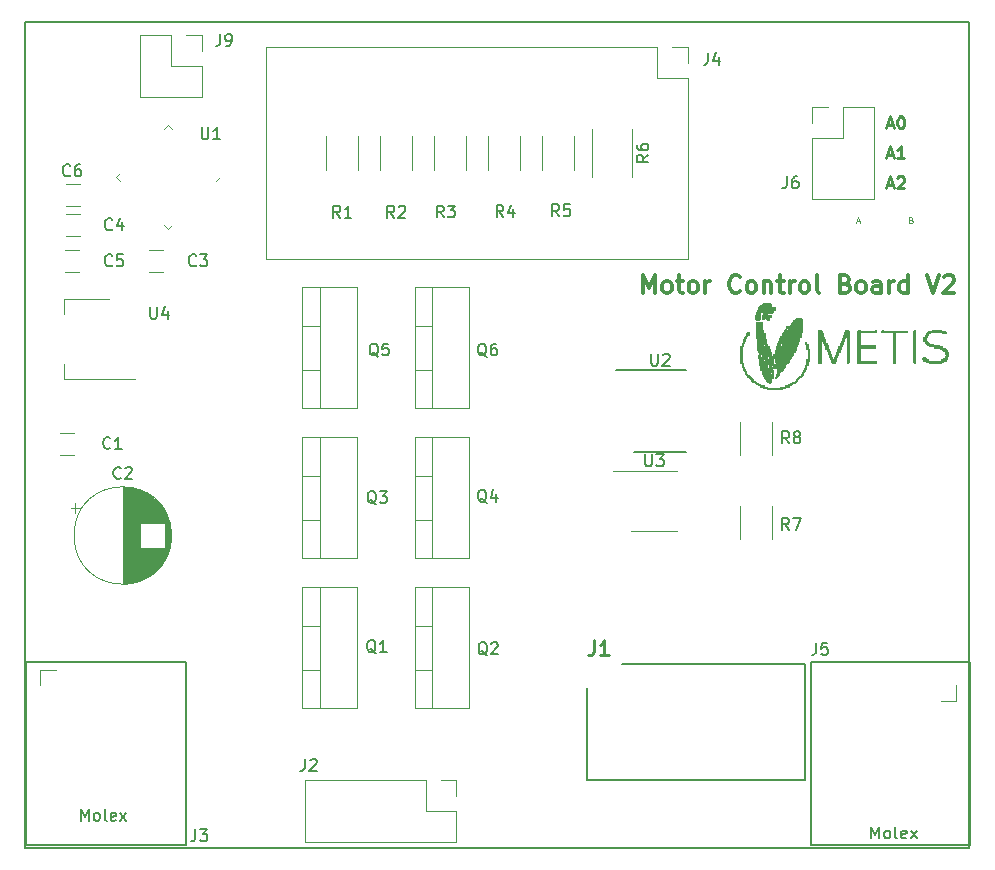
<source format=gbr>
G04 #@! TF.GenerationSoftware,KiCad,Pcbnew,(5.0.0)*
G04 #@! TF.CreationDate,2019-11-15T12:31:30-05:00*
G04 #@! TF.ProjectId,PCB_v2,5043425F76322E6B696361645F706362,rev?*
G04 #@! TF.SameCoordinates,Original*
G04 #@! TF.FileFunction,Legend,Top*
G04 #@! TF.FilePolarity,Positive*
%FSLAX46Y46*%
G04 Gerber Fmt 4.6, Leading zero omitted, Abs format (unit mm)*
G04 Created by KiCad (PCBNEW (5.0.0)) date 11/15/19 12:31:30*
%MOMM*%
%LPD*%
G01*
G04 APERTURE LIST*
%ADD10C,0.125000*%
%ADD11C,0.250000*%
%ADD12C,0.300000*%
%ADD13C,0.150000*%
%ADD14C,0.120000*%
%ADD15C,0.200000*%
%ADD16C,0.010000*%
%ADD17C,0.254000*%
G04 APERTURE END LIST*
D10*
X200060714Y-76799285D02*
X200132142Y-76823095D01*
X200155952Y-76846904D01*
X200179761Y-76894523D01*
X200179761Y-76965952D01*
X200155952Y-77013571D01*
X200132142Y-77037380D01*
X200084523Y-77061190D01*
X199894047Y-77061190D01*
X199894047Y-76561190D01*
X200060714Y-76561190D01*
X200108333Y-76585000D01*
X200132142Y-76608809D01*
X200155952Y-76656428D01*
X200155952Y-76704047D01*
X200132142Y-76751666D01*
X200108333Y-76775476D01*
X200060714Y-76799285D01*
X199894047Y-76799285D01*
X195460952Y-76918333D02*
X195699047Y-76918333D01*
X195413333Y-77061190D02*
X195580000Y-76561190D01*
X195746666Y-77061190D01*
D11*
X198040714Y-73826666D02*
X198516904Y-73826666D01*
X197945476Y-74112380D02*
X198278809Y-73112380D01*
X198612142Y-74112380D01*
X198897857Y-73207619D02*
X198945476Y-73160000D01*
X199040714Y-73112380D01*
X199278809Y-73112380D01*
X199374047Y-73160000D01*
X199421666Y-73207619D01*
X199469285Y-73302857D01*
X199469285Y-73398095D01*
X199421666Y-73540952D01*
X198850238Y-74112380D01*
X199469285Y-74112380D01*
X198040714Y-71286666D02*
X198516904Y-71286666D01*
X197945476Y-71572380D02*
X198278809Y-70572380D01*
X198612142Y-71572380D01*
X199469285Y-71572380D02*
X198897857Y-71572380D01*
X199183571Y-71572380D02*
X199183571Y-70572380D01*
X199088333Y-70715238D01*
X198993095Y-70810476D01*
X198897857Y-70858095D01*
X198040714Y-68746666D02*
X198516904Y-68746666D01*
X197945476Y-69032380D02*
X198278809Y-68032380D01*
X198612142Y-69032380D01*
X199135952Y-68032380D02*
X199231190Y-68032380D01*
X199326428Y-68080000D01*
X199374047Y-68127619D01*
X199421666Y-68222857D01*
X199469285Y-68413333D01*
X199469285Y-68651428D01*
X199421666Y-68841904D01*
X199374047Y-68937142D01*
X199326428Y-68984761D01*
X199231190Y-69032380D01*
X199135952Y-69032380D01*
X199040714Y-68984761D01*
X198993095Y-68937142D01*
X198945476Y-68841904D01*
X198897857Y-68651428D01*
X198897857Y-68413333D01*
X198945476Y-68222857D01*
X198993095Y-68127619D01*
X199040714Y-68080000D01*
X199135952Y-68032380D01*
D12*
X177357142Y-82978571D02*
X177357142Y-81478571D01*
X177857142Y-82550000D01*
X178357142Y-81478571D01*
X178357142Y-82978571D01*
X179285714Y-82978571D02*
X179142857Y-82907142D01*
X179071428Y-82835714D01*
X179000000Y-82692857D01*
X179000000Y-82264285D01*
X179071428Y-82121428D01*
X179142857Y-82050000D01*
X179285714Y-81978571D01*
X179500000Y-81978571D01*
X179642857Y-82050000D01*
X179714285Y-82121428D01*
X179785714Y-82264285D01*
X179785714Y-82692857D01*
X179714285Y-82835714D01*
X179642857Y-82907142D01*
X179500000Y-82978571D01*
X179285714Y-82978571D01*
X180214285Y-81978571D02*
X180785714Y-81978571D01*
X180428571Y-81478571D02*
X180428571Y-82764285D01*
X180500000Y-82907142D01*
X180642857Y-82978571D01*
X180785714Y-82978571D01*
X181500000Y-82978571D02*
X181357142Y-82907142D01*
X181285714Y-82835714D01*
X181214285Y-82692857D01*
X181214285Y-82264285D01*
X181285714Y-82121428D01*
X181357142Y-82050000D01*
X181500000Y-81978571D01*
X181714285Y-81978571D01*
X181857142Y-82050000D01*
X181928571Y-82121428D01*
X182000000Y-82264285D01*
X182000000Y-82692857D01*
X181928571Y-82835714D01*
X181857142Y-82907142D01*
X181714285Y-82978571D01*
X181500000Y-82978571D01*
X182642857Y-82978571D02*
X182642857Y-81978571D01*
X182642857Y-82264285D02*
X182714285Y-82121428D01*
X182785714Y-82050000D01*
X182928571Y-81978571D01*
X183071428Y-81978571D01*
X185571428Y-82835714D02*
X185500000Y-82907142D01*
X185285714Y-82978571D01*
X185142857Y-82978571D01*
X184928571Y-82907142D01*
X184785714Y-82764285D01*
X184714285Y-82621428D01*
X184642857Y-82335714D01*
X184642857Y-82121428D01*
X184714285Y-81835714D01*
X184785714Y-81692857D01*
X184928571Y-81550000D01*
X185142857Y-81478571D01*
X185285714Y-81478571D01*
X185500000Y-81550000D01*
X185571428Y-81621428D01*
X186428571Y-82978571D02*
X186285714Y-82907142D01*
X186214285Y-82835714D01*
X186142857Y-82692857D01*
X186142857Y-82264285D01*
X186214285Y-82121428D01*
X186285714Y-82050000D01*
X186428571Y-81978571D01*
X186642857Y-81978571D01*
X186785714Y-82050000D01*
X186857142Y-82121428D01*
X186928571Y-82264285D01*
X186928571Y-82692857D01*
X186857142Y-82835714D01*
X186785714Y-82907142D01*
X186642857Y-82978571D01*
X186428571Y-82978571D01*
X187571428Y-81978571D02*
X187571428Y-82978571D01*
X187571428Y-82121428D02*
X187642857Y-82050000D01*
X187785714Y-81978571D01*
X188000000Y-81978571D01*
X188142857Y-82050000D01*
X188214285Y-82192857D01*
X188214285Y-82978571D01*
X188714285Y-81978571D02*
X189285714Y-81978571D01*
X188928571Y-81478571D02*
X188928571Y-82764285D01*
X189000000Y-82907142D01*
X189142857Y-82978571D01*
X189285714Y-82978571D01*
X189785714Y-82978571D02*
X189785714Y-81978571D01*
X189785714Y-82264285D02*
X189857142Y-82121428D01*
X189928571Y-82050000D01*
X190071428Y-81978571D01*
X190214285Y-81978571D01*
X190928571Y-82978571D02*
X190785714Y-82907142D01*
X190714285Y-82835714D01*
X190642857Y-82692857D01*
X190642857Y-82264285D01*
X190714285Y-82121428D01*
X190785714Y-82050000D01*
X190928571Y-81978571D01*
X191142857Y-81978571D01*
X191285714Y-82050000D01*
X191357142Y-82121428D01*
X191428571Y-82264285D01*
X191428571Y-82692857D01*
X191357142Y-82835714D01*
X191285714Y-82907142D01*
X191142857Y-82978571D01*
X190928571Y-82978571D01*
X192285714Y-82978571D02*
X192142857Y-82907142D01*
X192071428Y-82764285D01*
X192071428Y-81478571D01*
X194500000Y-82192857D02*
X194714285Y-82264285D01*
X194785714Y-82335714D01*
X194857142Y-82478571D01*
X194857142Y-82692857D01*
X194785714Y-82835714D01*
X194714285Y-82907142D01*
X194571428Y-82978571D01*
X194000000Y-82978571D01*
X194000000Y-81478571D01*
X194500000Y-81478571D01*
X194642857Y-81550000D01*
X194714285Y-81621428D01*
X194785714Y-81764285D01*
X194785714Y-81907142D01*
X194714285Y-82050000D01*
X194642857Y-82121428D01*
X194500000Y-82192857D01*
X194000000Y-82192857D01*
X195714285Y-82978571D02*
X195571428Y-82907142D01*
X195500000Y-82835714D01*
X195428571Y-82692857D01*
X195428571Y-82264285D01*
X195500000Y-82121428D01*
X195571428Y-82050000D01*
X195714285Y-81978571D01*
X195928571Y-81978571D01*
X196071428Y-82050000D01*
X196142857Y-82121428D01*
X196214285Y-82264285D01*
X196214285Y-82692857D01*
X196142857Y-82835714D01*
X196071428Y-82907142D01*
X195928571Y-82978571D01*
X195714285Y-82978571D01*
X197500000Y-82978571D02*
X197500000Y-82192857D01*
X197428571Y-82050000D01*
X197285714Y-81978571D01*
X197000000Y-81978571D01*
X196857142Y-82050000D01*
X197500000Y-82907142D02*
X197357142Y-82978571D01*
X197000000Y-82978571D01*
X196857142Y-82907142D01*
X196785714Y-82764285D01*
X196785714Y-82621428D01*
X196857142Y-82478571D01*
X197000000Y-82407142D01*
X197357142Y-82407142D01*
X197500000Y-82335714D01*
X198214285Y-82978571D02*
X198214285Y-81978571D01*
X198214285Y-82264285D02*
X198285714Y-82121428D01*
X198357142Y-82050000D01*
X198500000Y-81978571D01*
X198642857Y-81978571D01*
X199785714Y-82978571D02*
X199785714Y-81478571D01*
X199785714Y-82907142D02*
X199642857Y-82978571D01*
X199357142Y-82978571D01*
X199214285Y-82907142D01*
X199142857Y-82835714D01*
X199071428Y-82692857D01*
X199071428Y-82264285D01*
X199142857Y-82121428D01*
X199214285Y-82050000D01*
X199357142Y-81978571D01*
X199642857Y-81978571D01*
X199785714Y-82050000D01*
X201428571Y-81478571D02*
X201928571Y-82978571D01*
X202428571Y-81478571D01*
X202857142Y-81621428D02*
X202928571Y-81550000D01*
X203071428Y-81478571D01*
X203428571Y-81478571D01*
X203571428Y-81550000D01*
X203642857Y-81621428D01*
X203714285Y-81764285D01*
X203714285Y-81907142D01*
X203642857Y-82121428D01*
X202785714Y-82978571D01*
X203714285Y-82978571D01*
D13*
X125000000Y-130000000D02*
X125000000Y-60000000D01*
X205000000Y-130000000D02*
X125000000Y-130000000D01*
X205000000Y-60000000D02*
X205000000Y-130000000D01*
X125000000Y-60000000D02*
X205000000Y-60000000D01*
D14*
G04 #@! TO.C,C2*
X129300302Y-100790000D02*
X129300302Y-101590000D01*
X128900302Y-101190000D02*
X129700302Y-101190000D01*
X137391000Y-102972000D02*
X137391000Y-104038000D01*
X137351000Y-102737000D02*
X137351000Y-104273000D01*
X137311000Y-102557000D02*
X137311000Y-104453000D01*
X137271000Y-102407000D02*
X137271000Y-104603000D01*
X137231000Y-102276000D02*
X137231000Y-104734000D01*
X137191000Y-102159000D02*
X137191000Y-104851000D01*
X137151000Y-102052000D02*
X137151000Y-104958000D01*
X137111000Y-101953000D02*
X137111000Y-105057000D01*
X137071000Y-101860000D02*
X137071000Y-105150000D01*
X137031000Y-101774000D02*
X137031000Y-105236000D01*
X136991000Y-101692000D02*
X136991000Y-105318000D01*
X136951000Y-101615000D02*
X136951000Y-105395000D01*
X136911000Y-101541000D02*
X136911000Y-105469000D01*
X136871000Y-101471000D02*
X136871000Y-105539000D01*
X136831000Y-104545000D02*
X136831000Y-105607000D01*
X136831000Y-101403000D02*
X136831000Y-102465000D01*
X136791000Y-104545000D02*
X136791000Y-105671000D01*
X136791000Y-101339000D02*
X136791000Y-102465000D01*
X136751000Y-104545000D02*
X136751000Y-105733000D01*
X136751000Y-101277000D02*
X136751000Y-102465000D01*
X136711000Y-104545000D02*
X136711000Y-105792000D01*
X136711000Y-101218000D02*
X136711000Y-102465000D01*
X136671000Y-104545000D02*
X136671000Y-105850000D01*
X136671000Y-101160000D02*
X136671000Y-102465000D01*
X136631000Y-104545000D02*
X136631000Y-105905000D01*
X136631000Y-101105000D02*
X136631000Y-102465000D01*
X136591000Y-104545000D02*
X136591000Y-105959000D01*
X136591000Y-101051000D02*
X136591000Y-102465000D01*
X136551000Y-104545000D02*
X136551000Y-106010000D01*
X136551000Y-101000000D02*
X136551000Y-102465000D01*
X136511000Y-104545000D02*
X136511000Y-106061000D01*
X136511000Y-100949000D02*
X136511000Y-102465000D01*
X136471000Y-104545000D02*
X136471000Y-106109000D01*
X136471000Y-100901000D02*
X136471000Y-102465000D01*
X136431000Y-104545000D02*
X136431000Y-106156000D01*
X136431000Y-100854000D02*
X136431000Y-102465000D01*
X136391000Y-104545000D02*
X136391000Y-106202000D01*
X136391000Y-100808000D02*
X136391000Y-102465000D01*
X136351000Y-104545000D02*
X136351000Y-106246000D01*
X136351000Y-100764000D02*
X136351000Y-102465000D01*
X136311000Y-104545000D02*
X136311000Y-106289000D01*
X136311000Y-100721000D02*
X136311000Y-102465000D01*
X136271000Y-104545000D02*
X136271000Y-106331000D01*
X136271000Y-100679000D02*
X136271000Y-102465000D01*
X136231000Y-104545000D02*
X136231000Y-106372000D01*
X136231000Y-100638000D02*
X136231000Y-102465000D01*
X136191000Y-104545000D02*
X136191000Y-106412000D01*
X136191000Y-100598000D02*
X136191000Y-102465000D01*
X136151000Y-104545000D02*
X136151000Y-106450000D01*
X136151000Y-100560000D02*
X136151000Y-102465000D01*
X136111000Y-104545000D02*
X136111000Y-106488000D01*
X136111000Y-100522000D02*
X136111000Y-102465000D01*
X136071000Y-104545000D02*
X136071000Y-106524000D01*
X136071000Y-100486000D02*
X136071000Y-102465000D01*
X136031000Y-104545000D02*
X136031000Y-106560000D01*
X136031000Y-100450000D02*
X136031000Y-102465000D01*
X135991000Y-104545000D02*
X135991000Y-106595000D01*
X135991000Y-100415000D02*
X135991000Y-102465000D01*
X135951000Y-104545000D02*
X135951000Y-106629000D01*
X135951000Y-100381000D02*
X135951000Y-102465000D01*
X135911000Y-104545000D02*
X135911000Y-106661000D01*
X135911000Y-100349000D02*
X135911000Y-102465000D01*
X135871000Y-104545000D02*
X135871000Y-106694000D01*
X135871000Y-100316000D02*
X135871000Y-102465000D01*
X135831000Y-104545000D02*
X135831000Y-106725000D01*
X135831000Y-100285000D02*
X135831000Y-102465000D01*
X135791000Y-104545000D02*
X135791000Y-106755000D01*
X135791000Y-100255000D02*
X135791000Y-102465000D01*
X135751000Y-104545000D02*
X135751000Y-106785000D01*
X135751000Y-100225000D02*
X135751000Y-102465000D01*
X135711000Y-104545000D02*
X135711000Y-106814000D01*
X135711000Y-100196000D02*
X135711000Y-102465000D01*
X135671000Y-104545000D02*
X135671000Y-106843000D01*
X135671000Y-100167000D02*
X135671000Y-102465000D01*
X135631000Y-104545000D02*
X135631000Y-106870000D01*
X135631000Y-100140000D02*
X135631000Y-102465000D01*
X135591000Y-104545000D02*
X135591000Y-106897000D01*
X135591000Y-100113000D02*
X135591000Y-102465000D01*
X135551000Y-104545000D02*
X135551000Y-106923000D01*
X135551000Y-100087000D02*
X135551000Y-102465000D01*
X135511000Y-104545000D02*
X135511000Y-106949000D01*
X135511000Y-100061000D02*
X135511000Y-102465000D01*
X135471000Y-104545000D02*
X135471000Y-106974000D01*
X135471000Y-100036000D02*
X135471000Y-102465000D01*
X135431000Y-104545000D02*
X135431000Y-106998000D01*
X135431000Y-100012000D02*
X135431000Y-102465000D01*
X135391000Y-104545000D02*
X135391000Y-107022000D01*
X135391000Y-99988000D02*
X135391000Y-102465000D01*
X135351000Y-104545000D02*
X135351000Y-107045000D01*
X135351000Y-99965000D02*
X135351000Y-102465000D01*
X135311000Y-104545000D02*
X135311000Y-107067000D01*
X135311000Y-99943000D02*
X135311000Y-102465000D01*
X135271000Y-104545000D02*
X135271000Y-107089000D01*
X135271000Y-99921000D02*
X135271000Y-102465000D01*
X135231000Y-104545000D02*
X135231000Y-107111000D01*
X135231000Y-99899000D02*
X135231000Y-102465000D01*
X135191000Y-104545000D02*
X135191000Y-107132000D01*
X135191000Y-99878000D02*
X135191000Y-102465000D01*
X135151000Y-104545000D02*
X135151000Y-107152000D01*
X135151000Y-99858000D02*
X135151000Y-102465000D01*
X135111000Y-104545000D02*
X135111000Y-107171000D01*
X135111000Y-99839000D02*
X135111000Y-102465000D01*
X135071000Y-104545000D02*
X135071000Y-107191000D01*
X135071000Y-99819000D02*
X135071000Y-102465000D01*
X135031000Y-104545000D02*
X135031000Y-107209000D01*
X135031000Y-99801000D02*
X135031000Y-102465000D01*
X134991000Y-104545000D02*
X134991000Y-107227000D01*
X134991000Y-99783000D02*
X134991000Y-102465000D01*
X134951000Y-104545000D02*
X134951000Y-107245000D01*
X134951000Y-99765000D02*
X134951000Y-102465000D01*
X134911000Y-104545000D02*
X134911000Y-107262000D01*
X134911000Y-99748000D02*
X134911000Y-102465000D01*
X134871000Y-104545000D02*
X134871000Y-107279000D01*
X134871000Y-99731000D02*
X134871000Y-102465000D01*
X134831000Y-104545000D02*
X134831000Y-107295000D01*
X134831000Y-99715000D02*
X134831000Y-102465000D01*
X134791000Y-104545000D02*
X134791000Y-107310000D01*
X134791000Y-99700000D02*
X134791000Y-102465000D01*
X134751000Y-99684000D02*
X134751000Y-107326000D01*
X134711000Y-99670000D02*
X134711000Y-107340000D01*
X134671000Y-99655000D02*
X134671000Y-107355000D01*
X134631000Y-99642000D02*
X134631000Y-107368000D01*
X134591000Y-99628000D02*
X134591000Y-107382000D01*
X134551000Y-99616000D02*
X134551000Y-107394000D01*
X134511000Y-99603000D02*
X134511000Y-107407000D01*
X134471000Y-99591000D02*
X134471000Y-107419000D01*
X134431000Y-99580000D02*
X134431000Y-107430000D01*
X134391000Y-99569000D02*
X134391000Y-107441000D01*
X134351000Y-99558000D02*
X134351000Y-107452000D01*
X134311000Y-99548000D02*
X134311000Y-107462000D01*
X134271000Y-99538000D02*
X134271000Y-107472000D01*
X134231000Y-99529000D02*
X134231000Y-107481000D01*
X134191000Y-99520000D02*
X134191000Y-107490000D01*
X134151000Y-99511000D02*
X134151000Y-107499000D01*
X134111000Y-99503000D02*
X134111000Y-107507000D01*
X134071000Y-99495000D02*
X134071000Y-107515000D01*
X134031000Y-99488000D02*
X134031000Y-107522000D01*
X133990000Y-99481000D02*
X133990000Y-107529000D01*
X133950000Y-99475000D02*
X133950000Y-107535000D01*
X133910000Y-99468000D02*
X133910000Y-107542000D01*
X133870000Y-99463000D02*
X133870000Y-107547000D01*
X133830000Y-99457000D02*
X133830000Y-107553000D01*
X133790000Y-99453000D02*
X133790000Y-107557000D01*
X133750000Y-99448000D02*
X133750000Y-107562000D01*
X133710000Y-99444000D02*
X133710000Y-107566000D01*
X133670000Y-99440000D02*
X133670000Y-107570000D01*
X133630000Y-99437000D02*
X133630000Y-107573000D01*
X133590000Y-99434000D02*
X133590000Y-107576000D01*
X133550000Y-99431000D02*
X133550000Y-107579000D01*
X133510000Y-99429000D02*
X133510000Y-107581000D01*
X133470000Y-99428000D02*
X133470000Y-107582000D01*
X133430000Y-99426000D02*
X133430000Y-107584000D01*
X133390000Y-99425000D02*
X133390000Y-107585000D01*
X133350000Y-99425000D02*
X133350000Y-107585000D01*
X133310000Y-99425000D02*
X133310000Y-107585000D01*
X137430000Y-103505000D02*
G75*
G03X137430000Y-103505000I-4120000J0D01*
G01*
G04 #@! TO.C,R6*
X173042000Y-69067936D02*
X173042000Y-73172064D01*
X176462000Y-69067936D02*
X176462000Y-73172064D01*
G04 #@! TO.C,J4*
X145482000Y-62170000D02*
X145482000Y-80070000D01*
X178562000Y-62170000D02*
X145482000Y-62170000D01*
X181162000Y-80070000D02*
X145482000Y-80070000D01*
X178562000Y-62170000D02*
X178562000Y-64770000D01*
X178562000Y-64770000D02*
X181162000Y-64770000D01*
X181162000Y-64770000D02*
X181162000Y-80070000D01*
X179832000Y-62170000D02*
X181162000Y-62170000D01*
X181162000Y-62170000D02*
X181162000Y-63500000D01*
D15*
G04 #@! TO.C,J1*
X175539400Y-114428200D02*
X191039400Y-114428200D01*
X191039400Y-114428200D02*
X191039400Y-124228200D01*
X191039400Y-124228200D02*
X172639400Y-124228200D01*
X172639400Y-124228200D02*
X172639400Y-116408200D01*
D14*
G04 #@! TO.C,R1*
X150532000Y-69717936D02*
X150532000Y-72522064D01*
X153252000Y-69717936D02*
X153252000Y-72522064D01*
G04 #@! TO.C,C1*
X127958436Y-96668000D02*
X129162564Y-96668000D01*
X127958436Y-94848000D02*
X129162564Y-94848000D01*
G04 #@! TO.C,C3*
X136746064Y-81174000D02*
X135541936Y-81174000D01*
X136746064Y-79354000D02*
X135541936Y-79354000D01*
G04 #@! TO.C,C4*
X128466436Y-76306000D02*
X129670564Y-76306000D01*
X128466436Y-78126000D02*
X129670564Y-78126000D01*
G04 #@! TO.C,C5*
X128429936Y-81174000D02*
X129634064Y-81174000D01*
X128429936Y-79354000D02*
X129634064Y-79354000D01*
G04 #@! TO.C,C6*
X128466436Y-73766000D02*
X129670564Y-73766000D01*
X128466436Y-75586000D02*
X129670564Y-75586000D01*
G04 #@! TO.C,J2*
X148733200Y-124222200D02*
X148733200Y-129422200D01*
X158953200Y-124222200D02*
X148733200Y-124222200D01*
X161553200Y-129422200D02*
X148733200Y-129422200D01*
X158953200Y-124222200D02*
X158953200Y-126822200D01*
X158953200Y-126822200D02*
X161553200Y-126822200D01*
X161553200Y-126822200D02*
X161553200Y-129422200D01*
X160223200Y-124222200D02*
X161553200Y-124222200D01*
X161553200Y-124222200D02*
X161553200Y-125552200D01*
G04 #@! TO.C,J3*
X126305000Y-114875000D02*
X127635000Y-114875000D01*
X126305000Y-116205000D02*
X126305000Y-114875000D01*
D13*
X125135000Y-126205000D02*
X125135000Y-114205000D01*
X125135000Y-114205000D02*
X138635000Y-114205000D01*
X138635000Y-114205000D02*
X138635000Y-126205000D01*
X138635000Y-129705000D02*
X125135000Y-129705000D01*
X125135000Y-126205000D02*
X125135000Y-129705000D01*
X138635000Y-129705000D02*
X138635000Y-126205000D01*
D14*
G04 #@! TO.C,J5*
X203895000Y-117535000D02*
X202565000Y-117535000D01*
X203895000Y-116205000D02*
X203895000Y-117535000D01*
D13*
X205065000Y-114205000D02*
X205065000Y-126205000D01*
X205065000Y-129705000D02*
X191565000Y-129705000D01*
X191565000Y-129705000D02*
X191565000Y-117705000D01*
X191565000Y-114205000D02*
X205065000Y-114205000D01*
X205065000Y-129705000D02*
X205065000Y-126205000D01*
X191565000Y-114205000D02*
X191565000Y-117705000D01*
D14*
G04 #@! TO.C,J6*
X191710000Y-74990000D02*
X196910000Y-74990000D01*
X191710000Y-69850000D02*
X191710000Y-74990000D01*
X196910000Y-67250000D02*
X196910000Y-74990000D01*
X191710000Y-69850000D02*
X194310000Y-69850000D01*
X194310000Y-69850000D02*
X194310000Y-67250000D01*
X194310000Y-67250000D02*
X196910000Y-67250000D01*
X191710000Y-68580000D02*
X191710000Y-67250000D01*
X191710000Y-67250000D02*
X193040000Y-67250000D01*
G04 #@! TO.C,J9*
X134814000Y-61154000D02*
X137414000Y-61154000D01*
X134814000Y-61154000D02*
X134814000Y-66354000D01*
X134814000Y-66354000D02*
X140014000Y-66354000D01*
X140014000Y-63754000D02*
X140014000Y-66354000D01*
X137414000Y-63754000D02*
X140014000Y-63754000D01*
X137414000Y-61154000D02*
X137414000Y-63754000D01*
X140014000Y-61154000D02*
X140014000Y-62484000D01*
X138684000Y-61154000D02*
X140014000Y-61154000D01*
G04 #@! TO.C,Q1*
X148495000Y-118150000D02*
X148495000Y-107910000D01*
X153136000Y-118150000D02*
X153136000Y-107910000D01*
X148495000Y-118150000D02*
X153136000Y-118150000D01*
X148495000Y-107910000D02*
X153136000Y-107910000D01*
X150005000Y-118150000D02*
X150005000Y-107910000D01*
X148495000Y-114880000D02*
X150005000Y-114880000D01*
X148495000Y-111179000D02*
X150005000Y-111179000D01*
G04 #@! TO.C,Q2*
X158020000Y-118150000D02*
X158020000Y-107910000D01*
X162661000Y-118150000D02*
X162661000Y-107910000D01*
X158020000Y-118150000D02*
X162661000Y-118150000D01*
X158020000Y-107910000D02*
X162661000Y-107910000D01*
X159530000Y-118150000D02*
X159530000Y-107910000D01*
X158020000Y-114880000D02*
X159530000Y-114880000D01*
X158020000Y-111179000D02*
X159530000Y-111179000D01*
G04 #@! TO.C,Q3*
X148495000Y-105450000D02*
X148495000Y-95210000D01*
X153136000Y-105450000D02*
X153136000Y-95210000D01*
X148495000Y-105450000D02*
X153136000Y-105450000D01*
X148495000Y-95210000D02*
X153136000Y-95210000D01*
X150005000Y-105450000D02*
X150005000Y-95210000D01*
X148495000Y-102180000D02*
X150005000Y-102180000D01*
X148495000Y-98479000D02*
X150005000Y-98479000D01*
G04 #@! TO.C,Q4*
X158020000Y-98479000D02*
X159530000Y-98479000D01*
X158020000Y-102180000D02*
X159530000Y-102180000D01*
X159530000Y-105450000D02*
X159530000Y-95210000D01*
X158020000Y-95210000D02*
X162661000Y-95210000D01*
X158020000Y-105450000D02*
X162661000Y-105450000D01*
X162661000Y-105450000D02*
X162661000Y-95210000D01*
X158020000Y-105450000D02*
X158020000Y-95210000D01*
G04 #@! TO.C,Q5*
X148495000Y-92750000D02*
X148495000Y-82510000D01*
X153136000Y-92750000D02*
X153136000Y-82510000D01*
X148495000Y-92750000D02*
X153136000Y-92750000D01*
X148495000Y-82510000D02*
X153136000Y-82510000D01*
X150005000Y-92750000D02*
X150005000Y-82510000D01*
X148495000Y-89480000D02*
X150005000Y-89480000D01*
X148495000Y-85779000D02*
X150005000Y-85779000D01*
G04 #@! TO.C,Q6*
X158020000Y-85779000D02*
X159530000Y-85779000D01*
X158020000Y-89480000D02*
X159530000Y-89480000D01*
X159530000Y-92750000D02*
X159530000Y-82510000D01*
X158020000Y-82510000D02*
X162661000Y-82510000D01*
X158020000Y-92750000D02*
X162661000Y-92750000D01*
X162661000Y-92750000D02*
X162661000Y-82510000D01*
X158020000Y-92750000D02*
X158020000Y-82510000D01*
G04 #@! TO.C,R2*
X157824000Y-69717936D02*
X157824000Y-72522064D01*
X155104000Y-69717936D02*
X155104000Y-72522064D01*
G04 #@! TO.C,R3*
X159676000Y-69717936D02*
X159676000Y-72522064D01*
X162396000Y-69717936D02*
X162396000Y-72522064D01*
G04 #@! TO.C,R4*
X164248000Y-72522064D02*
X164248000Y-69717936D01*
X166968000Y-72522064D02*
X166968000Y-69717936D01*
G04 #@! TO.C,R5*
X168820000Y-69717936D02*
X168820000Y-72522064D01*
X171540000Y-69717936D02*
X171540000Y-72522064D01*
G04 #@! TO.C,R7*
X185584000Y-103815564D02*
X185584000Y-101011436D01*
X188304000Y-103815564D02*
X188304000Y-101011436D01*
G04 #@! TO.C,R8*
X185584000Y-93899436D02*
X185584000Y-96703564D01*
X188304000Y-93899436D02*
X188304000Y-96703564D01*
G04 #@! TO.C,U1*
X137495876Y-77214328D02*
X137160000Y-77550204D01*
X137160000Y-77550204D02*
X136824124Y-77214328D01*
X136824124Y-69089672D02*
X137160000Y-68753796D01*
X137160000Y-68753796D02*
X137495876Y-69089672D01*
X133097672Y-72816124D02*
X132761796Y-73152000D01*
X132761796Y-73152000D02*
X133097672Y-73487876D01*
X141222328Y-73487876D02*
X141558204Y-73152000D01*
D13*
G04 #@! TO.C,U2*
X176591000Y-96414000D02*
X181041000Y-96414000D01*
X175066000Y-89514000D02*
X181041000Y-89514000D01*
D14*
G04 #@! TO.C,U3*
X178308000Y-103144000D02*
X180258000Y-103144000D01*
X178308000Y-103144000D02*
X176358000Y-103144000D01*
X178308000Y-98024000D02*
X180258000Y-98024000D01*
X178308000Y-98024000D02*
X174858000Y-98024000D01*
G04 #@! TO.C,U4*
X128367000Y-83458000D02*
X128367000Y-84718000D01*
X128367000Y-90278000D02*
X128367000Y-89018000D01*
X132127000Y-83458000D02*
X128367000Y-83458000D01*
X134377000Y-90278000D02*
X128367000Y-90278000D01*
D16*
G04 #@! TO.C,LOGO*
G36*
X189000000Y-91000000D02*
X189100000Y-91000000D01*
X189100000Y-91100000D01*
X189000000Y-91100000D01*
X189000000Y-91000000D01*
X189000000Y-91000000D01*
G37*
X189000000Y-91000000D02*
X189100000Y-91000000D01*
X189100000Y-91100000D01*
X189000000Y-91100000D01*
X189000000Y-91000000D01*
G36*
X188900000Y-91000000D02*
X189000000Y-91000000D01*
X189000000Y-91100000D01*
X188900000Y-91100000D01*
X188900000Y-91000000D01*
X188900000Y-91000000D01*
G37*
X188900000Y-91000000D02*
X189000000Y-91000000D01*
X189000000Y-91100000D01*
X188900000Y-91100000D01*
X188900000Y-91000000D01*
G36*
X188800000Y-91000000D02*
X188900000Y-91000000D01*
X188900000Y-91100000D01*
X188800000Y-91100000D01*
X188800000Y-91000000D01*
X188800000Y-91000000D01*
G37*
X188800000Y-91000000D02*
X188900000Y-91000000D01*
X188900000Y-91100000D01*
X188800000Y-91100000D01*
X188800000Y-91000000D01*
G36*
X188700000Y-91000000D02*
X188800000Y-91000000D01*
X188800000Y-91100000D01*
X188700000Y-91100000D01*
X188700000Y-91000000D01*
X188700000Y-91000000D01*
G37*
X188700000Y-91000000D02*
X188800000Y-91000000D01*
X188800000Y-91100000D01*
X188700000Y-91100000D01*
X188700000Y-91000000D01*
G36*
X188600000Y-91000000D02*
X188700000Y-91000000D01*
X188700000Y-91100000D01*
X188600000Y-91100000D01*
X188600000Y-91000000D01*
X188600000Y-91000000D01*
G37*
X188600000Y-91000000D02*
X188700000Y-91000000D01*
X188700000Y-91100000D01*
X188600000Y-91100000D01*
X188600000Y-91000000D01*
G36*
X188500000Y-91000000D02*
X188600000Y-91000000D01*
X188600000Y-91100000D01*
X188500000Y-91100000D01*
X188500000Y-91000000D01*
X188500000Y-91000000D01*
G37*
X188500000Y-91000000D02*
X188600000Y-91000000D01*
X188600000Y-91100000D01*
X188500000Y-91100000D01*
X188500000Y-91000000D01*
G36*
X188400000Y-91000000D02*
X188500000Y-91000000D01*
X188500000Y-91100000D01*
X188400000Y-91100000D01*
X188400000Y-91000000D01*
X188400000Y-91000000D01*
G37*
X188400000Y-91000000D02*
X188500000Y-91000000D01*
X188500000Y-91100000D01*
X188400000Y-91100000D01*
X188400000Y-91000000D01*
G36*
X188300000Y-91000000D02*
X188400000Y-91000000D01*
X188400000Y-91100000D01*
X188300000Y-91100000D01*
X188300000Y-91000000D01*
X188300000Y-91000000D01*
G37*
X188300000Y-91000000D02*
X188400000Y-91000000D01*
X188400000Y-91100000D01*
X188300000Y-91100000D01*
X188300000Y-91000000D01*
G36*
X188200000Y-91000000D02*
X188300000Y-91000000D01*
X188300000Y-91100000D01*
X188200000Y-91100000D01*
X188200000Y-91000000D01*
X188200000Y-91000000D01*
G37*
X188200000Y-91000000D02*
X188300000Y-91000000D01*
X188300000Y-91100000D01*
X188200000Y-91100000D01*
X188200000Y-91000000D01*
G36*
X188100000Y-91000000D02*
X188200000Y-91000000D01*
X188200000Y-91100000D01*
X188100000Y-91100000D01*
X188100000Y-91000000D01*
X188100000Y-91000000D01*
G37*
X188100000Y-91000000D02*
X188200000Y-91000000D01*
X188200000Y-91100000D01*
X188100000Y-91100000D01*
X188100000Y-91000000D01*
G36*
X188000000Y-91000000D02*
X188100000Y-91000000D01*
X188100000Y-91100000D01*
X188000000Y-91100000D01*
X188000000Y-91000000D01*
X188000000Y-91000000D01*
G37*
X188000000Y-91000000D02*
X188100000Y-91000000D01*
X188100000Y-91100000D01*
X188000000Y-91100000D01*
X188000000Y-91000000D01*
G36*
X187900000Y-91000000D02*
X188000000Y-91000000D01*
X188000000Y-91100000D01*
X187900000Y-91100000D01*
X187900000Y-91000000D01*
X187900000Y-91000000D01*
G37*
X187900000Y-91000000D02*
X188000000Y-91000000D01*
X188000000Y-91100000D01*
X187900000Y-91100000D01*
X187900000Y-91000000D01*
G36*
X189300000Y-90900000D02*
X189400000Y-90900000D01*
X189400000Y-91000000D01*
X189300000Y-91000000D01*
X189300000Y-90900000D01*
X189300000Y-90900000D01*
G37*
X189300000Y-90900000D02*
X189400000Y-90900000D01*
X189400000Y-91000000D01*
X189300000Y-91000000D01*
X189300000Y-90900000D01*
G36*
X189200000Y-90900000D02*
X189300000Y-90900000D01*
X189300000Y-91000000D01*
X189200000Y-91000000D01*
X189200000Y-90900000D01*
X189200000Y-90900000D01*
G37*
X189200000Y-90900000D02*
X189300000Y-90900000D01*
X189300000Y-91000000D01*
X189200000Y-91000000D01*
X189200000Y-90900000D01*
G36*
X189100000Y-90900000D02*
X189200000Y-90900000D01*
X189200000Y-91000000D01*
X189100000Y-91000000D01*
X189100000Y-90900000D01*
X189100000Y-90900000D01*
G37*
X189100000Y-90900000D02*
X189200000Y-90900000D01*
X189200000Y-91000000D01*
X189100000Y-91000000D01*
X189100000Y-90900000D01*
G36*
X189000000Y-90900000D02*
X189100000Y-90900000D01*
X189100000Y-91000000D01*
X189000000Y-91000000D01*
X189000000Y-90900000D01*
X189000000Y-90900000D01*
G37*
X189000000Y-90900000D02*
X189100000Y-90900000D01*
X189100000Y-91000000D01*
X189000000Y-91000000D01*
X189000000Y-90900000D01*
G36*
X187800000Y-90900000D02*
X187900000Y-90900000D01*
X187900000Y-91000000D01*
X187800000Y-91000000D01*
X187800000Y-90900000D01*
X187800000Y-90900000D01*
G37*
X187800000Y-90900000D02*
X187900000Y-90900000D01*
X187900000Y-91000000D01*
X187800000Y-91000000D01*
X187800000Y-90900000D01*
G36*
X187700000Y-90900000D02*
X187800000Y-90900000D01*
X187800000Y-91000000D01*
X187700000Y-91000000D01*
X187700000Y-90900000D01*
X187700000Y-90900000D01*
G37*
X187700000Y-90900000D02*
X187800000Y-90900000D01*
X187800000Y-91000000D01*
X187700000Y-91000000D01*
X187700000Y-90900000D01*
G36*
X187600000Y-90900000D02*
X187700000Y-90900000D01*
X187700000Y-91000000D01*
X187600000Y-91000000D01*
X187600000Y-90900000D01*
X187600000Y-90900000D01*
G37*
X187600000Y-90900000D02*
X187700000Y-90900000D01*
X187700000Y-91000000D01*
X187600000Y-91000000D01*
X187600000Y-90900000D01*
G36*
X187500000Y-90900000D02*
X187600000Y-90900000D01*
X187600000Y-91000000D01*
X187500000Y-91000000D01*
X187500000Y-90900000D01*
X187500000Y-90900000D01*
G37*
X187500000Y-90900000D02*
X187600000Y-90900000D01*
X187600000Y-91000000D01*
X187500000Y-91000000D01*
X187500000Y-90900000D01*
G36*
X189600000Y-90800000D02*
X189700000Y-90800000D01*
X189700000Y-90900000D01*
X189600000Y-90900000D01*
X189600000Y-90800000D01*
X189600000Y-90800000D01*
G37*
X189600000Y-90800000D02*
X189700000Y-90800000D01*
X189700000Y-90900000D01*
X189600000Y-90900000D01*
X189600000Y-90800000D01*
G36*
X189500000Y-90800000D02*
X189600000Y-90800000D01*
X189600000Y-90900000D01*
X189500000Y-90900000D01*
X189500000Y-90800000D01*
X189500000Y-90800000D01*
G37*
X189500000Y-90800000D02*
X189600000Y-90800000D01*
X189600000Y-90900000D01*
X189500000Y-90900000D01*
X189500000Y-90800000D01*
G36*
X189400000Y-90800000D02*
X189500000Y-90800000D01*
X189500000Y-90900000D01*
X189400000Y-90900000D01*
X189400000Y-90800000D01*
X189400000Y-90800000D01*
G37*
X189400000Y-90800000D02*
X189500000Y-90800000D01*
X189500000Y-90900000D01*
X189400000Y-90900000D01*
X189400000Y-90800000D01*
G36*
X187500000Y-90800000D02*
X187600000Y-90800000D01*
X187600000Y-90900000D01*
X187500000Y-90900000D01*
X187500000Y-90800000D01*
X187500000Y-90800000D01*
G37*
X187500000Y-90800000D02*
X187600000Y-90800000D01*
X187600000Y-90900000D01*
X187500000Y-90900000D01*
X187500000Y-90800000D01*
G36*
X187400000Y-90800000D02*
X187500000Y-90800000D01*
X187500000Y-90900000D01*
X187400000Y-90900000D01*
X187400000Y-90800000D01*
X187400000Y-90800000D01*
G37*
X187400000Y-90800000D02*
X187500000Y-90800000D01*
X187500000Y-90900000D01*
X187400000Y-90900000D01*
X187400000Y-90800000D01*
G36*
X187300000Y-90800000D02*
X187400000Y-90800000D01*
X187400000Y-90900000D01*
X187300000Y-90900000D01*
X187300000Y-90800000D01*
X187300000Y-90800000D01*
G37*
X187300000Y-90800000D02*
X187400000Y-90800000D01*
X187400000Y-90900000D01*
X187300000Y-90900000D01*
X187300000Y-90800000D01*
G36*
X189800000Y-90700000D02*
X189900000Y-90700000D01*
X189900000Y-90800000D01*
X189800000Y-90800000D01*
X189800000Y-90700000D01*
X189800000Y-90700000D01*
G37*
X189800000Y-90700000D02*
X189900000Y-90700000D01*
X189900000Y-90800000D01*
X189800000Y-90800000D01*
X189800000Y-90700000D01*
G36*
X189700000Y-90700000D02*
X189800000Y-90700000D01*
X189800000Y-90800000D01*
X189700000Y-90800000D01*
X189700000Y-90700000D01*
X189700000Y-90700000D01*
G37*
X189700000Y-90700000D02*
X189800000Y-90700000D01*
X189800000Y-90800000D01*
X189700000Y-90800000D01*
X189700000Y-90700000D01*
G36*
X189600000Y-90700000D02*
X189700000Y-90700000D01*
X189700000Y-90800000D01*
X189600000Y-90800000D01*
X189600000Y-90700000D01*
X189600000Y-90700000D01*
G37*
X189600000Y-90700000D02*
X189700000Y-90700000D01*
X189700000Y-90800000D01*
X189600000Y-90800000D01*
X189600000Y-90700000D01*
G36*
X187200000Y-90700000D02*
X187300000Y-90700000D01*
X187300000Y-90800000D01*
X187200000Y-90800000D01*
X187200000Y-90700000D01*
X187200000Y-90700000D01*
G37*
X187200000Y-90700000D02*
X187300000Y-90700000D01*
X187300000Y-90800000D01*
X187200000Y-90800000D01*
X187200000Y-90700000D01*
G36*
X187100000Y-90700000D02*
X187200000Y-90700000D01*
X187200000Y-90800000D01*
X187100000Y-90800000D01*
X187100000Y-90700000D01*
X187100000Y-90700000D01*
G37*
X187100000Y-90700000D02*
X187200000Y-90700000D01*
X187200000Y-90800000D01*
X187100000Y-90800000D01*
X187100000Y-90700000D01*
G36*
X189900000Y-90600000D02*
X190000000Y-90600000D01*
X190000000Y-90700000D01*
X189900000Y-90700000D01*
X189900000Y-90600000D01*
X189900000Y-90600000D01*
G37*
X189900000Y-90600000D02*
X190000000Y-90600000D01*
X190000000Y-90700000D01*
X189900000Y-90700000D01*
X189900000Y-90600000D01*
G36*
X189800000Y-90600000D02*
X189900000Y-90600000D01*
X189900000Y-90700000D01*
X189800000Y-90700000D01*
X189800000Y-90600000D01*
X189800000Y-90600000D01*
G37*
X189800000Y-90600000D02*
X189900000Y-90600000D01*
X189900000Y-90700000D01*
X189800000Y-90700000D01*
X189800000Y-90600000D01*
G36*
X187000000Y-90600000D02*
X187100000Y-90600000D01*
X187100000Y-90700000D01*
X187000000Y-90700000D01*
X187000000Y-90600000D01*
X187000000Y-90600000D01*
G37*
X187000000Y-90600000D02*
X187100000Y-90600000D01*
X187100000Y-90700000D01*
X187000000Y-90700000D01*
X187000000Y-90600000D01*
G36*
X186900000Y-90600000D02*
X187000000Y-90600000D01*
X187000000Y-90700000D01*
X186900000Y-90700000D01*
X186900000Y-90600000D01*
X186900000Y-90600000D01*
G37*
X186900000Y-90600000D02*
X187000000Y-90600000D01*
X187000000Y-90700000D01*
X186900000Y-90700000D01*
X186900000Y-90600000D01*
G36*
X190100000Y-90500000D02*
X190200000Y-90500000D01*
X190200000Y-90600000D01*
X190100000Y-90600000D01*
X190100000Y-90500000D01*
X190100000Y-90500000D01*
G37*
X190100000Y-90500000D02*
X190200000Y-90500000D01*
X190200000Y-90600000D01*
X190100000Y-90600000D01*
X190100000Y-90500000D01*
G36*
X190000000Y-90500000D02*
X190100000Y-90500000D01*
X190100000Y-90600000D01*
X190000000Y-90600000D01*
X190000000Y-90500000D01*
X190000000Y-90500000D01*
G37*
X190000000Y-90500000D02*
X190100000Y-90500000D01*
X190100000Y-90600000D01*
X190000000Y-90600000D01*
X190000000Y-90500000D01*
G36*
X188000000Y-90500000D02*
X188100000Y-90500000D01*
X188100000Y-90600000D01*
X188000000Y-90600000D01*
X188000000Y-90500000D01*
X188000000Y-90500000D01*
G37*
X188000000Y-90500000D02*
X188100000Y-90500000D01*
X188100000Y-90600000D01*
X188000000Y-90600000D01*
X188000000Y-90500000D01*
G36*
X186800000Y-90500000D02*
X186900000Y-90500000D01*
X186900000Y-90600000D01*
X186800000Y-90600000D01*
X186800000Y-90500000D01*
X186800000Y-90500000D01*
G37*
X186800000Y-90500000D02*
X186900000Y-90500000D01*
X186900000Y-90600000D01*
X186800000Y-90600000D01*
X186800000Y-90500000D01*
G36*
X190200000Y-90400000D02*
X190300000Y-90400000D01*
X190300000Y-90500000D01*
X190200000Y-90500000D01*
X190200000Y-90400000D01*
X190200000Y-90400000D01*
G37*
X190200000Y-90400000D02*
X190300000Y-90400000D01*
X190300000Y-90500000D01*
X190200000Y-90500000D01*
X190200000Y-90400000D01*
G36*
X188100000Y-90400000D02*
X188200000Y-90400000D01*
X188200000Y-90500000D01*
X188100000Y-90500000D01*
X188100000Y-90400000D01*
X188100000Y-90400000D01*
G37*
X188100000Y-90400000D02*
X188200000Y-90400000D01*
X188200000Y-90500000D01*
X188100000Y-90500000D01*
X188100000Y-90400000D01*
G36*
X188000000Y-90400000D02*
X188100000Y-90400000D01*
X188100000Y-90500000D01*
X188000000Y-90500000D01*
X188000000Y-90400000D01*
X188000000Y-90400000D01*
G37*
X188000000Y-90400000D02*
X188100000Y-90400000D01*
X188100000Y-90500000D01*
X188000000Y-90500000D01*
X188000000Y-90400000D01*
G36*
X187900000Y-90400000D02*
X188000000Y-90400000D01*
X188000000Y-90500000D01*
X187900000Y-90500000D01*
X187900000Y-90400000D01*
X187900000Y-90400000D01*
G37*
X187900000Y-90400000D02*
X188000000Y-90400000D01*
X188000000Y-90500000D01*
X187900000Y-90500000D01*
X187900000Y-90400000D01*
G36*
X186700000Y-90400000D02*
X186800000Y-90400000D01*
X186800000Y-90500000D01*
X186700000Y-90500000D01*
X186700000Y-90400000D01*
X186700000Y-90400000D01*
G37*
X186700000Y-90400000D02*
X186800000Y-90400000D01*
X186800000Y-90500000D01*
X186700000Y-90500000D01*
X186700000Y-90400000D01*
G36*
X186600000Y-90400000D02*
X186700000Y-90400000D01*
X186700000Y-90500000D01*
X186600000Y-90500000D01*
X186600000Y-90400000D01*
X186600000Y-90400000D01*
G37*
X186600000Y-90400000D02*
X186700000Y-90400000D01*
X186700000Y-90500000D01*
X186600000Y-90500000D01*
X186600000Y-90400000D01*
G36*
X190300000Y-90300000D02*
X190400000Y-90300000D01*
X190400000Y-90400000D01*
X190300000Y-90400000D01*
X190300000Y-90300000D01*
X190300000Y-90300000D01*
G37*
X190300000Y-90300000D02*
X190400000Y-90300000D01*
X190400000Y-90400000D01*
X190300000Y-90400000D01*
X190300000Y-90300000D01*
G36*
X188100000Y-90300000D02*
X188200000Y-90300000D01*
X188200000Y-90400000D01*
X188100000Y-90400000D01*
X188100000Y-90300000D01*
X188100000Y-90300000D01*
G37*
X188100000Y-90300000D02*
X188200000Y-90300000D01*
X188200000Y-90400000D01*
X188100000Y-90400000D01*
X188100000Y-90300000D01*
G36*
X188000000Y-90300000D02*
X188100000Y-90300000D01*
X188100000Y-90400000D01*
X188000000Y-90400000D01*
X188000000Y-90300000D01*
X188000000Y-90300000D01*
G37*
X188000000Y-90300000D02*
X188100000Y-90300000D01*
X188100000Y-90400000D01*
X188000000Y-90400000D01*
X188000000Y-90300000D01*
G36*
X187900000Y-90300000D02*
X188000000Y-90300000D01*
X188000000Y-90400000D01*
X187900000Y-90400000D01*
X187900000Y-90300000D01*
X187900000Y-90300000D01*
G37*
X187900000Y-90300000D02*
X188000000Y-90300000D01*
X188000000Y-90400000D01*
X187900000Y-90400000D01*
X187900000Y-90300000D01*
G36*
X187800000Y-90300000D02*
X187900000Y-90300000D01*
X187900000Y-90400000D01*
X187800000Y-90400000D01*
X187800000Y-90300000D01*
X187800000Y-90300000D01*
G37*
X187800000Y-90300000D02*
X187900000Y-90300000D01*
X187900000Y-90400000D01*
X187800000Y-90400000D01*
X187800000Y-90300000D01*
G36*
X186600000Y-90300000D02*
X186700000Y-90300000D01*
X186700000Y-90400000D01*
X186600000Y-90400000D01*
X186600000Y-90300000D01*
X186600000Y-90300000D01*
G37*
X186600000Y-90300000D02*
X186700000Y-90300000D01*
X186700000Y-90400000D01*
X186600000Y-90400000D01*
X186600000Y-90300000D01*
G36*
X186500000Y-90300000D02*
X186600000Y-90300000D01*
X186600000Y-90400000D01*
X186500000Y-90400000D01*
X186500000Y-90300000D01*
X186500000Y-90300000D01*
G37*
X186500000Y-90300000D02*
X186600000Y-90300000D01*
X186600000Y-90400000D01*
X186500000Y-90400000D01*
X186500000Y-90300000D01*
G36*
X190400000Y-90200000D02*
X190500000Y-90200000D01*
X190500000Y-90300000D01*
X190400000Y-90300000D01*
X190400000Y-90200000D01*
X190400000Y-90200000D01*
G37*
X190400000Y-90200000D02*
X190500000Y-90200000D01*
X190500000Y-90300000D01*
X190400000Y-90300000D01*
X190400000Y-90200000D01*
G36*
X188100000Y-90200000D02*
X188200000Y-90200000D01*
X188200000Y-90300000D01*
X188100000Y-90300000D01*
X188100000Y-90200000D01*
X188100000Y-90200000D01*
G37*
X188100000Y-90200000D02*
X188200000Y-90200000D01*
X188200000Y-90300000D01*
X188100000Y-90300000D01*
X188100000Y-90200000D01*
G36*
X188000000Y-90200000D02*
X188100000Y-90200000D01*
X188100000Y-90300000D01*
X188000000Y-90300000D01*
X188000000Y-90200000D01*
X188000000Y-90200000D01*
G37*
X188000000Y-90200000D02*
X188100000Y-90200000D01*
X188100000Y-90300000D01*
X188000000Y-90300000D01*
X188000000Y-90200000D01*
G36*
X187900000Y-90200000D02*
X188000000Y-90200000D01*
X188000000Y-90300000D01*
X187900000Y-90300000D01*
X187900000Y-90200000D01*
X187900000Y-90200000D01*
G37*
X187900000Y-90200000D02*
X188000000Y-90200000D01*
X188000000Y-90300000D01*
X187900000Y-90300000D01*
X187900000Y-90200000D01*
G36*
X187800000Y-90200000D02*
X187900000Y-90200000D01*
X187900000Y-90300000D01*
X187800000Y-90300000D01*
X187800000Y-90200000D01*
X187800000Y-90200000D01*
G37*
X187800000Y-90200000D02*
X187900000Y-90200000D01*
X187900000Y-90300000D01*
X187800000Y-90300000D01*
X187800000Y-90200000D01*
G36*
X187700000Y-90200000D02*
X187800000Y-90200000D01*
X187800000Y-90300000D01*
X187700000Y-90300000D01*
X187700000Y-90200000D01*
X187700000Y-90200000D01*
G37*
X187700000Y-90200000D02*
X187800000Y-90200000D01*
X187800000Y-90300000D01*
X187700000Y-90300000D01*
X187700000Y-90200000D01*
G36*
X186500000Y-90200000D02*
X186600000Y-90200000D01*
X186600000Y-90300000D01*
X186500000Y-90300000D01*
X186500000Y-90200000D01*
X186500000Y-90200000D01*
G37*
X186500000Y-90200000D02*
X186600000Y-90200000D01*
X186600000Y-90300000D01*
X186500000Y-90300000D01*
X186500000Y-90200000D01*
G36*
X186400000Y-90200000D02*
X186500000Y-90200000D01*
X186500000Y-90300000D01*
X186400000Y-90300000D01*
X186400000Y-90200000D01*
X186400000Y-90200000D01*
G37*
X186400000Y-90200000D02*
X186500000Y-90200000D01*
X186500000Y-90300000D01*
X186400000Y-90300000D01*
X186400000Y-90200000D01*
G36*
X190500000Y-90100000D02*
X190600000Y-90100000D01*
X190600000Y-90200000D01*
X190500000Y-90200000D01*
X190500000Y-90100000D01*
X190500000Y-90100000D01*
G37*
X190500000Y-90100000D02*
X190600000Y-90100000D01*
X190600000Y-90200000D01*
X190500000Y-90200000D01*
X190500000Y-90100000D01*
G36*
X188500000Y-90100000D02*
X188600000Y-90100000D01*
X188600000Y-90200000D01*
X188500000Y-90200000D01*
X188500000Y-90100000D01*
X188500000Y-90100000D01*
G37*
X188500000Y-90100000D02*
X188600000Y-90100000D01*
X188600000Y-90200000D01*
X188500000Y-90200000D01*
X188500000Y-90100000D01*
G36*
X188300000Y-90100000D02*
X188400000Y-90100000D01*
X188400000Y-90200000D01*
X188300000Y-90200000D01*
X188300000Y-90100000D01*
X188300000Y-90100000D01*
G37*
X188300000Y-90100000D02*
X188400000Y-90100000D01*
X188400000Y-90200000D01*
X188300000Y-90200000D01*
X188300000Y-90100000D01*
G36*
X188100000Y-90100000D02*
X188200000Y-90100000D01*
X188200000Y-90200000D01*
X188100000Y-90200000D01*
X188100000Y-90100000D01*
X188100000Y-90100000D01*
G37*
X188100000Y-90100000D02*
X188200000Y-90100000D01*
X188200000Y-90200000D01*
X188100000Y-90200000D01*
X188100000Y-90100000D01*
G36*
X188000000Y-90100000D02*
X188100000Y-90100000D01*
X188100000Y-90200000D01*
X188000000Y-90200000D01*
X188000000Y-90100000D01*
X188000000Y-90100000D01*
G37*
X188000000Y-90100000D02*
X188100000Y-90100000D01*
X188100000Y-90200000D01*
X188000000Y-90200000D01*
X188000000Y-90100000D01*
G36*
X187900000Y-90100000D02*
X188000000Y-90100000D01*
X188000000Y-90200000D01*
X187900000Y-90200000D01*
X187900000Y-90100000D01*
X187900000Y-90100000D01*
G37*
X187900000Y-90100000D02*
X188000000Y-90100000D01*
X188000000Y-90200000D01*
X187900000Y-90200000D01*
X187900000Y-90100000D01*
G36*
X187800000Y-90100000D02*
X187900000Y-90100000D01*
X187900000Y-90200000D01*
X187800000Y-90200000D01*
X187800000Y-90100000D01*
X187800000Y-90100000D01*
G37*
X187800000Y-90100000D02*
X187900000Y-90100000D01*
X187900000Y-90200000D01*
X187800000Y-90200000D01*
X187800000Y-90100000D01*
G36*
X187700000Y-90100000D02*
X187800000Y-90100000D01*
X187800000Y-90200000D01*
X187700000Y-90200000D01*
X187700000Y-90100000D01*
X187700000Y-90100000D01*
G37*
X187700000Y-90100000D02*
X187800000Y-90100000D01*
X187800000Y-90200000D01*
X187700000Y-90200000D01*
X187700000Y-90100000D01*
G36*
X187600000Y-90100000D02*
X187700000Y-90100000D01*
X187700000Y-90200000D01*
X187600000Y-90200000D01*
X187600000Y-90100000D01*
X187600000Y-90100000D01*
G37*
X187600000Y-90100000D02*
X187700000Y-90100000D01*
X187700000Y-90200000D01*
X187600000Y-90200000D01*
X187600000Y-90100000D01*
G36*
X186400000Y-90100000D02*
X186500000Y-90100000D01*
X186500000Y-90200000D01*
X186400000Y-90200000D01*
X186400000Y-90100000D01*
X186400000Y-90100000D01*
G37*
X186400000Y-90100000D02*
X186500000Y-90100000D01*
X186500000Y-90200000D01*
X186400000Y-90200000D01*
X186400000Y-90100000D01*
G36*
X186300000Y-90100000D02*
X186400000Y-90100000D01*
X186400000Y-90200000D01*
X186300000Y-90200000D01*
X186300000Y-90100000D01*
X186300000Y-90100000D01*
G37*
X186300000Y-90100000D02*
X186400000Y-90100000D01*
X186400000Y-90200000D01*
X186300000Y-90200000D01*
X186300000Y-90100000D01*
G36*
X190600000Y-90000000D02*
X190700000Y-90000000D01*
X190700000Y-90100000D01*
X190600000Y-90100000D01*
X190600000Y-90000000D01*
X190600000Y-90000000D01*
G37*
X190600000Y-90000000D02*
X190700000Y-90000000D01*
X190700000Y-90100000D01*
X190600000Y-90100000D01*
X190600000Y-90000000D01*
G36*
X188600000Y-90000000D02*
X188700000Y-90000000D01*
X188700000Y-90100000D01*
X188600000Y-90100000D01*
X188600000Y-90000000D01*
X188600000Y-90000000D01*
G37*
X188600000Y-90000000D02*
X188700000Y-90000000D01*
X188700000Y-90100000D01*
X188600000Y-90100000D01*
X188600000Y-90000000D01*
G36*
X188300000Y-90000000D02*
X188400000Y-90000000D01*
X188400000Y-90100000D01*
X188300000Y-90100000D01*
X188300000Y-90000000D01*
X188300000Y-90000000D01*
G37*
X188300000Y-90000000D02*
X188400000Y-90000000D01*
X188400000Y-90100000D01*
X188300000Y-90100000D01*
X188300000Y-90000000D01*
G36*
X188100000Y-90000000D02*
X188200000Y-90000000D01*
X188200000Y-90100000D01*
X188100000Y-90100000D01*
X188100000Y-90000000D01*
X188100000Y-90000000D01*
G37*
X188100000Y-90000000D02*
X188200000Y-90000000D01*
X188200000Y-90100000D01*
X188100000Y-90100000D01*
X188100000Y-90000000D01*
G36*
X188000000Y-90000000D02*
X188100000Y-90000000D01*
X188100000Y-90100000D01*
X188000000Y-90100000D01*
X188000000Y-90000000D01*
X188000000Y-90000000D01*
G37*
X188000000Y-90000000D02*
X188100000Y-90000000D01*
X188100000Y-90100000D01*
X188000000Y-90100000D01*
X188000000Y-90000000D01*
G36*
X187900000Y-90000000D02*
X188000000Y-90000000D01*
X188000000Y-90100000D01*
X187900000Y-90100000D01*
X187900000Y-90000000D01*
X187900000Y-90000000D01*
G37*
X187900000Y-90000000D02*
X188000000Y-90000000D01*
X188000000Y-90100000D01*
X187900000Y-90100000D01*
X187900000Y-90000000D01*
G36*
X187800000Y-90000000D02*
X187900000Y-90000000D01*
X187900000Y-90100000D01*
X187800000Y-90100000D01*
X187800000Y-90000000D01*
X187800000Y-90000000D01*
G37*
X187800000Y-90000000D02*
X187900000Y-90000000D01*
X187900000Y-90100000D01*
X187800000Y-90100000D01*
X187800000Y-90000000D01*
G36*
X187700000Y-90000000D02*
X187800000Y-90000000D01*
X187800000Y-90100000D01*
X187700000Y-90100000D01*
X187700000Y-90000000D01*
X187700000Y-90000000D01*
G37*
X187700000Y-90000000D02*
X187800000Y-90000000D01*
X187800000Y-90100000D01*
X187700000Y-90100000D01*
X187700000Y-90000000D01*
G36*
X187600000Y-90000000D02*
X187700000Y-90000000D01*
X187700000Y-90100000D01*
X187600000Y-90100000D01*
X187600000Y-90000000D01*
X187600000Y-90000000D01*
G37*
X187600000Y-90000000D02*
X187700000Y-90000000D01*
X187700000Y-90100000D01*
X187600000Y-90100000D01*
X187600000Y-90000000D01*
G36*
X186300000Y-90000000D02*
X186400000Y-90000000D01*
X186400000Y-90100000D01*
X186300000Y-90100000D01*
X186300000Y-90000000D01*
X186300000Y-90000000D01*
G37*
X186300000Y-90000000D02*
X186400000Y-90000000D01*
X186400000Y-90100000D01*
X186300000Y-90100000D01*
X186300000Y-90000000D01*
G36*
X186200000Y-90000000D02*
X186300000Y-90000000D01*
X186300000Y-90100000D01*
X186200000Y-90100000D01*
X186200000Y-90000000D01*
X186200000Y-90000000D01*
G37*
X186200000Y-90000000D02*
X186300000Y-90000000D01*
X186300000Y-90100000D01*
X186200000Y-90100000D01*
X186200000Y-90000000D01*
G36*
X190700000Y-89900000D02*
X190800000Y-89900000D01*
X190800000Y-90000000D01*
X190700000Y-90000000D01*
X190700000Y-89900000D01*
X190700000Y-89900000D01*
G37*
X190700000Y-89900000D02*
X190800000Y-89900000D01*
X190800000Y-90000000D01*
X190700000Y-90000000D01*
X190700000Y-89900000D01*
G36*
X188700000Y-89900000D02*
X188800000Y-89900000D01*
X188800000Y-90000000D01*
X188700000Y-90000000D01*
X188700000Y-89900000D01*
X188700000Y-89900000D01*
G37*
X188700000Y-89900000D02*
X188800000Y-89900000D01*
X188800000Y-90000000D01*
X188700000Y-90000000D01*
X188700000Y-89900000D01*
G36*
X188600000Y-89900000D02*
X188700000Y-89900000D01*
X188700000Y-90000000D01*
X188600000Y-90000000D01*
X188600000Y-89900000D01*
X188600000Y-89900000D01*
G37*
X188600000Y-89900000D02*
X188700000Y-89900000D01*
X188700000Y-90000000D01*
X188600000Y-90000000D01*
X188600000Y-89900000D01*
G36*
X188300000Y-89900000D02*
X188400000Y-89900000D01*
X188400000Y-90000000D01*
X188300000Y-90000000D01*
X188300000Y-89900000D01*
X188300000Y-89900000D01*
G37*
X188300000Y-89900000D02*
X188400000Y-89900000D01*
X188400000Y-90000000D01*
X188300000Y-90000000D01*
X188300000Y-89900000D01*
G36*
X188100000Y-89900000D02*
X188200000Y-89900000D01*
X188200000Y-90000000D01*
X188100000Y-90000000D01*
X188100000Y-89900000D01*
X188100000Y-89900000D01*
G37*
X188100000Y-89900000D02*
X188200000Y-89900000D01*
X188200000Y-90000000D01*
X188100000Y-90000000D01*
X188100000Y-89900000D01*
G36*
X188000000Y-89900000D02*
X188100000Y-89900000D01*
X188100000Y-90000000D01*
X188000000Y-90000000D01*
X188000000Y-89900000D01*
X188000000Y-89900000D01*
G37*
X188000000Y-89900000D02*
X188100000Y-89900000D01*
X188100000Y-90000000D01*
X188000000Y-90000000D01*
X188000000Y-89900000D01*
G36*
X187900000Y-89900000D02*
X188000000Y-89900000D01*
X188000000Y-90000000D01*
X187900000Y-90000000D01*
X187900000Y-89900000D01*
X187900000Y-89900000D01*
G37*
X187900000Y-89900000D02*
X188000000Y-89900000D01*
X188000000Y-90000000D01*
X187900000Y-90000000D01*
X187900000Y-89900000D01*
G36*
X187800000Y-89900000D02*
X187900000Y-89900000D01*
X187900000Y-90000000D01*
X187800000Y-90000000D01*
X187800000Y-89900000D01*
X187800000Y-89900000D01*
G37*
X187800000Y-89900000D02*
X187900000Y-89900000D01*
X187900000Y-90000000D01*
X187800000Y-90000000D01*
X187800000Y-89900000D01*
G36*
X187700000Y-89900000D02*
X187800000Y-89900000D01*
X187800000Y-90000000D01*
X187700000Y-90000000D01*
X187700000Y-89900000D01*
X187700000Y-89900000D01*
G37*
X187700000Y-89900000D02*
X187800000Y-89900000D01*
X187800000Y-90000000D01*
X187700000Y-90000000D01*
X187700000Y-89900000D01*
G36*
X187600000Y-89900000D02*
X187700000Y-89900000D01*
X187700000Y-90000000D01*
X187600000Y-90000000D01*
X187600000Y-89900000D01*
X187600000Y-89900000D01*
G37*
X187600000Y-89900000D02*
X187700000Y-89900000D01*
X187700000Y-90000000D01*
X187600000Y-90000000D01*
X187600000Y-89900000D01*
G36*
X187500000Y-89900000D02*
X187600000Y-89900000D01*
X187600000Y-90000000D01*
X187500000Y-90000000D01*
X187500000Y-89900000D01*
X187500000Y-89900000D01*
G37*
X187500000Y-89900000D02*
X187600000Y-89900000D01*
X187600000Y-90000000D01*
X187500000Y-90000000D01*
X187500000Y-89900000D01*
G36*
X186200000Y-89900000D02*
X186300000Y-89900000D01*
X186300000Y-90000000D01*
X186200000Y-90000000D01*
X186200000Y-89900000D01*
X186200000Y-89900000D01*
G37*
X186200000Y-89900000D02*
X186300000Y-89900000D01*
X186300000Y-90000000D01*
X186200000Y-90000000D01*
X186200000Y-89900000D01*
G36*
X190800000Y-89800000D02*
X190900000Y-89800000D01*
X190900000Y-89900000D01*
X190800000Y-89900000D01*
X190800000Y-89800000D01*
X190800000Y-89800000D01*
G37*
X190800000Y-89800000D02*
X190900000Y-89800000D01*
X190900000Y-89900000D01*
X190800000Y-89900000D01*
X190800000Y-89800000D01*
G36*
X190700000Y-89800000D02*
X190800000Y-89800000D01*
X190800000Y-89900000D01*
X190700000Y-89900000D01*
X190700000Y-89800000D01*
X190700000Y-89800000D01*
G37*
X190700000Y-89800000D02*
X190800000Y-89800000D01*
X190800000Y-89900000D01*
X190700000Y-89900000D01*
X190700000Y-89800000D01*
G36*
X188800000Y-89800000D02*
X188900000Y-89800000D01*
X188900000Y-89900000D01*
X188800000Y-89900000D01*
X188800000Y-89800000D01*
X188800000Y-89800000D01*
G37*
X188800000Y-89800000D02*
X188900000Y-89800000D01*
X188900000Y-89900000D01*
X188800000Y-89900000D01*
X188800000Y-89800000D01*
G36*
X188700000Y-89800000D02*
X188800000Y-89800000D01*
X188800000Y-89900000D01*
X188700000Y-89900000D01*
X188700000Y-89800000D01*
X188700000Y-89800000D01*
G37*
X188700000Y-89800000D02*
X188800000Y-89800000D01*
X188800000Y-89900000D01*
X188700000Y-89900000D01*
X188700000Y-89800000D01*
G36*
X188600000Y-89800000D02*
X188700000Y-89800000D01*
X188700000Y-89900000D01*
X188600000Y-89900000D01*
X188600000Y-89800000D01*
X188600000Y-89800000D01*
G37*
X188600000Y-89800000D02*
X188700000Y-89800000D01*
X188700000Y-89900000D01*
X188600000Y-89900000D01*
X188600000Y-89800000D01*
G36*
X188300000Y-89800000D02*
X188400000Y-89800000D01*
X188400000Y-89900000D01*
X188300000Y-89900000D01*
X188300000Y-89800000D01*
X188300000Y-89800000D01*
G37*
X188300000Y-89800000D02*
X188400000Y-89800000D01*
X188400000Y-89900000D01*
X188300000Y-89900000D01*
X188300000Y-89800000D01*
G36*
X188100000Y-89800000D02*
X188200000Y-89800000D01*
X188200000Y-89900000D01*
X188100000Y-89900000D01*
X188100000Y-89800000D01*
X188100000Y-89800000D01*
G37*
X188100000Y-89800000D02*
X188200000Y-89800000D01*
X188200000Y-89900000D01*
X188100000Y-89900000D01*
X188100000Y-89800000D01*
G36*
X188000000Y-89800000D02*
X188100000Y-89800000D01*
X188100000Y-89900000D01*
X188000000Y-89900000D01*
X188000000Y-89800000D01*
X188000000Y-89800000D01*
G37*
X188000000Y-89800000D02*
X188100000Y-89800000D01*
X188100000Y-89900000D01*
X188000000Y-89900000D01*
X188000000Y-89800000D01*
G36*
X187900000Y-89800000D02*
X188000000Y-89800000D01*
X188000000Y-89900000D01*
X187900000Y-89900000D01*
X187900000Y-89800000D01*
X187900000Y-89800000D01*
G37*
X187900000Y-89800000D02*
X188000000Y-89800000D01*
X188000000Y-89900000D01*
X187900000Y-89900000D01*
X187900000Y-89800000D01*
G36*
X187800000Y-89800000D02*
X187900000Y-89800000D01*
X187900000Y-89900000D01*
X187800000Y-89900000D01*
X187800000Y-89800000D01*
X187800000Y-89800000D01*
G37*
X187800000Y-89800000D02*
X187900000Y-89800000D01*
X187900000Y-89900000D01*
X187800000Y-89900000D01*
X187800000Y-89800000D01*
G36*
X187700000Y-89800000D02*
X187800000Y-89800000D01*
X187800000Y-89900000D01*
X187700000Y-89900000D01*
X187700000Y-89800000D01*
X187700000Y-89800000D01*
G37*
X187700000Y-89800000D02*
X187800000Y-89800000D01*
X187800000Y-89900000D01*
X187700000Y-89900000D01*
X187700000Y-89800000D01*
G36*
X187600000Y-89800000D02*
X187700000Y-89800000D01*
X187700000Y-89900000D01*
X187600000Y-89900000D01*
X187600000Y-89800000D01*
X187600000Y-89800000D01*
G37*
X187600000Y-89800000D02*
X187700000Y-89800000D01*
X187700000Y-89900000D01*
X187600000Y-89900000D01*
X187600000Y-89800000D01*
G36*
X187500000Y-89800000D02*
X187600000Y-89800000D01*
X187600000Y-89900000D01*
X187500000Y-89900000D01*
X187500000Y-89800000D01*
X187500000Y-89800000D01*
G37*
X187500000Y-89800000D02*
X187600000Y-89800000D01*
X187600000Y-89900000D01*
X187500000Y-89900000D01*
X187500000Y-89800000D01*
G36*
X186100000Y-89800000D02*
X186200000Y-89800000D01*
X186200000Y-89900000D01*
X186100000Y-89900000D01*
X186100000Y-89800000D01*
X186100000Y-89800000D01*
G37*
X186100000Y-89800000D02*
X186200000Y-89800000D01*
X186200000Y-89900000D01*
X186100000Y-89900000D01*
X186100000Y-89800000D01*
G36*
X190800000Y-89700000D02*
X190900000Y-89700000D01*
X190900000Y-89800000D01*
X190800000Y-89800000D01*
X190800000Y-89700000D01*
X190800000Y-89700000D01*
G37*
X190800000Y-89700000D02*
X190900000Y-89700000D01*
X190900000Y-89800000D01*
X190800000Y-89800000D01*
X190800000Y-89700000D01*
G36*
X188800000Y-89700000D02*
X188900000Y-89700000D01*
X188900000Y-89800000D01*
X188800000Y-89800000D01*
X188800000Y-89700000D01*
X188800000Y-89700000D01*
G37*
X188800000Y-89700000D02*
X188900000Y-89700000D01*
X188900000Y-89800000D01*
X188800000Y-89800000D01*
X188800000Y-89700000D01*
G36*
X188700000Y-89700000D02*
X188800000Y-89700000D01*
X188800000Y-89800000D01*
X188700000Y-89800000D01*
X188700000Y-89700000D01*
X188700000Y-89700000D01*
G37*
X188700000Y-89700000D02*
X188800000Y-89700000D01*
X188800000Y-89800000D01*
X188700000Y-89800000D01*
X188700000Y-89700000D01*
G36*
X188300000Y-89700000D02*
X188400000Y-89700000D01*
X188400000Y-89800000D01*
X188300000Y-89800000D01*
X188300000Y-89700000D01*
X188300000Y-89700000D01*
G37*
X188300000Y-89700000D02*
X188400000Y-89700000D01*
X188400000Y-89800000D01*
X188300000Y-89800000D01*
X188300000Y-89700000D01*
G36*
X188000000Y-89700000D02*
X188100000Y-89700000D01*
X188100000Y-89800000D01*
X188000000Y-89800000D01*
X188000000Y-89700000D01*
X188000000Y-89700000D01*
G37*
X188000000Y-89700000D02*
X188100000Y-89700000D01*
X188100000Y-89800000D01*
X188000000Y-89800000D01*
X188000000Y-89700000D01*
G36*
X187900000Y-89700000D02*
X188000000Y-89700000D01*
X188000000Y-89800000D01*
X187900000Y-89800000D01*
X187900000Y-89700000D01*
X187900000Y-89700000D01*
G37*
X187900000Y-89700000D02*
X188000000Y-89700000D01*
X188000000Y-89800000D01*
X187900000Y-89800000D01*
X187900000Y-89700000D01*
G36*
X187800000Y-89700000D02*
X187900000Y-89700000D01*
X187900000Y-89800000D01*
X187800000Y-89800000D01*
X187800000Y-89700000D01*
X187800000Y-89700000D01*
G37*
X187800000Y-89700000D02*
X187900000Y-89700000D01*
X187900000Y-89800000D01*
X187800000Y-89800000D01*
X187800000Y-89700000D01*
G36*
X187700000Y-89700000D02*
X187800000Y-89700000D01*
X187800000Y-89800000D01*
X187700000Y-89800000D01*
X187700000Y-89700000D01*
X187700000Y-89700000D01*
G37*
X187700000Y-89700000D02*
X187800000Y-89700000D01*
X187800000Y-89800000D01*
X187700000Y-89800000D01*
X187700000Y-89700000D01*
G36*
X187600000Y-89700000D02*
X187700000Y-89700000D01*
X187700000Y-89800000D01*
X187600000Y-89800000D01*
X187600000Y-89700000D01*
X187600000Y-89700000D01*
G37*
X187600000Y-89700000D02*
X187700000Y-89700000D01*
X187700000Y-89800000D01*
X187600000Y-89800000D01*
X187600000Y-89700000D01*
G36*
X187500000Y-89700000D02*
X187600000Y-89700000D01*
X187600000Y-89800000D01*
X187500000Y-89800000D01*
X187500000Y-89700000D01*
X187500000Y-89700000D01*
G37*
X187500000Y-89700000D02*
X187600000Y-89700000D01*
X187600000Y-89800000D01*
X187500000Y-89800000D01*
X187500000Y-89700000D01*
G36*
X187400000Y-89700000D02*
X187500000Y-89700000D01*
X187500000Y-89800000D01*
X187400000Y-89800000D01*
X187400000Y-89700000D01*
X187400000Y-89700000D01*
G37*
X187400000Y-89700000D02*
X187500000Y-89700000D01*
X187500000Y-89800000D01*
X187400000Y-89800000D01*
X187400000Y-89700000D01*
G36*
X186000000Y-89700000D02*
X186100000Y-89700000D01*
X186100000Y-89800000D01*
X186000000Y-89800000D01*
X186000000Y-89700000D01*
X186000000Y-89700000D01*
G37*
X186000000Y-89700000D02*
X186100000Y-89700000D01*
X186100000Y-89800000D01*
X186000000Y-89800000D01*
X186000000Y-89700000D01*
G36*
X190900000Y-89600000D02*
X191000000Y-89600000D01*
X191000000Y-89700000D01*
X190900000Y-89700000D01*
X190900000Y-89600000D01*
X190900000Y-89600000D01*
G37*
X190900000Y-89600000D02*
X191000000Y-89600000D01*
X191000000Y-89700000D01*
X190900000Y-89700000D01*
X190900000Y-89600000D01*
G36*
X188900000Y-89600000D02*
X189000000Y-89600000D01*
X189000000Y-89700000D01*
X188900000Y-89700000D01*
X188900000Y-89600000D01*
X188900000Y-89600000D01*
G37*
X188900000Y-89600000D02*
X189000000Y-89600000D01*
X189000000Y-89700000D01*
X188900000Y-89700000D01*
X188900000Y-89600000D01*
G36*
X188800000Y-89600000D02*
X188900000Y-89600000D01*
X188900000Y-89700000D01*
X188800000Y-89700000D01*
X188800000Y-89600000D01*
X188800000Y-89600000D01*
G37*
X188800000Y-89600000D02*
X188900000Y-89600000D01*
X188900000Y-89700000D01*
X188800000Y-89700000D01*
X188800000Y-89600000D01*
G36*
X188700000Y-89600000D02*
X188800000Y-89600000D01*
X188800000Y-89700000D01*
X188700000Y-89700000D01*
X188700000Y-89600000D01*
X188700000Y-89600000D01*
G37*
X188700000Y-89600000D02*
X188800000Y-89600000D01*
X188800000Y-89700000D01*
X188700000Y-89700000D01*
X188700000Y-89600000D01*
G36*
X188300000Y-89600000D02*
X188400000Y-89600000D01*
X188400000Y-89700000D01*
X188300000Y-89700000D01*
X188300000Y-89600000D01*
X188300000Y-89600000D01*
G37*
X188300000Y-89600000D02*
X188400000Y-89600000D01*
X188400000Y-89700000D01*
X188300000Y-89700000D01*
X188300000Y-89600000D01*
G36*
X188200000Y-89600000D02*
X188300000Y-89600000D01*
X188300000Y-89700000D01*
X188200000Y-89700000D01*
X188200000Y-89600000D01*
X188200000Y-89600000D01*
G37*
X188200000Y-89600000D02*
X188300000Y-89600000D01*
X188300000Y-89700000D01*
X188200000Y-89700000D01*
X188200000Y-89600000D01*
G36*
X188000000Y-89600000D02*
X188100000Y-89600000D01*
X188100000Y-89700000D01*
X188000000Y-89700000D01*
X188000000Y-89600000D01*
X188000000Y-89600000D01*
G37*
X188000000Y-89600000D02*
X188100000Y-89600000D01*
X188100000Y-89700000D01*
X188000000Y-89700000D01*
X188000000Y-89600000D01*
G36*
X187900000Y-89600000D02*
X188000000Y-89600000D01*
X188000000Y-89700000D01*
X187900000Y-89700000D01*
X187900000Y-89600000D01*
X187900000Y-89600000D01*
G37*
X187900000Y-89600000D02*
X188000000Y-89600000D01*
X188000000Y-89700000D01*
X187900000Y-89700000D01*
X187900000Y-89600000D01*
G36*
X187800000Y-89600000D02*
X187900000Y-89600000D01*
X187900000Y-89700000D01*
X187800000Y-89700000D01*
X187800000Y-89600000D01*
X187800000Y-89600000D01*
G37*
X187800000Y-89600000D02*
X187900000Y-89600000D01*
X187900000Y-89700000D01*
X187800000Y-89700000D01*
X187800000Y-89600000D01*
G36*
X187700000Y-89600000D02*
X187800000Y-89600000D01*
X187800000Y-89700000D01*
X187700000Y-89700000D01*
X187700000Y-89600000D01*
X187700000Y-89600000D01*
G37*
X187700000Y-89600000D02*
X187800000Y-89600000D01*
X187800000Y-89700000D01*
X187700000Y-89700000D01*
X187700000Y-89600000D01*
G36*
X187600000Y-89600000D02*
X187700000Y-89600000D01*
X187700000Y-89700000D01*
X187600000Y-89700000D01*
X187600000Y-89600000D01*
X187600000Y-89600000D01*
G37*
X187600000Y-89600000D02*
X187700000Y-89600000D01*
X187700000Y-89700000D01*
X187600000Y-89700000D01*
X187600000Y-89600000D01*
G36*
X187500000Y-89600000D02*
X187600000Y-89600000D01*
X187600000Y-89700000D01*
X187500000Y-89700000D01*
X187500000Y-89600000D01*
X187500000Y-89600000D01*
G37*
X187500000Y-89600000D02*
X187600000Y-89600000D01*
X187600000Y-89700000D01*
X187500000Y-89700000D01*
X187500000Y-89600000D01*
G36*
X187400000Y-89600000D02*
X187500000Y-89600000D01*
X187500000Y-89700000D01*
X187400000Y-89700000D01*
X187400000Y-89600000D01*
X187400000Y-89600000D01*
G37*
X187400000Y-89600000D02*
X187500000Y-89600000D01*
X187500000Y-89700000D01*
X187400000Y-89700000D01*
X187400000Y-89600000D01*
G36*
X186000000Y-89600000D02*
X186100000Y-89600000D01*
X186100000Y-89700000D01*
X186000000Y-89700000D01*
X186000000Y-89600000D01*
X186000000Y-89600000D01*
G37*
X186000000Y-89600000D02*
X186100000Y-89600000D01*
X186100000Y-89700000D01*
X186000000Y-89700000D01*
X186000000Y-89600000D01*
G36*
X191000000Y-89500000D02*
X191100000Y-89500000D01*
X191100000Y-89600000D01*
X191000000Y-89600000D01*
X191000000Y-89500000D01*
X191000000Y-89500000D01*
G37*
X191000000Y-89500000D02*
X191100000Y-89500000D01*
X191100000Y-89600000D01*
X191000000Y-89600000D01*
X191000000Y-89500000D01*
G36*
X190900000Y-89500000D02*
X191000000Y-89500000D01*
X191000000Y-89600000D01*
X190900000Y-89600000D01*
X190900000Y-89500000D01*
X190900000Y-89500000D01*
G37*
X190900000Y-89500000D02*
X191000000Y-89500000D01*
X191000000Y-89600000D01*
X190900000Y-89600000D01*
X190900000Y-89500000D01*
G36*
X189000000Y-89500000D02*
X189100000Y-89500000D01*
X189100000Y-89600000D01*
X189000000Y-89600000D01*
X189000000Y-89500000D01*
X189000000Y-89500000D01*
G37*
X189000000Y-89500000D02*
X189100000Y-89500000D01*
X189100000Y-89600000D01*
X189000000Y-89600000D01*
X189000000Y-89500000D01*
G36*
X188900000Y-89500000D02*
X189000000Y-89500000D01*
X189000000Y-89600000D01*
X188900000Y-89600000D01*
X188900000Y-89500000D01*
X188900000Y-89500000D01*
G37*
X188900000Y-89500000D02*
X189000000Y-89500000D01*
X189000000Y-89600000D01*
X188900000Y-89600000D01*
X188900000Y-89500000D01*
G36*
X188800000Y-89500000D02*
X188900000Y-89500000D01*
X188900000Y-89600000D01*
X188800000Y-89600000D01*
X188800000Y-89500000D01*
X188800000Y-89500000D01*
G37*
X188800000Y-89500000D02*
X188900000Y-89500000D01*
X188900000Y-89600000D01*
X188800000Y-89600000D01*
X188800000Y-89500000D01*
G36*
X188700000Y-89500000D02*
X188800000Y-89500000D01*
X188800000Y-89600000D01*
X188700000Y-89600000D01*
X188700000Y-89500000D01*
X188700000Y-89500000D01*
G37*
X188700000Y-89500000D02*
X188800000Y-89500000D01*
X188800000Y-89600000D01*
X188700000Y-89600000D01*
X188700000Y-89500000D01*
G36*
X188300000Y-89500000D02*
X188400000Y-89500000D01*
X188400000Y-89600000D01*
X188300000Y-89600000D01*
X188300000Y-89500000D01*
X188300000Y-89500000D01*
G37*
X188300000Y-89500000D02*
X188400000Y-89500000D01*
X188400000Y-89600000D01*
X188300000Y-89600000D01*
X188300000Y-89500000D01*
G36*
X188200000Y-89500000D02*
X188300000Y-89500000D01*
X188300000Y-89600000D01*
X188200000Y-89600000D01*
X188200000Y-89500000D01*
X188200000Y-89500000D01*
G37*
X188200000Y-89500000D02*
X188300000Y-89500000D01*
X188300000Y-89600000D01*
X188200000Y-89600000D01*
X188200000Y-89500000D01*
G36*
X188000000Y-89500000D02*
X188100000Y-89500000D01*
X188100000Y-89600000D01*
X188000000Y-89600000D01*
X188000000Y-89500000D01*
X188000000Y-89500000D01*
G37*
X188000000Y-89500000D02*
X188100000Y-89500000D01*
X188100000Y-89600000D01*
X188000000Y-89600000D01*
X188000000Y-89500000D01*
G36*
X187900000Y-89500000D02*
X188000000Y-89500000D01*
X188000000Y-89600000D01*
X187900000Y-89600000D01*
X187900000Y-89500000D01*
X187900000Y-89500000D01*
G37*
X187900000Y-89500000D02*
X188000000Y-89500000D01*
X188000000Y-89600000D01*
X187900000Y-89600000D01*
X187900000Y-89500000D01*
G36*
X187800000Y-89500000D02*
X187900000Y-89500000D01*
X187900000Y-89600000D01*
X187800000Y-89600000D01*
X187800000Y-89500000D01*
X187800000Y-89500000D01*
G37*
X187800000Y-89500000D02*
X187900000Y-89500000D01*
X187900000Y-89600000D01*
X187800000Y-89600000D01*
X187800000Y-89500000D01*
G36*
X187700000Y-89500000D02*
X187800000Y-89500000D01*
X187800000Y-89600000D01*
X187700000Y-89600000D01*
X187700000Y-89500000D01*
X187700000Y-89500000D01*
G37*
X187700000Y-89500000D02*
X187800000Y-89500000D01*
X187800000Y-89600000D01*
X187700000Y-89600000D01*
X187700000Y-89500000D01*
G36*
X187600000Y-89500000D02*
X187700000Y-89500000D01*
X187700000Y-89600000D01*
X187600000Y-89600000D01*
X187600000Y-89500000D01*
X187600000Y-89500000D01*
G37*
X187600000Y-89500000D02*
X187700000Y-89500000D01*
X187700000Y-89600000D01*
X187600000Y-89600000D01*
X187600000Y-89500000D01*
G36*
X187500000Y-89500000D02*
X187600000Y-89500000D01*
X187600000Y-89600000D01*
X187500000Y-89600000D01*
X187500000Y-89500000D01*
X187500000Y-89500000D01*
G37*
X187500000Y-89500000D02*
X187600000Y-89500000D01*
X187600000Y-89600000D01*
X187500000Y-89600000D01*
X187500000Y-89500000D01*
G36*
X187400000Y-89500000D02*
X187500000Y-89500000D01*
X187500000Y-89600000D01*
X187400000Y-89600000D01*
X187400000Y-89500000D01*
X187400000Y-89500000D01*
G37*
X187400000Y-89500000D02*
X187500000Y-89500000D01*
X187500000Y-89600000D01*
X187400000Y-89600000D01*
X187400000Y-89500000D01*
G36*
X185900000Y-89500000D02*
X186000000Y-89500000D01*
X186000000Y-89600000D01*
X185900000Y-89600000D01*
X185900000Y-89500000D01*
X185900000Y-89500000D01*
G37*
X185900000Y-89500000D02*
X186000000Y-89500000D01*
X186000000Y-89600000D01*
X185900000Y-89600000D01*
X185900000Y-89500000D01*
G36*
X191000000Y-89400000D02*
X191100000Y-89400000D01*
X191100000Y-89500000D01*
X191000000Y-89500000D01*
X191000000Y-89400000D01*
X191000000Y-89400000D01*
G37*
X191000000Y-89400000D02*
X191100000Y-89400000D01*
X191100000Y-89500000D01*
X191000000Y-89500000D01*
X191000000Y-89400000D01*
G36*
X189100000Y-89400000D02*
X189200000Y-89400000D01*
X189200000Y-89500000D01*
X189100000Y-89500000D01*
X189100000Y-89400000D01*
X189100000Y-89400000D01*
G37*
X189100000Y-89400000D02*
X189200000Y-89400000D01*
X189200000Y-89500000D01*
X189100000Y-89500000D01*
X189100000Y-89400000D01*
G36*
X189000000Y-89400000D02*
X189100000Y-89400000D01*
X189100000Y-89500000D01*
X189000000Y-89500000D01*
X189000000Y-89400000D01*
X189000000Y-89400000D01*
G37*
X189000000Y-89400000D02*
X189100000Y-89400000D01*
X189100000Y-89500000D01*
X189000000Y-89500000D01*
X189000000Y-89400000D01*
G36*
X188900000Y-89400000D02*
X189000000Y-89400000D01*
X189000000Y-89500000D01*
X188900000Y-89500000D01*
X188900000Y-89400000D01*
X188900000Y-89400000D01*
G37*
X188900000Y-89400000D02*
X189000000Y-89400000D01*
X189000000Y-89500000D01*
X188900000Y-89500000D01*
X188900000Y-89400000D01*
G36*
X188800000Y-89400000D02*
X188900000Y-89400000D01*
X188900000Y-89500000D01*
X188800000Y-89500000D01*
X188800000Y-89400000D01*
X188800000Y-89400000D01*
G37*
X188800000Y-89400000D02*
X188900000Y-89400000D01*
X188900000Y-89500000D01*
X188800000Y-89500000D01*
X188800000Y-89400000D01*
G36*
X188700000Y-89400000D02*
X188800000Y-89400000D01*
X188800000Y-89500000D01*
X188700000Y-89500000D01*
X188700000Y-89400000D01*
X188700000Y-89400000D01*
G37*
X188700000Y-89400000D02*
X188800000Y-89400000D01*
X188800000Y-89500000D01*
X188700000Y-89500000D01*
X188700000Y-89400000D01*
G36*
X188200000Y-89400000D02*
X188300000Y-89400000D01*
X188300000Y-89500000D01*
X188200000Y-89500000D01*
X188200000Y-89400000D01*
X188200000Y-89400000D01*
G37*
X188200000Y-89400000D02*
X188300000Y-89400000D01*
X188300000Y-89500000D01*
X188200000Y-89500000D01*
X188200000Y-89400000D01*
G36*
X187900000Y-89400000D02*
X188000000Y-89400000D01*
X188000000Y-89500000D01*
X187900000Y-89500000D01*
X187900000Y-89400000D01*
X187900000Y-89400000D01*
G37*
X187900000Y-89400000D02*
X188000000Y-89400000D01*
X188000000Y-89500000D01*
X187900000Y-89500000D01*
X187900000Y-89400000D01*
G36*
X187800000Y-89400000D02*
X187900000Y-89400000D01*
X187900000Y-89500000D01*
X187800000Y-89500000D01*
X187800000Y-89400000D01*
X187800000Y-89400000D01*
G37*
X187800000Y-89400000D02*
X187900000Y-89400000D01*
X187900000Y-89500000D01*
X187800000Y-89500000D01*
X187800000Y-89400000D01*
G36*
X187700000Y-89400000D02*
X187800000Y-89400000D01*
X187800000Y-89500000D01*
X187700000Y-89500000D01*
X187700000Y-89400000D01*
X187700000Y-89400000D01*
G37*
X187700000Y-89400000D02*
X187800000Y-89400000D01*
X187800000Y-89500000D01*
X187700000Y-89500000D01*
X187700000Y-89400000D01*
G36*
X187600000Y-89400000D02*
X187700000Y-89400000D01*
X187700000Y-89500000D01*
X187600000Y-89500000D01*
X187600000Y-89400000D01*
X187600000Y-89400000D01*
G37*
X187600000Y-89400000D02*
X187700000Y-89400000D01*
X187700000Y-89500000D01*
X187600000Y-89500000D01*
X187600000Y-89400000D01*
G36*
X187500000Y-89400000D02*
X187600000Y-89400000D01*
X187600000Y-89500000D01*
X187500000Y-89500000D01*
X187500000Y-89400000D01*
X187500000Y-89400000D01*
G37*
X187500000Y-89400000D02*
X187600000Y-89400000D01*
X187600000Y-89500000D01*
X187500000Y-89500000D01*
X187500000Y-89400000D01*
G36*
X187400000Y-89400000D02*
X187500000Y-89400000D01*
X187500000Y-89500000D01*
X187400000Y-89500000D01*
X187400000Y-89400000D01*
X187400000Y-89400000D01*
G37*
X187400000Y-89400000D02*
X187500000Y-89400000D01*
X187500000Y-89500000D01*
X187400000Y-89500000D01*
X187400000Y-89400000D01*
G36*
X187300000Y-89400000D02*
X187400000Y-89400000D01*
X187400000Y-89500000D01*
X187300000Y-89500000D01*
X187300000Y-89400000D01*
X187300000Y-89400000D01*
G37*
X187300000Y-89400000D02*
X187400000Y-89400000D01*
X187400000Y-89500000D01*
X187300000Y-89500000D01*
X187300000Y-89400000D01*
G36*
X185900000Y-89400000D02*
X186000000Y-89400000D01*
X186000000Y-89500000D01*
X185900000Y-89500000D01*
X185900000Y-89400000D01*
X185900000Y-89400000D01*
G37*
X185900000Y-89400000D02*
X186000000Y-89400000D01*
X186000000Y-89500000D01*
X185900000Y-89500000D01*
X185900000Y-89400000D01*
G36*
X185800000Y-89400000D02*
X185900000Y-89400000D01*
X185900000Y-89500000D01*
X185800000Y-89500000D01*
X185800000Y-89400000D01*
X185800000Y-89400000D01*
G37*
X185800000Y-89400000D02*
X185900000Y-89400000D01*
X185900000Y-89500000D01*
X185800000Y-89500000D01*
X185800000Y-89400000D01*
G36*
X191100000Y-89300000D02*
X191200000Y-89300000D01*
X191200000Y-89400000D01*
X191100000Y-89400000D01*
X191100000Y-89300000D01*
X191100000Y-89300000D01*
G37*
X191100000Y-89300000D02*
X191200000Y-89300000D01*
X191200000Y-89400000D01*
X191100000Y-89400000D01*
X191100000Y-89300000D01*
G36*
X191000000Y-89300000D02*
X191100000Y-89300000D01*
X191100000Y-89400000D01*
X191000000Y-89400000D01*
X191000000Y-89300000D01*
X191000000Y-89300000D01*
G37*
X191000000Y-89300000D02*
X191100000Y-89300000D01*
X191100000Y-89400000D01*
X191000000Y-89400000D01*
X191000000Y-89300000D01*
G36*
X189100000Y-89300000D02*
X189200000Y-89300000D01*
X189200000Y-89400000D01*
X189100000Y-89400000D01*
X189100000Y-89300000D01*
X189100000Y-89300000D01*
G37*
X189100000Y-89300000D02*
X189200000Y-89300000D01*
X189200000Y-89400000D01*
X189100000Y-89400000D01*
X189100000Y-89300000D01*
G36*
X189000000Y-89300000D02*
X189100000Y-89300000D01*
X189100000Y-89400000D01*
X189000000Y-89400000D01*
X189000000Y-89300000D01*
X189000000Y-89300000D01*
G37*
X189000000Y-89300000D02*
X189100000Y-89300000D01*
X189100000Y-89400000D01*
X189000000Y-89400000D01*
X189000000Y-89300000D01*
G36*
X188900000Y-89300000D02*
X189000000Y-89300000D01*
X189000000Y-89400000D01*
X188900000Y-89400000D01*
X188900000Y-89300000D01*
X188900000Y-89300000D01*
G37*
X188900000Y-89300000D02*
X189000000Y-89300000D01*
X189000000Y-89400000D01*
X188900000Y-89400000D01*
X188900000Y-89300000D01*
G36*
X188800000Y-89300000D02*
X188900000Y-89300000D01*
X188900000Y-89400000D01*
X188800000Y-89400000D01*
X188800000Y-89300000D01*
X188800000Y-89300000D01*
G37*
X188800000Y-89300000D02*
X188900000Y-89300000D01*
X188900000Y-89400000D01*
X188800000Y-89400000D01*
X188800000Y-89300000D01*
G36*
X188700000Y-89300000D02*
X188800000Y-89300000D01*
X188800000Y-89400000D01*
X188700000Y-89400000D01*
X188700000Y-89300000D01*
X188700000Y-89300000D01*
G37*
X188700000Y-89300000D02*
X188800000Y-89300000D01*
X188800000Y-89400000D01*
X188700000Y-89400000D01*
X188700000Y-89300000D01*
G36*
X188200000Y-89300000D02*
X188300000Y-89300000D01*
X188300000Y-89400000D01*
X188200000Y-89400000D01*
X188200000Y-89300000D01*
X188200000Y-89300000D01*
G37*
X188200000Y-89300000D02*
X188300000Y-89300000D01*
X188300000Y-89400000D01*
X188200000Y-89400000D01*
X188200000Y-89300000D01*
G36*
X188100000Y-89300000D02*
X188200000Y-89300000D01*
X188200000Y-89400000D01*
X188100000Y-89400000D01*
X188100000Y-89300000D01*
X188100000Y-89300000D01*
G37*
X188100000Y-89300000D02*
X188200000Y-89300000D01*
X188200000Y-89400000D01*
X188100000Y-89400000D01*
X188100000Y-89300000D01*
G36*
X187900000Y-89300000D02*
X188000000Y-89300000D01*
X188000000Y-89400000D01*
X187900000Y-89400000D01*
X187900000Y-89300000D01*
X187900000Y-89300000D01*
G37*
X187900000Y-89300000D02*
X188000000Y-89300000D01*
X188000000Y-89400000D01*
X187900000Y-89400000D01*
X187900000Y-89300000D01*
G36*
X187800000Y-89300000D02*
X187900000Y-89300000D01*
X187900000Y-89400000D01*
X187800000Y-89400000D01*
X187800000Y-89300000D01*
X187800000Y-89300000D01*
G37*
X187800000Y-89300000D02*
X187900000Y-89300000D01*
X187900000Y-89400000D01*
X187800000Y-89400000D01*
X187800000Y-89300000D01*
G36*
X187700000Y-89300000D02*
X187800000Y-89300000D01*
X187800000Y-89400000D01*
X187700000Y-89400000D01*
X187700000Y-89300000D01*
X187700000Y-89300000D01*
G37*
X187700000Y-89300000D02*
X187800000Y-89300000D01*
X187800000Y-89400000D01*
X187700000Y-89400000D01*
X187700000Y-89300000D01*
G36*
X187600000Y-89300000D02*
X187700000Y-89300000D01*
X187700000Y-89400000D01*
X187600000Y-89400000D01*
X187600000Y-89300000D01*
X187600000Y-89300000D01*
G37*
X187600000Y-89300000D02*
X187700000Y-89300000D01*
X187700000Y-89400000D01*
X187600000Y-89400000D01*
X187600000Y-89300000D01*
G36*
X187500000Y-89300000D02*
X187600000Y-89300000D01*
X187600000Y-89400000D01*
X187500000Y-89400000D01*
X187500000Y-89300000D01*
X187500000Y-89300000D01*
G37*
X187500000Y-89300000D02*
X187600000Y-89300000D01*
X187600000Y-89400000D01*
X187500000Y-89400000D01*
X187500000Y-89300000D01*
G36*
X187400000Y-89300000D02*
X187500000Y-89300000D01*
X187500000Y-89400000D01*
X187400000Y-89400000D01*
X187400000Y-89300000D01*
X187400000Y-89300000D01*
G37*
X187400000Y-89300000D02*
X187500000Y-89300000D01*
X187500000Y-89400000D01*
X187400000Y-89400000D01*
X187400000Y-89300000D01*
G36*
X187300000Y-89300000D02*
X187400000Y-89300000D01*
X187400000Y-89400000D01*
X187300000Y-89400000D01*
X187300000Y-89300000D01*
X187300000Y-89300000D01*
G37*
X187300000Y-89300000D02*
X187400000Y-89300000D01*
X187400000Y-89400000D01*
X187300000Y-89400000D01*
X187300000Y-89300000D01*
G36*
X185800000Y-89300000D02*
X185900000Y-89300000D01*
X185900000Y-89400000D01*
X185800000Y-89400000D01*
X185800000Y-89300000D01*
X185800000Y-89300000D01*
G37*
X185800000Y-89300000D02*
X185900000Y-89300000D01*
X185900000Y-89400000D01*
X185800000Y-89400000D01*
X185800000Y-89300000D01*
G36*
X191100000Y-89200000D02*
X191200000Y-89200000D01*
X191200000Y-89300000D01*
X191100000Y-89300000D01*
X191100000Y-89200000D01*
X191100000Y-89200000D01*
G37*
X191100000Y-89200000D02*
X191200000Y-89200000D01*
X191200000Y-89300000D01*
X191100000Y-89300000D01*
X191100000Y-89200000D01*
G36*
X189200000Y-89200000D02*
X189300000Y-89200000D01*
X189300000Y-89300000D01*
X189200000Y-89300000D01*
X189200000Y-89200000D01*
X189200000Y-89200000D01*
G37*
X189200000Y-89200000D02*
X189300000Y-89200000D01*
X189300000Y-89300000D01*
X189200000Y-89300000D01*
X189200000Y-89200000D01*
G36*
X189100000Y-89200000D02*
X189200000Y-89200000D01*
X189200000Y-89300000D01*
X189100000Y-89300000D01*
X189100000Y-89200000D01*
X189100000Y-89200000D01*
G37*
X189100000Y-89200000D02*
X189200000Y-89200000D01*
X189200000Y-89300000D01*
X189100000Y-89300000D01*
X189100000Y-89200000D01*
G36*
X189000000Y-89200000D02*
X189100000Y-89200000D01*
X189100000Y-89300000D01*
X189000000Y-89300000D01*
X189000000Y-89200000D01*
X189000000Y-89200000D01*
G37*
X189000000Y-89200000D02*
X189100000Y-89200000D01*
X189100000Y-89300000D01*
X189000000Y-89300000D01*
X189000000Y-89200000D01*
G36*
X188900000Y-89200000D02*
X189000000Y-89200000D01*
X189000000Y-89300000D01*
X188900000Y-89300000D01*
X188900000Y-89200000D01*
X188900000Y-89200000D01*
G37*
X188900000Y-89200000D02*
X189000000Y-89200000D01*
X189000000Y-89300000D01*
X188900000Y-89300000D01*
X188900000Y-89200000D01*
G36*
X188800000Y-89200000D02*
X188900000Y-89200000D01*
X188900000Y-89300000D01*
X188800000Y-89300000D01*
X188800000Y-89200000D01*
X188800000Y-89200000D01*
G37*
X188800000Y-89200000D02*
X188900000Y-89200000D01*
X188900000Y-89300000D01*
X188800000Y-89300000D01*
X188800000Y-89200000D01*
G36*
X188700000Y-89200000D02*
X188800000Y-89200000D01*
X188800000Y-89300000D01*
X188700000Y-89300000D01*
X188700000Y-89200000D01*
X188700000Y-89200000D01*
G37*
X188700000Y-89200000D02*
X188800000Y-89200000D01*
X188800000Y-89300000D01*
X188700000Y-89300000D01*
X188700000Y-89200000D01*
G36*
X188600000Y-89200000D02*
X188700000Y-89200000D01*
X188700000Y-89300000D01*
X188600000Y-89300000D01*
X188600000Y-89200000D01*
X188600000Y-89200000D01*
G37*
X188600000Y-89200000D02*
X188700000Y-89200000D01*
X188700000Y-89300000D01*
X188600000Y-89300000D01*
X188600000Y-89200000D01*
G36*
X188400000Y-89200000D02*
X188500000Y-89200000D01*
X188500000Y-89300000D01*
X188400000Y-89300000D01*
X188400000Y-89200000D01*
X188400000Y-89200000D01*
G37*
X188400000Y-89200000D02*
X188500000Y-89200000D01*
X188500000Y-89300000D01*
X188400000Y-89300000D01*
X188400000Y-89200000D01*
G36*
X188200000Y-89200000D02*
X188300000Y-89200000D01*
X188300000Y-89300000D01*
X188200000Y-89300000D01*
X188200000Y-89200000D01*
X188200000Y-89200000D01*
G37*
X188200000Y-89200000D02*
X188300000Y-89200000D01*
X188300000Y-89300000D01*
X188200000Y-89300000D01*
X188200000Y-89200000D01*
G36*
X188100000Y-89200000D02*
X188200000Y-89200000D01*
X188200000Y-89300000D01*
X188100000Y-89300000D01*
X188100000Y-89200000D01*
X188100000Y-89200000D01*
G37*
X188100000Y-89200000D02*
X188200000Y-89200000D01*
X188200000Y-89300000D01*
X188100000Y-89300000D01*
X188100000Y-89200000D01*
G36*
X187800000Y-89200000D02*
X187900000Y-89200000D01*
X187900000Y-89300000D01*
X187800000Y-89300000D01*
X187800000Y-89200000D01*
X187800000Y-89200000D01*
G37*
X187800000Y-89200000D02*
X187900000Y-89200000D01*
X187900000Y-89300000D01*
X187800000Y-89300000D01*
X187800000Y-89200000D01*
G36*
X187700000Y-89200000D02*
X187800000Y-89200000D01*
X187800000Y-89300000D01*
X187700000Y-89300000D01*
X187700000Y-89200000D01*
X187700000Y-89200000D01*
G37*
X187700000Y-89200000D02*
X187800000Y-89200000D01*
X187800000Y-89300000D01*
X187700000Y-89300000D01*
X187700000Y-89200000D01*
G36*
X187600000Y-89200000D02*
X187700000Y-89200000D01*
X187700000Y-89300000D01*
X187600000Y-89300000D01*
X187600000Y-89200000D01*
X187600000Y-89200000D01*
G37*
X187600000Y-89200000D02*
X187700000Y-89200000D01*
X187700000Y-89300000D01*
X187600000Y-89300000D01*
X187600000Y-89200000D01*
G36*
X187500000Y-89200000D02*
X187600000Y-89200000D01*
X187600000Y-89300000D01*
X187500000Y-89300000D01*
X187500000Y-89200000D01*
X187500000Y-89200000D01*
G37*
X187500000Y-89200000D02*
X187600000Y-89200000D01*
X187600000Y-89300000D01*
X187500000Y-89300000D01*
X187500000Y-89200000D01*
G36*
X187400000Y-89200000D02*
X187500000Y-89200000D01*
X187500000Y-89300000D01*
X187400000Y-89300000D01*
X187400000Y-89200000D01*
X187400000Y-89200000D01*
G37*
X187400000Y-89200000D02*
X187500000Y-89200000D01*
X187500000Y-89300000D01*
X187400000Y-89300000D01*
X187400000Y-89200000D01*
G36*
X187300000Y-89200000D02*
X187400000Y-89200000D01*
X187400000Y-89300000D01*
X187300000Y-89300000D01*
X187300000Y-89200000D01*
X187300000Y-89200000D01*
G37*
X187300000Y-89200000D02*
X187400000Y-89200000D01*
X187400000Y-89300000D01*
X187300000Y-89300000D01*
X187300000Y-89200000D01*
G36*
X185800000Y-89200000D02*
X185900000Y-89200000D01*
X185900000Y-89300000D01*
X185800000Y-89300000D01*
X185800000Y-89200000D01*
X185800000Y-89200000D01*
G37*
X185800000Y-89200000D02*
X185900000Y-89200000D01*
X185900000Y-89300000D01*
X185800000Y-89300000D01*
X185800000Y-89200000D01*
G36*
X191100000Y-89100000D02*
X191200000Y-89100000D01*
X191200000Y-89200000D01*
X191100000Y-89200000D01*
X191100000Y-89100000D01*
X191100000Y-89100000D01*
G37*
X191100000Y-89100000D02*
X191200000Y-89100000D01*
X191200000Y-89200000D01*
X191100000Y-89200000D01*
X191100000Y-89100000D01*
G36*
X189300000Y-89100000D02*
X189400000Y-89100000D01*
X189400000Y-89200000D01*
X189300000Y-89200000D01*
X189300000Y-89100000D01*
X189300000Y-89100000D01*
G37*
X189300000Y-89100000D02*
X189400000Y-89100000D01*
X189400000Y-89200000D01*
X189300000Y-89200000D01*
X189300000Y-89100000D01*
G36*
X189200000Y-89100000D02*
X189300000Y-89100000D01*
X189300000Y-89200000D01*
X189200000Y-89200000D01*
X189200000Y-89100000D01*
X189200000Y-89100000D01*
G37*
X189200000Y-89100000D02*
X189300000Y-89100000D01*
X189300000Y-89200000D01*
X189200000Y-89200000D01*
X189200000Y-89100000D01*
G36*
X189100000Y-89100000D02*
X189200000Y-89100000D01*
X189200000Y-89200000D01*
X189100000Y-89200000D01*
X189100000Y-89100000D01*
X189100000Y-89100000D01*
G37*
X189100000Y-89100000D02*
X189200000Y-89100000D01*
X189200000Y-89200000D01*
X189100000Y-89200000D01*
X189100000Y-89100000D01*
G36*
X189000000Y-89100000D02*
X189100000Y-89100000D01*
X189100000Y-89200000D01*
X189000000Y-89200000D01*
X189000000Y-89100000D01*
X189000000Y-89100000D01*
G37*
X189000000Y-89100000D02*
X189100000Y-89100000D01*
X189100000Y-89200000D01*
X189000000Y-89200000D01*
X189000000Y-89100000D01*
G36*
X188900000Y-89100000D02*
X189000000Y-89100000D01*
X189000000Y-89200000D01*
X188900000Y-89200000D01*
X188900000Y-89100000D01*
X188900000Y-89100000D01*
G37*
X188900000Y-89100000D02*
X189000000Y-89100000D01*
X189000000Y-89200000D01*
X188900000Y-89200000D01*
X188900000Y-89100000D01*
G36*
X188800000Y-89100000D02*
X188900000Y-89100000D01*
X188900000Y-89200000D01*
X188800000Y-89200000D01*
X188800000Y-89100000D01*
X188800000Y-89100000D01*
G37*
X188800000Y-89100000D02*
X188900000Y-89100000D01*
X188900000Y-89200000D01*
X188800000Y-89200000D01*
X188800000Y-89100000D01*
G36*
X188700000Y-89100000D02*
X188800000Y-89100000D01*
X188800000Y-89200000D01*
X188700000Y-89200000D01*
X188700000Y-89100000D01*
X188700000Y-89100000D01*
G37*
X188700000Y-89100000D02*
X188800000Y-89100000D01*
X188800000Y-89200000D01*
X188700000Y-89200000D01*
X188700000Y-89100000D01*
G36*
X188600000Y-89100000D02*
X188700000Y-89100000D01*
X188700000Y-89200000D01*
X188600000Y-89200000D01*
X188600000Y-89100000D01*
X188600000Y-89100000D01*
G37*
X188600000Y-89100000D02*
X188700000Y-89100000D01*
X188700000Y-89200000D01*
X188600000Y-89200000D01*
X188600000Y-89100000D01*
G36*
X188400000Y-89100000D02*
X188500000Y-89100000D01*
X188500000Y-89200000D01*
X188400000Y-89200000D01*
X188400000Y-89100000D01*
X188400000Y-89100000D01*
G37*
X188400000Y-89100000D02*
X188500000Y-89100000D01*
X188500000Y-89200000D01*
X188400000Y-89200000D01*
X188400000Y-89100000D01*
G36*
X188100000Y-89100000D02*
X188200000Y-89100000D01*
X188200000Y-89200000D01*
X188100000Y-89200000D01*
X188100000Y-89100000D01*
X188100000Y-89100000D01*
G37*
X188100000Y-89100000D02*
X188200000Y-89100000D01*
X188200000Y-89200000D01*
X188100000Y-89200000D01*
X188100000Y-89100000D01*
G36*
X188000000Y-89100000D02*
X188100000Y-89100000D01*
X188100000Y-89200000D01*
X188000000Y-89200000D01*
X188000000Y-89100000D01*
X188000000Y-89100000D01*
G37*
X188000000Y-89100000D02*
X188100000Y-89100000D01*
X188100000Y-89200000D01*
X188000000Y-89200000D01*
X188000000Y-89100000D01*
G36*
X187800000Y-89100000D02*
X187900000Y-89100000D01*
X187900000Y-89200000D01*
X187800000Y-89200000D01*
X187800000Y-89100000D01*
X187800000Y-89100000D01*
G37*
X187800000Y-89100000D02*
X187900000Y-89100000D01*
X187900000Y-89200000D01*
X187800000Y-89200000D01*
X187800000Y-89100000D01*
G36*
X187700000Y-89100000D02*
X187800000Y-89100000D01*
X187800000Y-89200000D01*
X187700000Y-89200000D01*
X187700000Y-89100000D01*
X187700000Y-89100000D01*
G37*
X187700000Y-89100000D02*
X187800000Y-89100000D01*
X187800000Y-89200000D01*
X187700000Y-89200000D01*
X187700000Y-89100000D01*
G36*
X187600000Y-89100000D02*
X187700000Y-89100000D01*
X187700000Y-89200000D01*
X187600000Y-89200000D01*
X187600000Y-89100000D01*
X187600000Y-89100000D01*
G37*
X187600000Y-89100000D02*
X187700000Y-89100000D01*
X187700000Y-89200000D01*
X187600000Y-89200000D01*
X187600000Y-89100000D01*
G36*
X187500000Y-89100000D02*
X187600000Y-89100000D01*
X187600000Y-89200000D01*
X187500000Y-89200000D01*
X187500000Y-89100000D01*
X187500000Y-89100000D01*
G37*
X187500000Y-89100000D02*
X187600000Y-89100000D01*
X187600000Y-89200000D01*
X187500000Y-89200000D01*
X187500000Y-89100000D01*
G36*
X187400000Y-89100000D02*
X187500000Y-89100000D01*
X187500000Y-89200000D01*
X187400000Y-89200000D01*
X187400000Y-89100000D01*
X187400000Y-89100000D01*
G37*
X187400000Y-89100000D02*
X187500000Y-89100000D01*
X187500000Y-89200000D01*
X187400000Y-89200000D01*
X187400000Y-89100000D01*
G36*
X187300000Y-89100000D02*
X187400000Y-89100000D01*
X187400000Y-89200000D01*
X187300000Y-89200000D01*
X187300000Y-89100000D01*
X187300000Y-89100000D01*
G37*
X187300000Y-89100000D02*
X187400000Y-89100000D01*
X187400000Y-89200000D01*
X187300000Y-89200000D01*
X187300000Y-89100000D01*
G36*
X185700000Y-89100000D02*
X185800000Y-89100000D01*
X185800000Y-89200000D01*
X185700000Y-89200000D01*
X185700000Y-89100000D01*
X185700000Y-89100000D01*
G37*
X185700000Y-89100000D02*
X185800000Y-89100000D01*
X185800000Y-89200000D01*
X185700000Y-89200000D01*
X185700000Y-89100000D01*
G36*
X191200000Y-89000000D02*
X191300000Y-89000000D01*
X191300000Y-89100000D01*
X191200000Y-89100000D01*
X191200000Y-89000000D01*
X191200000Y-89000000D01*
G37*
X191200000Y-89000000D02*
X191300000Y-89000000D01*
X191300000Y-89100000D01*
X191200000Y-89100000D01*
X191200000Y-89000000D01*
G36*
X189300000Y-89000000D02*
X189400000Y-89000000D01*
X189400000Y-89100000D01*
X189300000Y-89100000D01*
X189300000Y-89000000D01*
X189300000Y-89000000D01*
G37*
X189300000Y-89000000D02*
X189400000Y-89000000D01*
X189400000Y-89100000D01*
X189300000Y-89100000D01*
X189300000Y-89000000D01*
G36*
X189200000Y-89000000D02*
X189300000Y-89000000D01*
X189300000Y-89100000D01*
X189200000Y-89100000D01*
X189200000Y-89000000D01*
X189200000Y-89000000D01*
G37*
X189200000Y-89000000D02*
X189300000Y-89000000D01*
X189300000Y-89100000D01*
X189200000Y-89100000D01*
X189200000Y-89000000D01*
G36*
X189100000Y-89000000D02*
X189200000Y-89000000D01*
X189200000Y-89100000D01*
X189100000Y-89100000D01*
X189100000Y-89000000D01*
X189100000Y-89000000D01*
G37*
X189100000Y-89000000D02*
X189200000Y-89000000D01*
X189200000Y-89100000D01*
X189100000Y-89100000D01*
X189100000Y-89000000D01*
G36*
X189000000Y-89000000D02*
X189100000Y-89000000D01*
X189100000Y-89100000D01*
X189000000Y-89100000D01*
X189000000Y-89000000D01*
X189000000Y-89000000D01*
G37*
X189000000Y-89000000D02*
X189100000Y-89000000D01*
X189100000Y-89100000D01*
X189000000Y-89100000D01*
X189000000Y-89000000D01*
G36*
X188900000Y-89000000D02*
X189000000Y-89000000D01*
X189000000Y-89100000D01*
X188900000Y-89100000D01*
X188900000Y-89000000D01*
X188900000Y-89000000D01*
G37*
X188900000Y-89000000D02*
X189000000Y-89000000D01*
X189000000Y-89100000D01*
X188900000Y-89100000D01*
X188900000Y-89000000D01*
G36*
X188800000Y-89000000D02*
X188900000Y-89000000D01*
X188900000Y-89100000D01*
X188800000Y-89100000D01*
X188800000Y-89000000D01*
X188800000Y-89000000D01*
G37*
X188800000Y-89000000D02*
X188900000Y-89000000D01*
X188900000Y-89100000D01*
X188800000Y-89100000D01*
X188800000Y-89000000D01*
G36*
X188700000Y-89000000D02*
X188800000Y-89000000D01*
X188800000Y-89100000D01*
X188700000Y-89100000D01*
X188700000Y-89000000D01*
X188700000Y-89000000D01*
G37*
X188700000Y-89000000D02*
X188800000Y-89000000D01*
X188800000Y-89100000D01*
X188700000Y-89100000D01*
X188700000Y-89000000D01*
G36*
X188600000Y-89000000D02*
X188700000Y-89000000D01*
X188700000Y-89100000D01*
X188600000Y-89100000D01*
X188600000Y-89000000D01*
X188600000Y-89000000D01*
G37*
X188600000Y-89000000D02*
X188700000Y-89000000D01*
X188700000Y-89100000D01*
X188600000Y-89100000D01*
X188600000Y-89000000D01*
G36*
X188400000Y-89000000D02*
X188500000Y-89000000D01*
X188500000Y-89100000D01*
X188400000Y-89100000D01*
X188400000Y-89000000D01*
X188400000Y-89000000D01*
G37*
X188400000Y-89000000D02*
X188500000Y-89000000D01*
X188500000Y-89100000D01*
X188400000Y-89100000D01*
X188400000Y-89000000D01*
G36*
X188300000Y-89000000D02*
X188400000Y-89000000D01*
X188400000Y-89100000D01*
X188300000Y-89100000D01*
X188300000Y-89000000D01*
X188300000Y-89000000D01*
G37*
X188300000Y-89000000D02*
X188400000Y-89000000D01*
X188400000Y-89100000D01*
X188300000Y-89100000D01*
X188300000Y-89000000D01*
G36*
X188100000Y-89000000D02*
X188200000Y-89000000D01*
X188200000Y-89100000D01*
X188100000Y-89100000D01*
X188100000Y-89000000D01*
X188100000Y-89000000D01*
G37*
X188100000Y-89000000D02*
X188200000Y-89000000D01*
X188200000Y-89100000D01*
X188100000Y-89100000D01*
X188100000Y-89000000D01*
G36*
X188000000Y-89000000D02*
X188100000Y-89000000D01*
X188100000Y-89100000D01*
X188000000Y-89100000D01*
X188000000Y-89000000D01*
X188000000Y-89000000D01*
G37*
X188000000Y-89000000D02*
X188100000Y-89000000D01*
X188100000Y-89100000D01*
X188000000Y-89100000D01*
X188000000Y-89000000D01*
G36*
X187700000Y-89000000D02*
X187800000Y-89000000D01*
X187800000Y-89100000D01*
X187700000Y-89100000D01*
X187700000Y-89000000D01*
X187700000Y-89000000D01*
G37*
X187700000Y-89000000D02*
X187800000Y-89000000D01*
X187800000Y-89100000D01*
X187700000Y-89100000D01*
X187700000Y-89000000D01*
G36*
X187600000Y-89000000D02*
X187700000Y-89000000D01*
X187700000Y-89100000D01*
X187600000Y-89100000D01*
X187600000Y-89000000D01*
X187600000Y-89000000D01*
G37*
X187600000Y-89000000D02*
X187700000Y-89000000D01*
X187700000Y-89100000D01*
X187600000Y-89100000D01*
X187600000Y-89000000D01*
G36*
X187500000Y-89000000D02*
X187600000Y-89000000D01*
X187600000Y-89100000D01*
X187500000Y-89100000D01*
X187500000Y-89000000D01*
X187500000Y-89000000D01*
G37*
X187500000Y-89000000D02*
X187600000Y-89000000D01*
X187600000Y-89100000D01*
X187500000Y-89100000D01*
X187500000Y-89000000D01*
G36*
X187400000Y-89000000D02*
X187500000Y-89000000D01*
X187500000Y-89100000D01*
X187400000Y-89100000D01*
X187400000Y-89000000D01*
X187400000Y-89000000D01*
G37*
X187400000Y-89000000D02*
X187500000Y-89000000D01*
X187500000Y-89100000D01*
X187400000Y-89100000D01*
X187400000Y-89000000D01*
G36*
X187300000Y-89000000D02*
X187400000Y-89000000D01*
X187400000Y-89100000D01*
X187300000Y-89100000D01*
X187300000Y-89000000D01*
X187300000Y-89000000D01*
G37*
X187300000Y-89000000D02*
X187400000Y-89000000D01*
X187400000Y-89100000D01*
X187300000Y-89100000D01*
X187300000Y-89000000D01*
G36*
X187200000Y-89000000D02*
X187300000Y-89000000D01*
X187300000Y-89100000D01*
X187200000Y-89100000D01*
X187200000Y-89000000D01*
X187200000Y-89000000D01*
G37*
X187200000Y-89000000D02*
X187300000Y-89000000D01*
X187300000Y-89100000D01*
X187200000Y-89100000D01*
X187200000Y-89000000D01*
G36*
X185700000Y-89000000D02*
X185800000Y-89000000D01*
X185800000Y-89100000D01*
X185700000Y-89100000D01*
X185700000Y-89000000D01*
X185700000Y-89000000D01*
G37*
X185700000Y-89000000D02*
X185800000Y-89000000D01*
X185800000Y-89100000D01*
X185700000Y-89100000D01*
X185700000Y-89000000D01*
G36*
X191200000Y-88900000D02*
X191300000Y-88900000D01*
X191300000Y-89000000D01*
X191200000Y-89000000D01*
X191200000Y-88900000D01*
X191200000Y-88900000D01*
G37*
X191200000Y-88900000D02*
X191300000Y-88900000D01*
X191300000Y-89000000D01*
X191200000Y-89000000D01*
X191200000Y-88900000D01*
G36*
X189400000Y-88900000D02*
X189500000Y-88900000D01*
X189500000Y-89000000D01*
X189400000Y-89000000D01*
X189400000Y-88900000D01*
X189400000Y-88900000D01*
G37*
X189400000Y-88900000D02*
X189500000Y-88900000D01*
X189500000Y-89000000D01*
X189400000Y-89000000D01*
X189400000Y-88900000D01*
G36*
X189100000Y-88900000D02*
X189200000Y-88900000D01*
X189200000Y-89000000D01*
X189100000Y-89000000D01*
X189100000Y-88900000D01*
X189100000Y-88900000D01*
G37*
X189100000Y-88900000D02*
X189200000Y-88900000D01*
X189200000Y-89000000D01*
X189100000Y-89000000D01*
X189100000Y-88900000D01*
G36*
X189000000Y-88900000D02*
X189100000Y-88900000D01*
X189100000Y-89000000D01*
X189000000Y-89000000D01*
X189000000Y-88900000D01*
X189000000Y-88900000D01*
G37*
X189000000Y-88900000D02*
X189100000Y-88900000D01*
X189100000Y-89000000D01*
X189000000Y-89000000D01*
X189000000Y-88900000D01*
G36*
X188900000Y-88900000D02*
X189000000Y-88900000D01*
X189000000Y-89000000D01*
X188900000Y-89000000D01*
X188900000Y-88900000D01*
X188900000Y-88900000D01*
G37*
X188900000Y-88900000D02*
X189000000Y-88900000D01*
X189000000Y-89000000D01*
X188900000Y-89000000D01*
X188900000Y-88900000D01*
G36*
X188800000Y-88900000D02*
X188900000Y-88900000D01*
X188900000Y-89000000D01*
X188800000Y-89000000D01*
X188800000Y-88900000D01*
X188800000Y-88900000D01*
G37*
X188800000Y-88900000D02*
X188900000Y-88900000D01*
X188900000Y-89000000D01*
X188800000Y-89000000D01*
X188800000Y-88900000D01*
G36*
X188700000Y-88900000D02*
X188800000Y-88900000D01*
X188800000Y-89000000D01*
X188700000Y-89000000D01*
X188700000Y-88900000D01*
X188700000Y-88900000D01*
G37*
X188700000Y-88900000D02*
X188800000Y-88900000D01*
X188800000Y-89000000D01*
X188700000Y-89000000D01*
X188700000Y-88900000D01*
G36*
X188600000Y-88900000D02*
X188700000Y-88900000D01*
X188700000Y-89000000D01*
X188600000Y-89000000D01*
X188600000Y-88900000D01*
X188600000Y-88900000D01*
G37*
X188600000Y-88900000D02*
X188700000Y-88900000D01*
X188700000Y-89000000D01*
X188600000Y-89000000D01*
X188600000Y-88900000D01*
G36*
X188300000Y-88900000D02*
X188400000Y-88900000D01*
X188400000Y-89000000D01*
X188300000Y-89000000D01*
X188300000Y-88900000D01*
X188300000Y-88900000D01*
G37*
X188300000Y-88900000D02*
X188400000Y-88900000D01*
X188400000Y-89000000D01*
X188300000Y-89000000D01*
X188300000Y-88900000D01*
G36*
X188000000Y-88900000D02*
X188100000Y-88900000D01*
X188100000Y-89000000D01*
X188000000Y-89000000D01*
X188000000Y-88900000D01*
X188000000Y-88900000D01*
G37*
X188000000Y-88900000D02*
X188100000Y-88900000D01*
X188100000Y-89000000D01*
X188000000Y-89000000D01*
X188000000Y-88900000D01*
G36*
X187900000Y-88900000D02*
X188000000Y-88900000D01*
X188000000Y-89000000D01*
X187900000Y-89000000D01*
X187900000Y-88900000D01*
X187900000Y-88900000D01*
G37*
X187900000Y-88900000D02*
X188000000Y-88900000D01*
X188000000Y-89000000D01*
X187900000Y-89000000D01*
X187900000Y-88900000D01*
G36*
X187700000Y-88900000D02*
X187800000Y-88900000D01*
X187800000Y-89000000D01*
X187700000Y-89000000D01*
X187700000Y-88900000D01*
X187700000Y-88900000D01*
G37*
X187700000Y-88900000D02*
X187800000Y-88900000D01*
X187800000Y-89000000D01*
X187700000Y-89000000D01*
X187700000Y-88900000D01*
G36*
X187600000Y-88900000D02*
X187700000Y-88900000D01*
X187700000Y-89000000D01*
X187600000Y-89000000D01*
X187600000Y-88900000D01*
X187600000Y-88900000D01*
G37*
X187600000Y-88900000D02*
X187700000Y-88900000D01*
X187700000Y-89000000D01*
X187600000Y-89000000D01*
X187600000Y-88900000D01*
G36*
X187500000Y-88900000D02*
X187600000Y-88900000D01*
X187600000Y-89000000D01*
X187500000Y-89000000D01*
X187500000Y-88900000D01*
X187500000Y-88900000D01*
G37*
X187500000Y-88900000D02*
X187600000Y-88900000D01*
X187600000Y-89000000D01*
X187500000Y-89000000D01*
X187500000Y-88900000D01*
G36*
X187400000Y-88900000D02*
X187500000Y-88900000D01*
X187500000Y-89000000D01*
X187400000Y-89000000D01*
X187400000Y-88900000D01*
X187400000Y-88900000D01*
G37*
X187400000Y-88900000D02*
X187500000Y-88900000D01*
X187500000Y-89000000D01*
X187400000Y-89000000D01*
X187400000Y-88900000D01*
G36*
X187300000Y-88900000D02*
X187400000Y-88900000D01*
X187400000Y-89000000D01*
X187300000Y-89000000D01*
X187300000Y-88900000D01*
X187300000Y-88900000D01*
G37*
X187300000Y-88900000D02*
X187400000Y-88900000D01*
X187400000Y-89000000D01*
X187300000Y-89000000D01*
X187300000Y-88900000D01*
G36*
X187200000Y-88900000D02*
X187300000Y-88900000D01*
X187300000Y-89000000D01*
X187200000Y-89000000D01*
X187200000Y-88900000D01*
X187200000Y-88900000D01*
G37*
X187200000Y-88900000D02*
X187300000Y-88900000D01*
X187300000Y-89000000D01*
X187200000Y-89000000D01*
X187200000Y-88900000D01*
G36*
X185700000Y-88900000D02*
X185800000Y-88900000D01*
X185800000Y-89000000D01*
X185700000Y-89000000D01*
X185700000Y-88900000D01*
X185700000Y-88900000D01*
G37*
X185700000Y-88900000D02*
X185800000Y-88900000D01*
X185800000Y-89000000D01*
X185700000Y-89000000D01*
X185700000Y-88900000D01*
G36*
X202500000Y-88800000D02*
X202600000Y-88800000D01*
X202600000Y-88900000D01*
X202500000Y-88900000D01*
X202500000Y-88800000D01*
X202500000Y-88800000D01*
G37*
X202500000Y-88800000D02*
X202600000Y-88800000D01*
X202600000Y-88900000D01*
X202500000Y-88900000D01*
X202500000Y-88800000D01*
G36*
X202400000Y-88800000D02*
X202500000Y-88800000D01*
X202500000Y-88900000D01*
X202400000Y-88900000D01*
X202400000Y-88800000D01*
X202400000Y-88800000D01*
G37*
X202400000Y-88800000D02*
X202500000Y-88800000D01*
X202500000Y-88900000D01*
X202400000Y-88900000D01*
X202400000Y-88800000D01*
G36*
X202300000Y-88800000D02*
X202400000Y-88800000D01*
X202400000Y-88900000D01*
X202300000Y-88900000D01*
X202300000Y-88800000D01*
X202300000Y-88800000D01*
G37*
X202300000Y-88800000D02*
X202400000Y-88800000D01*
X202400000Y-88900000D01*
X202300000Y-88900000D01*
X202300000Y-88800000D01*
G36*
X202200000Y-88800000D02*
X202300000Y-88800000D01*
X202300000Y-88900000D01*
X202200000Y-88900000D01*
X202200000Y-88800000D01*
X202200000Y-88800000D01*
G37*
X202200000Y-88800000D02*
X202300000Y-88800000D01*
X202300000Y-88900000D01*
X202200000Y-88900000D01*
X202200000Y-88800000D01*
G36*
X202100000Y-88800000D02*
X202200000Y-88800000D01*
X202200000Y-88900000D01*
X202100000Y-88900000D01*
X202100000Y-88800000D01*
X202100000Y-88800000D01*
G37*
X202100000Y-88800000D02*
X202200000Y-88800000D01*
X202200000Y-88900000D01*
X202100000Y-88900000D01*
X202100000Y-88800000D01*
G36*
X202000000Y-88800000D02*
X202100000Y-88800000D01*
X202100000Y-88900000D01*
X202000000Y-88900000D01*
X202000000Y-88800000D01*
X202000000Y-88800000D01*
G37*
X202000000Y-88800000D02*
X202100000Y-88800000D01*
X202100000Y-88900000D01*
X202000000Y-88900000D01*
X202000000Y-88800000D01*
G36*
X201900000Y-88800000D02*
X202000000Y-88800000D01*
X202000000Y-88900000D01*
X201900000Y-88900000D01*
X201900000Y-88800000D01*
X201900000Y-88800000D01*
G37*
X201900000Y-88800000D02*
X202000000Y-88800000D01*
X202000000Y-88900000D01*
X201900000Y-88900000D01*
X201900000Y-88800000D01*
G36*
X201800000Y-88800000D02*
X201900000Y-88800000D01*
X201900000Y-88900000D01*
X201800000Y-88900000D01*
X201800000Y-88800000D01*
X201800000Y-88800000D01*
G37*
X201800000Y-88800000D02*
X201900000Y-88800000D01*
X201900000Y-88900000D01*
X201800000Y-88900000D01*
X201800000Y-88800000D01*
G36*
X201700000Y-88800000D02*
X201800000Y-88800000D01*
X201800000Y-88900000D01*
X201700000Y-88900000D01*
X201700000Y-88800000D01*
X201700000Y-88800000D01*
G37*
X201700000Y-88800000D02*
X201800000Y-88800000D01*
X201800000Y-88900000D01*
X201700000Y-88900000D01*
X201700000Y-88800000D01*
G36*
X201600000Y-88800000D02*
X201700000Y-88800000D01*
X201700000Y-88900000D01*
X201600000Y-88900000D01*
X201600000Y-88800000D01*
X201600000Y-88800000D01*
G37*
X201600000Y-88800000D02*
X201700000Y-88800000D01*
X201700000Y-88900000D01*
X201600000Y-88900000D01*
X201600000Y-88800000D01*
G36*
X200300000Y-88800000D02*
X200400000Y-88800000D01*
X200400000Y-88900000D01*
X200300000Y-88900000D01*
X200300000Y-88800000D01*
X200300000Y-88800000D01*
G37*
X200300000Y-88800000D02*
X200400000Y-88800000D01*
X200400000Y-88900000D01*
X200300000Y-88900000D01*
X200300000Y-88800000D01*
G36*
X198600000Y-88800000D02*
X198700000Y-88800000D01*
X198700000Y-88900000D01*
X198600000Y-88900000D01*
X198600000Y-88800000D01*
X198600000Y-88800000D01*
G37*
X198600000Y-88800000D02*
X198700000Y-88800000D01*
X198700000Y-88900000D01*
X198600000Y-88900000D01*
X198600000Y-88800000D01*
G36*
X198500000Y-88800000D02*
X198600000Y-88800000D01*
X198600000Y-88900000D01*
X198500000Y-88900000D01*
X198500000Y-88800000D01*
X198500000Y-88800000D01*
G37*
X198500000Y-88800000D02*
X198600000Y-88800000D01*
X198600000Y-88900000D01*
X198500000Y-88900000D01*
X198500000Y-88800000D01*
G36*
X197000000Y-88800000D02*
X197100000Y-88800000D01*
X197100000Y-88900000D01*
X197000000Y-88900000D01*
X197000000Y-88800000D01*
X197000000Y-88800000D01*
G37*
X197000000Y-88800000D02*
X197100000Y-88800000D01*
X197100000Y-88900000D01*
X197000000Y-88900000D01*
X197000000Y-88800000D01*
G36*
X196900000Y-88800000D02*
X197000000Y-88800000D01*
X197000000Y-88900000D01*
X196900000Y-88900000D01*
X196900000Y-88800000D01*
X196900000Y-88800000D01*
G37*
X196900000Y-88800000D02*
X197000000Y-88800000D01*
X197000000Y-88900000D01*
X196900000Y-88900000D01*
X196900000Y-88800000D01*
G36*
X196800000Y-88800000D02*
X196900000Y-88800000D01*
X196900000Y-88900000D01*
X196800000Y-88900000D01*
X196800000Y-88800000D01*
X196800000Y-88800000D01*
G37*
X196800000Y-88800000D02*
X196900000Y-88800000D01*
X196900000Y-88900000D01*
X196800000Y-88900000D01*
X196800000Y-88800000D01*
G36*
X196700000Y-88800000D02*
X196800000Y-88800000D01*
X196800000Y-88900000D01*
X196700000Y-88900000D01*
X196700000Y-88800000D01*
X196700000Y-88800000D01*
G37*
X196700000Y-88800000D02*
X196800000Y-88800000D01*
X196800000Y-88900000D01*
X196700000Y-88900000D01*
X196700000Y-88800000D01*
G36*
X196600000Y-88800000D02*
X196700000Y-88800000D01*
X196700000Y-88900000D01*
X196600000Y-88900000D01*
X196600000Y-88800000D01*
X196600000Y-88800000D01*
G37*
X196600000Y-88800000D02*
X196700000Y-88800000D01*
X196700000Y-88900000D01*
X196600000Y-88900000D01*
X196600000Y-88800000D01*
G36*
X196500000Y-88800000D02*
X196600000Y-88800000D01*
X196600000Y-88900000D01*
X196500000Y-88900000D01*
X196500000Y-88800000D01*
X196500000Y-88800000D01*
G37*
X196500000Y-88800000D02*
X196600000Y-88800000D01*
X196600000Y-88900000D01*
X196500000Y-88900000D01*
X196500000Y-88800000D01*
G36*
X196400000Y-88800000D02*
X196500000Y-88800000D01*
X196500000Y-88900000D01*
X196400000Y-88900000D01*
X196400000Y-88800000D01*
X196400000Y-88800000D01*
G37*
X196400000Y-88800000D02*
X196500000Y-88800000D01*
X196500000Y-88900000D01*
X196400000Y-88900000D01*
X196400000Y-88800000D01*
G36*
X196300000Y-88800000D02*
X196400000Y-88800000D01*
X196400000Y-88900000D01*
X196300000Y-88900000D01*
X196300000Y-88800000D01*
X196300000Y-88800000D01*
G37*
X196300000Y-88800000D02*
X196400000Y-88800000D01*
X196400000Y-88900000D01*
X196300000Y-88900000D01*
X196300000Y-88800000D01*
G36*
X196200000Y-88800000D02*
X196300000Y-88800000D01*
X196300000Y-88900000D01*
X196200000Y-88900000D01*
X196200000Y-88800000D01*
X196200000Y-88800000D01*
G37*
X196200000Y-88800000D02*
X196300000Y-88800000D01*
X196300000Y-88900000D01*
X196200000Y-88900000D01*
X196200000Y-88800000D01*
G36*
X196100000Y-88800000D02*
X196200000Y-88800000D01*
X196200000Y-88900000D01*
X196100000Y-88900000D01*
X196100000Y-88800000D01*
X196100000Y-88800000D01*
G37*
X196100000Y-88800000D02*
X196200000Y-88800000D01*
X196200000Y-88900000D01*
X196100000Y-88900000D01*
X196100000Y-88800000D01*
G36*
X196000000Y-88800000D02*
X196100000Y-88800000D01*
X196100000Y-88900000D01*
X196000000Y-88900000D01*
X196000000Y-88800000D01*
X196000000Y-88800000D01*
G37*
X196000000Y-88800000D02*
X196100000Y-88800000D01*
X196100000Y-88900000D01*
X196000000Y-88900000D01*
X196000000Y-88800000D01*
G36*
X195900000Y-88800000D02*
X196000000Y-88800000D01*
X196000000Y-88900000D01*
X195900000Y-88900000D01*
X195900000Y-88800000D01*
X195900000Y-88800000D01*
G37*
X195900000Y-88800000D02*
X196000000Y-88800000D01*
X196000000Y-88900000D01*
X195900000Y-88900000D01*
X195900000Y-88800000D01*
G36*
X195800000Y-88800000D02*
X195900000Y-88800000D01*
X195900000Y-88900000D01*
X195800000Y-88900000D01*
X195800000Y-88800000D01*
X195800000Y-88800000D01*
G37*
X195800000Y-88800000D02*
X195900000Y-88800000D01*
X195900000Y-88900000D01*
X195800000Y-88900000D01*
X195800000Y-88800000D01*
G36*
X195700000Y-88800000D02*
X195800000Y-88800000D01*
X195800000Y-88900000D01*
X195700000Y-88900000D01*
X195700000Y-88800000D01*
X195700000Y-88800000D01*
G37*
X195700000Y-88800000D02*
X195800000Y-88800000D01*
X195800000Y-88900000D01*
X195700000Y-88900000D01*
X195700000Y-88800000D01*
G36*
X195600000Y-88800000D02*
X195700000Y-88800000D01*
X195700000Y-88900000D01*
X195600000Y-88900000D01*
X195600000Y-88800000D01*
X195600000Y-88800000D01*
G37*
X195600000Y-88800000D02*
X195700000Y-88800000D01*
X195700000Y-88900000D01*
X195600000Y-88900000D01*
X195600000Y-88800000D01*
G36*
X195500000Y-88800000D02*
X195600000Y-88800000D01*
X195600000Y-88900000D01*
X195500000Y-88900000D01*
X195500000Y-88800000D01*
X195500000Y-88800000D01*
G37*
X195500000Y-88800000D02*
X195600000Y-88800000D01*
X195600000Y-88900000D01*
X195500000Y-88900000D01*
X195500000Y-88800000D01*
G36*
X194600000Y-88800000D02*
X194700000Y-88800000D01*
X194700000Y-88900000D01*
X194600000Y-88900000D01*
X194600000Y-88800000D01*
X194600000Y-88800000D01*
G37*
X194600000Y-88800000D02*
X194700000Y-88800000D01*
X194700000Y-88900000D01*
X194600000Y-88900000D01*
X194600000Y-88800000D01*
G36*
X193500000Y-88800000D02*
X193600000Y-88800000D01*
X193600000Y-88900000D01*
X193500000Y-88900000D01*
X193500000Y-88800000D01*
X193500000Y-88800000D01*
G37*
X193500000Y-88800000D02*
X193600000Y-88800000D01*
X193600000Y-88900000D01*
X193500000Y-88900000D01*
X193500000Y-88800000D01*
G36*
X193400000Y-88800000D02*
X193500000Y-88800000D01*
X193500000Y-88900000D01*
X193400000Y-88900000D01*
X193400000Y-88800000D01*
X193400000Y-88800000D01*
G37*
X193400000Y-88800000D02*
X193500000Y-88800000D01*
X193500000Y-88900000D01*
X193400000Y-88900000D01*
X193400000Y-88800000D01*
G36*
X192300000Y-88800000D02*
X192400000Y-88800000D01*
X192400000Y-88900000D01*
X192300000Y-88900000D01*
X192300000Y-88800000D01*
X192300000Y-88800000D01*
G37*
X192300000Y-88800000D02*
X192400000Y-88800000D01*
X192400000Y-88900000D01*
X192300000Y-88900000D01*
X192300000Y-88800000D01*
G36*
X192200000Y-88800000D02*
X192300000Y-88800000D01*
X192300000Y-88900000D01*
X192200000Y-88900000D01*
X192200000Y-88800000D01*
X192200000Y-88800000D01*
G37*
X192200000Y-88800000D02*
X192300000Y-88800000D01*
X192300000Y-88900000D01*
X192200000Y-88900000D01*
X192200000Y-88800000D01*
G36*
X191200000Y-88800000D02*
X191300000Y-88800000D01*
X191300000Y-88900000D01*
X191200000Y-88900000D01*
X191200000Y-88800000D01*
X191200000Y-88800000D01*
G37*
X191200000Y-88800000D02*
X191300000Y-88800000D01*
X191300000Y-88900000D01*
X191200000Y-88900000D01*
X191200000Y-88800000D01*
G36*
X189500000Y-88800000D02*
X189600000Y-88800000D01*
X189600000Y-88900000D01*
X189500000Y-88900000D01*
X189500000Y-88800000D01*
X189500000Y-88800000D01*
G37*
X189500000Y-88800000D02*
X189600000Y-88800000D01*
X189600000Y-88900000D01*
X189500000Y-88900000D01*
X189500000Y-88800000D01*
G36*
X189400000Y-88800000D02*
X189500000Y-88800000D01*
X189500000Y-88900000D01*
X189400000Y-88900000D01*
X189400000Y-88800000D01*
X189400000Y-88800000D01*
G37*
X189400000Y-88800000D02*
X189500000Y-88800000D01*
X189500000Y-88900000D01*
X189400000Y-88900000D01*
X189400000Y-88800000D01*
G36*
X189300000Y-88800000D02*
X189400000Y-88800000D01*
X189400000Y-88900000D01*
X189300000Y-88900000D01*
X189300000Y-88800000D01*
X189300000Y-88800000D01*
G37*
X189300000Y-88800000D02*
X189400000Y-88800000D01*
X189400000Y-88900000D01*
X189300000Y-88900000D01*
X189300000Y-88800000D01*
G36*
X189200000Y-88800000D02*
X189300000Y-88800000D01*
X189300000Y-88900000D01*
X189200000Y-88900000D01*
X189200000Y-88800000D01*
X189200000Y-88800000D01*
G37*
X189200000Y-88800000D02*
X189300000Y-88800000D01*
X189300000Y-88900000D01*
X189200000Y-88900000D01*
X189200000Y-88800000D01*
G36*
X189000000Y-88800000D02*
X189100000Y-88800000D01*
X189100000Y-88900000D01*
X189000000Y-88900000D01*
X189000000Y-88800000D01*
X189000000Y-88800000D01*
G37*
X189000000Y-88800000D02*
X189100000Y-88800000D01*
X189100000Y-88900000D01*
X189000000Y-88900000D01*
X189000000Y-88800000D01*
G36*
X188900000Y-88800000D02*
X189000000Y-88800000D01*
X189000000Y-88900000D01*
X188900000Y-88900000D01*
X188900000Y-88800000D01*
X188900000Y-88800000D01*
G37*
X188900000Y-88800000D02*
X189000000Y-88800000D01*
X189000000Y-88900000D01*
X188900000Y-88900000D01*
X188900000Y-88800000D01*
G36*
X188800000Y-88800000D02*
X188900000Y-88800000D01*
X188900000Y-88900000D01*
X188800000Y-88900000D01*
X188800000Y-88800000D01*
X188800000Y-88800000D01*
G37*
X188800000Y-88800000D02*
X188900000Y-88800000D01*
X188900000Y-88900000D01*
X188800000Y-88900000D01*
X188800000Y-88800000D01*
G36*
X188700000Y-88800000D02*
X188800000Y-88800000D01*
X188800000Y-88900000D01*
X188700000Y-88900000D01*
X188700000Y-88800000D01*
X188700000Y-88800000D01*
G37*
X188700000Y-88800000D02*
X188800000Y-88800000D01*
X188800000Y-88900000D01*
X188700000Y-88900000D01*
X188700000Y-88800000D01*
G36*
X188600000Y-88800000D02*
X188700000Y-88800000D01*
X188700000Y-88900000D01*
X188600000Y-88900000D01*
X188600000Y-88800000D01*
X188600000Y-88800000D01*
G37*
X188600000Y-88800000D02*
X188700000Y-88800000D01*
X188700000Y-88900000D01*
X188600000Y-88900000D01*
X188600000Y-88800000D01*
G36*
X188300000Y-88800000D02*
X188400000Y-88800000D01*
X188400000Y-88900000D01*
X188300000Y-88900000D01*
X188300000Y-88800000D01*
X188300000Y-88800000D01*
G37*
X188300000Y-88800000D02*
X188400000Y-88800000D01*
X188400000Y-88900000D01*
X188300000Y-88900000D01*
X188300000Y-88800000D01*
G36*
X188200000Y-88800000D02*
X188300000Y-88800000D01*
X188300000Y-88900000D01*
X188200000Y-88900000D01*
X188200000Y-88800000D01*
X188200000Y-88800000D01*
G37*
X188200000Y-88800000D02*
X188300000Y-88800000D01*
X188300000Y-88900000D01*
X188200000Y-88900000D01*
X188200000Y-88800000D01*
G36*
X188000000Y-88800000D02*
X188100000Y-88800000D01*
X188100000Y-88900000D01*
X188000000Y-88900000D01*
X188000000Y-88800000D01*
X188000000Y-88800000D01*
G37*
X188000000Y-88800000D02*
X188100000Y-88800000D01*
X188100000Y-88900000D01*
X188000000Y-88900000D01*
X188000000Y-88800000D01*
G36*
X187900000Y-88800000D02*
X188000000Y-88800000D01*
X188000000Y-88900000D01*
X187900000Y-88900000D01*
X187900000Y-88800000D01*
X187900000Y-88800000D01*
G37*
X187900000Y-88800000D02*
X188000000Y-88800000D01*
X188000000Y-88900000D01*
X187900000Y-88900000D01*
X187900000Y-88800000D01*
G36*
X187800000Y-88800000D02*
X187900000Y-88800000D01*
X187900000Y-88900000D01*
X187800000Y-88900000D01*
X187800000Y-88800000D01*
X187800000Y-88800000D01*
G37*
X187800000Y-88800000D02*
X187900000Y-88800000D01*
X187900000Y-88900000D01*
X187800000Y-88900000D01*
X187800000Y-88800000D01*
G36*
X187600000Y-88800000D02*
X187700000Y-88800000D01*
X187700000Y-88900000D01*
X187600000Y-88900000D01*
X187600000Y-88800000D01*
X187600000Y-88800000D01*
G37*
X187600000Y-88800000D02*
X187700000Y-88800000D01*
X187700000Y-88900000D01*
X187600000Y-88900000D01*
X187600000Y-88800000D01*
G36*
X187500000Y-88800000D02*
X187600000Y-88800000D01*
X187600000Y-88900000D01*
X187500000Y-88900000D01*
X187500000Y-88800000D01*
X187500000Y-88800000D01*
G37*
X187500000Y-88800000D02*
X187600000Y-88800000D01*
X187600000Y-88900000D01*
X187500000Y-88900000D01*
X187500000Y-88800000D01*
G36*
X187400000Y-88800000D02*
X187500000Y-88800000D01*
X187500000Y-88900000D01*
X187400000Y-88900000D01*
X187400000Y-88800000D01*
X187400000Y-88800000D01*
G37*
X187400000Y-88800000D02*
X187500000Y-88800000D01*
X187500000Y-88900000D01*
X187400000Y-88900000D01*
X187400000Y-88800000D01*
G36*
X187300000Y-88800000D02*
X187400000Y-88800000D01*
X187400000Y-88900000D01*
X187300000Y-88900000D01*
X187300000Y-88800000D01*
X187300000Y-88800000D01*
G37*
X187300000Y-88800000D02*
X187400000Y-88800000D01*
X187400000Y-88900000D01*
X187300000Y-88900000D01*
X187300000Y-88800000D01*
G36*
X187200000Y-88800000D02*
X187300000Y-88800000D01*
X187300000Y-88900000D01*
X187200000Y-88900000D01*
X187200000Y-88800000D01*
X187200000Y-88800000D01*
G37*
X187200000Y-88800000D02*
X187300000Y-88800000D01*
X187300000Y-88900000D01*
X187200000Y-88900000D01*
X187200000Y-88800000D01*
G36*
X185600000Y-88800000D02*
X185700000Y-88800000D01*
X185700000Y-88900000D01*
X185600000Y-88900000D01*
X185600000Y-88800000D01*
X185600000Y-88800000D01*
G37*
X185600000Y-88800000D02*
X185700000Y-88800000D01*
X185700000Y-88900000D01*
X185600000Y-88900000D01*
X185600000Y-88800000D01*
G36*
X202700000Y-88700000D02*
X202800000Y-88700000D01*
X202800000Y-88800000D01*
X202700000Y-88800000D01*
X202700000Y-88700000D01*
X202700000Y-88700000D01*
G37*
X202700000Y-88700000D02*
X202800000Y-88700000D01*
X202800000Y-88800000D01*
X202700000Y-88800000D01*
X202700000Y-88700000D01*
G36*
X202600000Y-88700000D02*
X202700000Y-88700000D01*
X202700000Y-88800000D01*
X202600000Y-88800000D01*
X202600000Y-88700000D01*
X202600000Y-88700000D01*
G37*
X202600000Y-88700000D02*
X202700000Y-88700000D01*
X202700000Y-88800000D01*
X202600000Y-88800000D01*
X202600000Y-88700000D01*
G36*
X202500000Y-88700000D02*
X202600000Y-88700000D01*
X202600000Y-88800000D01*
X202500000Y-88800000D01*
X202500000Y-88700000D01*
X202500000Y-88700000D01*
G37*
X202500000Y-88700000D02*
X202600000Y-88700000D01*
X202600000Y-88800000D01*
X202500000Y-88800000D01*
X202500000Y-88700000D01*
G36*
X202400000Y-88700000D02*
X202500000Y-88700000D01*
X202500000Y-88800000D01*
X202400000Y-88800000D01*
X202400000Y-88700000D01*
X202400000Y-88700000D01*
G37*
X202400000Y-88700000D02*
X202500000Y-88700000D01*
X202500000Y-88800000D01*
X202400000Y-88800000D01*
X202400000Y-88700000D01*
G36*
X202300000Y-88700000D02*
X202400000Y-88700000D01*
X202400000Y-88800000D01*
X202300000Y-88800000D01*
X202300000Y-88700000D01*
X202300000Y-88700000D01*
G37*
X202300000Y-88700000D02*
X202400000Y-88700000D01*
X202400000Y-88800000D01*
X202300000Y-88800000D01*
X202300000Y-88700000D01*
G36*
X202200000Y-88700000D02*
X202300000Y-88700000D01*
X202300000Y-88800000D01*
X202200000Y-88800000D01*
X202200000Y-88700000D01*
X202200000Y-88700000D01*
G37*
X202200000Y-88700000D02*
X202300000Y-88700000D01*
X202300000Y-88800000D01*
X202200000Y-88800000D01*
X202200000Y-88700000D01*
G36*
X202000000Y-88700000D02*
X202100000Y-88700000D01*
X202100000Y-88800000D01*
X202000000Y-88800000D01*
X202000000Y-88700000D01*
X202000000Y-88700000D01*
G37*
X202000000Y-88700000D02*
X202100000Y-88700000D01*
X202100000Y-88800000D01*
X202000000Y-88800000D01*
X202000000Y-88700000D01*
G36*
X201900000Y-88700000D02*
X202000000Y-88700000D01*
X202000000Y-88800000D01*
X201900000Y-88800000D01*
X201900000Y-88700000D01*
X201900000Y-88700000D01*
G37*
X201900000Y-88700000D02*
X202000000Y-88700000D01*
X202000000Y-88800000D01*
X201900000Y-88800000D01*
X201900000Y-88700000D01*
G36*
X201800000Y-88700000D02*
X201900000Y-88700000D01*
X201900000Y-88800000D01*
X201800000Y-88800000D01*
X201800000Y-88700000D01*
X201800000Y-88700000D01*
G37*
X201800000Y-88700000D02*
X201900000Y-88700000D01*
X201900000Y-88800000D01*
X201800000Y-88800000D01*
X201800000Y-88700000D01*
G36*
X201700000Y-88700000D02*
X201800000Y-88700000D01*
X201800000Y-88800000D01*
X201700000Y-88800000D01*
X201700000Y-88700000D01*
X201700000Y-88700000D01*
G37*
X201700000Y-88700000D02*
X201800000Y-88700000D01*
X201800000Y-88800000D01*
X201700000Y-88800000D01*
X201700000Y-88700000D01*
G36*
X201600000Y-88700000D02*
X201700000Y-88700000D01*
X201700000Y-88800000D01*
X201600000Y-88800000D01*
X201600000Y-88700000D01*
X201600000Y-88700000D01*
G37*
X201600000Y-88700000D02*
X201700000Y-88700000D01*
X201700000Y-88800000D01*
X201600000Y-88800000D01*
X201600000Y-88700000D01*
G36*
X201500000Y-88700000D02*
X201600000Y-88700000D01*
X201600000Y-88800000D01*
X201500000Y-88800000D01*
X201500000Y-88700000D01*
X201500000Y-88700000D01*
G37*
X201500000Y-88700000D02*
X201600000Y-88700000D01*
X201600000Y-88800000D01*
X201500000Y-88800000D01*
X201500000Y-88700000D01*
G36*
X201400000Y-88700000D02*
X201500000Y-88700000D01*
X201500000Y-88800000D01*
X201400000Y-88800000D01*
X201400000Y-88700000D01*
X201400000Y-88700000D01*
G37*
X201400000Y-88700000D02*
X201500000Y-88700000D01*
X201500000Y-88800000D01*
X201400000Y-88800000D01*
X201400000Y-88700000D01*
G36*
X201300000Y-88700000D02*
X201400000Y-88700000D01*
X201400000Y-88800000D01*
X201300000Y-88800000D01*
X201300000Y-88700000D01*
X201300000Y-88700000D01*
G37*
X201300000Y-88700000D02*
X201400000Y-88700000D01*
X201400000Y-88800000D01*
X201300000Y-88800000D01*
X201300000Y-88700000D01*
G36*
X200300000Y-88700000D02*
X200400000Y-88700000D01*
X200400000Y-88800000D01*
X200300000Y-88800000D01*
X200300000Y-88700000D01*
X200300000Y-88700000D01*
G37*
X200300000Y-88700000D02*
X200400000Y-88700000D01*
X200400000Y-88800000D01*
X200300000Y-88800000D01*
X200300000Y-88700000D01*
G36*
X200200000Y-88700000D02*
X200300000Y-88700000D01*
X200300000Y-88800000D01*
X200200000Y-88800000D01*
X200200000Y-88700000D01*
X200200000Y-88700000D01*
G37*
X200200000Y-88700000D02*
X200300000Y-88700000D01*
X200300000Y-88800000D01*
X200200000Y-88800000D01*
X200200000Y-88700000D01*
G36*
X198600000Y-88700000D02*
X198700000Y-88700000D01*
X198700000Y-88800000D01*
X198600000Y-88800000D01*
X198600000Y-88700000D01*
X198600000Y-88700000D01*
G37*
X198600000Y-88700000D02*
X198700000Y-88700000D01*
X198700000Y-88800000D01*
X198600000Y-88800000D01*
X198600000Y-88700000D01*
G36*
X198500000Y-88700000D02*
X198600000Y-88700000D01*
X198600000Y-88800000D01*
X198500000Y-88800000D01*
X198500000Y-88700000D01*
X198500000Y-88700000D01*
G37*
X198500000Y-88700000D02*
X198600000Y-88700000D01*
X198600000Y-88800000D01*
X198500000Y-88800000D01*
X198500000Y-88700000D01*
G36*
X197000000Y-88700000D02*
X197100000Y-88700000D01*
X197100000Y-88800000D01*
X197000000Y-88800000D01*
X197000000Y-88700000D01*
X197000000Y-88700000D01*
G37*
X197000000Y-88700000D02*
X197100000Y-88700000D01*
X197100000Y-88800000D01*
X197000000Y-88800000D01*
X197000000Y-88700000D01*
G36*
X196900000Y-88700000D02*
X197000000Y-88700000D01*
X197000000Y-88800000D01*
X196900000Y-88800000D01*
X196900000Y-88700000D01*
X196900000Y-88700000D01*
G37*
X196900000Y-88700000D02*
X197000000Y-88700000D01*
X197000000Y-88800000D01*
X196900000Y-88800000D01*
X196900000Y-88700000D01*
G36*
X196800000Y-88700000D02*
X196900000Y-88700000D01*
X196900000Y-88800000D01*
X196800000Y-88800000D01*
X196800000Y-88700000D01*
X196800000Y-88700000D01*
G37*
X196800000Y-88700000D02*
X196900000Y-88700000D01*
X196900000Y-88800000D01*
X196800000Y-88800000D01*
X196800000Y-88700000D01*
G36*
X196700000Y-88700000D02*
X196800000Y-88700000D01*
X196800000Y-88800000D01*
X196700000Y-88800000D01*
X196700000Y-88700000D01*
X196700000Y-88700000D01*
G37*
X196700000Y-88700000D02*
X196800000Y-88700000D01*
X196800000Y-88800000D01*
X196700000Y-88800000D01*
X196700000Y-88700000D01*
G36*
X196600000Y-88700000D02*
X196700000Y-88700000D01*
X196700000Y-88800000D01*
X196600000Y-88800000D01*
X196600000Y-88700000D01*
X196600000Y-88700000D01*
G37*
X196600000Y-88700000D02*
X196700000Y-88700000D01*
X196700000Y-88800000D01*
X196600000Y-88800000D01*
X196600000Y-88700000D01*
G36*
X196500000Y-88700000D02*
X196600000Y-88700000D01*
X196600000Y-88800000D01*
X196500000Y-88800000D01*
X196500000Y-88700000D01*
X196500000Y-88700000D01*
G37*
X196500000Y-88700000D02*
X196600000Y-88700000D01*
X196600000Y-88800000D01*
X196500000Y-88800000D01*
X196500000Y-88700000D01*
G36*
X196400000Y-88700000D02*
X196500000Y-88700000D01*
X196500000Y-88800000D01*
X196400000Y-88800000D01*
X196400000Y-88700000D01*
X196400000Y-88700000D01*
G37*
X196400000Y-88700000D02*
X196500000Y-88700000D01*
X196500000Y-88800000D01*
X196400000Y-88800000D01*
X196400000Y-88700000D01*
G36*
X196300000Y-88700000D02*
X196400000Y-88700000D01*
X196400000Y-88800000D01*
X196300000Y-88800000D01*
X196300000Y-88700000D01*
X196300000Y-88700000D01*
G37*
X196300000Y-88700000D02*
X196400000Y-88700000D01*
X196400000Y-88800000D01*
X196300000Y-88800000D01*
X196300000Y-88700000D01*
G36*
X196200000Y-88700000D02*
X196300000Y-88700000D01*
X196300000Y-88800000D01*
X196200000Y-88800000D01*
X196200000Y-88700000D01*
X196200000Y-88700000D01*
G37*
X196200000Y-88700000D02*
X196300000Y-88700000D01*
X196300000Y-88800000D01*
X196200000Y-88800000D01*
X196200000Y-88700000D01*
G36*
X196100000Y-88700000D02*
X196200000Y-88700000D01*
X196200000Y-88800000D01*
X196100000Y-88800000D01*
X196100000Y-88700000D01*
X196100000Y-88700000D01*
G37*
X196100000Y-88700000D02*
X196200000Y-88700000D01*
X196200000Y-88800000D01*
X196100000Y-88800000D01*
X196100000Y-88700000D01*
G36*
X196000000Y-88700000D02*
X196100000Y-88700000D01*
X196100000Y-88800000D01*
X196000000Y-88800000D01*
X196000000Y-88700000D01*
X196000000Y-88700000D01*
G37*
X196000000Y-88700000D02*
X196100000Y-88700000D01*
X196100000Y-88800000D01*
X196000000Y-88800000D01*
X196000000Y-88700000D01*
G36*
X195900000Y-88700000D02*
X196000000Y-88700000D01*
X196000000Y-88800000D01*
X195900000Y-88800000D01*
X195900000Y-88700000D01*
X195900000Y-88700000D01*
G37*
X195900000Y-88700000D02*
X196000000Y-88700000D01*
X196000000Y-88800000D01*
X195900000Y-88800000D01*
X195900000Y-88700000D01*
G36*
X195800000Y-88700000D02*
X195900000Y-88700000D01*
X195900000Y-88800000D01*
X195800000Y-88800000D01*
X195800000Y-88700000D01*
X195800000Y-88700000D01*
G37*
X195800000Y-88700000D02*
X195900000Y-88700000D01*
X195900000Y-88800000D01*
X195800000Y-88800000D01*
X195800000Y-88700000D01*
G36*
X195700000Y-88700000D02*
X195800000Y-88700000D01*
X195800000Y-88800000D01*
X195700000Y-88800000D01*
X195700000Y-88700000D01*
X195700000Y-88700000D01*
G37*
X195700000Y-88700000D02*
X195800000Y-88700000D01*
X195800000Y-88800000D01*
X195700000Y-88800000D01*
X195700000Y-88700000D01*
G36*
X195600000Y-88700000D02*
X195700000Y-88700000D01*
X195700000Y-88800000D01*
X195600000Y-88800000D01*
X195600000Y-88700000D01*
X195600000Y-88700000D01*
G37*
X195600000Y-88700000D02*
X195700000Y-88700000D01*
X195700000Y-88800000D01*
X195600000Y-88800000D01*
X195600000Y-88700000D01*
G36*
X195500000Y-88700000D02*
X195600000Y-88700000D01*
X195600000Y-88800000D01*
X195500000Y-88800000D01*
X195500000Y-88700000D01*
X195500000Y-88700000D01*
G37*
X195500000Y-88700000D02*
X195600000Y-88700000D01*
X195600000Y-88800000D01*
X195500000Y-88800000D01*
X195500000Y-88700000D01*
G36*
X194700000Y-88700000D02*
X194800000Y-88700000D01*
X194800000Y-88800000D01*
X194700000Y-88800000D01*
X194700000Y-88700000D01*
X194700000Y-88700000D01*
G37*
X194700000Y-88700000D02*
X194800000Y-88700000D01*
X194800000Y-88800000D01*
X194700000Y-88800000D01*
X194700000Y-88700000D01*
G36*
X194600000Y-88700000D02*
X194700000Y-88700000D01*
X194700000Y-88800000D01*
X194600000Y-88800000D01*
X194600000Y-88700000D01*
X194600000Y-88700000D01*
G37*
X194600000Y-88700000D02*
X194700000Y-88700000D01*
X194700000Y-88800000D01*
X194600000Y-88800000D01*
X194600000Y-88700000D01*
G36*
X193500000Y-88700000D02*
X193600000Y-88700000D01*
X193600000Y-88800000D01*
X193500000Y-88800000D01*
X193500000Y-88700000D01*
X193500000Y-88700000D01*
G37*
X193500000Y-88700000D02*
X193600000Y-88700000D01*
X193600000Y-88800000D01*
X193500000Y-88800000D01*
X193500000Y-88700000D01*
G36*
X193400000Y-88700000D02*
X193500000Y-88700000D01*
X193500000Y-88800000D01*
X193400000Y-88800000D01*
X193400000Y-88700000D01*
X193400000Y-88700000D01*
G37*
X193400000Y-88700000D02*
X193500000Y-88700000D01*
X193500000Y-88800000D01*
X193400000Y-88800000D01*
X193400000Y-88700000D01*
G36*
X193300000Y-88700000D02*
X193400000Y-88700000D01*
X193400000Y-88800000D01*
X193300000Y-88800000D01*
X193300000Y-88700000D01*
X193300000Y-88700000D01*
G37*
X193300000Y-88700000D02*
X193400000Y-88700000D01*
X193400000Y-88800000D01*
X193300000Y-88800000D01*
X193300000Y-88700000D01*
G36*
X192300000Y-88700000D02*
X192400000Y-88700000D01*
X192400000Y-88800000D01*
X192300000Y-88800000D01*
X192300000Y-88700000D01*
X192300000Y-88700000D01*
G37*
X192300000Y-88700000D02*
X192400000Y-88700000D01*
X192400000Y-88800000D01*
X192300000Y-88800000D01*
X192300000Y-88700000D01*
G36*
X192200000Y-88700000D02*
X192300000Y-88700000D01*
X192300000Y-88800000D01*
X192200000Y-88800000D01*
X192200000Y-88700000D01*
X192200000Y-88700000D01*
G37*
X192200000Y-88700000D02*
X192300000Y-88700000D01*
X192300000Y-88800000D01*
X192200000Y-88800000D01*
X192200000Y-88700000D01*
G36*
X191200000Y-88700000D02*
X191300000Y-88700000D01*
X191300000Y-88800000D01*
X191200000Y-88800000D01*
X191200000Y-88700000D01*
X191200000Y-88700000D01*
G37*
X191200000Y-88700000D02*
X191300000Y-88700000D01*
X191300000Y-88800000D01*
X191200000Y-88800000D01*
X191200000Y-88700000D01*
G36*
X189600000Y-88700000D02*
X189700000Y-88700000D01*
X189700000Y-88800000D01*
X189600000Y-88800000D01*
X189600000Y-88700000D01*
X189600000Y-88700000D01*
G37*
X189600000Y-88700000D02*
X189700000Y-88700000D01*
X189700000Y-88800000D01*
X189600000Y-88800000D01*
X189600000Y-88700000D01*
G36*
X189500000Y-88700000D02*
X189600000Y-88700000D01*
X189600000Y-88800000D01*
X189500000Y-88800000D01*
X189500000Y-88700000D01*
X189500000Y-88700000D01*
G37*
X189500000Y-88700000D02*
X189600000Y-88700000D01*
X189600000Y-88800000D01*
X189500000Y-88800000D01*
X189500000Y-88700000D01*
G36*
X189400000Y-88700000D02*
X189500000Y-88700000D01*
X189500000Y-88800000D01*
X189400000Y-88800000D01*
X189400000Y-88700000D01*
X189400000Y-88700000D01*
G37*
X189400000Y-88700000D02*
X189500000Y-88700000D01*
X189500000Y-88800000D01*
X189400000Y-88800000D01*
X189400000Y-88700000D01*
G36*
X189300000Y-88700000D02*
X189400000Y-88700000D01*
X189400000Y-88800000D01*
X189300000Y-88800000D01*
X189300000Y-88700000D01*
X189300000Y-88700000D01*
G37*
X189300000Y-88700000D02*
X189400000Y-88700000D01*
X189400000Y-88800000D01*
X189300000Y-88800000D01*
X189300000Y-88700000D01*
G36*
X189200000Y-88700000D02*
X189300000Y-88700000D01*
X189300000Y-88800000D01*
X189200000Y-88800000D01*
X189200000Y-88700000D01*
X189200000Y-88700000D01*
G37*
X189200000Y-88700000D02*
X189300000Y-88700000D01*
X189300000Y-88800000D01*
X189200000Y-88800000D01*
X189200000Y-88700000D01*
G36*
X189100000Y-88700000D02*
X189200000Y-88700000D01*
X189200000Y-88800000D01*
X189100000Y-88800000D01*
X189100000Y-88700000D01*
X189100000Y-88700000D01*
G37*
X189100000Y-88700000D02*
X189200000Y-88700000D01*
X189200000Y-88800000D01*
X189100000Y-88800000D01*
X189100000Y-88700000D01*
G36*
X188900000Y-88700000D02*
X189000000Y-88700000D01*
X189000000Y-88800000D01*
X188900000Y-88800000D01*
X188900000Y-88700000D01*
X188900000Y-88700000D01*
G37*
X188900000Y-88700000D02*
X189000000Y-88700000D01*
X189000000Y-88800000D01*
X188900000Y-88800000D01*
X188900000Y-88700000D01*
G36*
X188800000Y-88700000D02*
X188900000Y-88700000D01*
X188900000Y-88800000D01*
X188800000Y-88800000D01*
X188800000Y-88700000D01*
X188800000Y-88700000D01*
G37*
X188800000Y-88700000D02*
X188900000Y-88700000D01*
X188900000Y-88800000D01*
X188800000Y-88800000D01*
X188800000Y-88700000D01*
G36*
X188700000Y-88700000D02*
X188800000Y-88700000D01*
X188800000Y-88800000D01*
X188700000Y-88800000D01*
X188700000Y-88700000D01*
X188700000Y-88700000D01*
G37*
X188700000Y-88700000D02*
X188800000Y-88700000D01*
X188800000Y-88800000D01*
X188700000Y-88800000D01*
X188700000Y-88700000D01*
G36*
X188600000Y-88700000D02*
X188700000Y-88700000D01*
X188700000Y-88800000D01*
X188600000Y-88800000D01*
X188600000Y-88700000D01*
X188600000Y-88700000D01*
G37*
X188600000Y-88700000D02*
X188700000Y-88700000D01*
X188700000Y-88800000D01*
X188600000Y-88800000D01*
X188600000Y-88700000D01*
G36*
X188500000Y-88700000D02*
X188600000Y-88700000D01*
X188600000Y-88800000D01*
X188500000Y-88800000D01*
X188500000Y-88700000D01*
X188500000Y-88700000D01*
G37*
X188500000Y-88700000D02*
X188600000Y-88700000D01*
X188600000Y-88800000D01*
X188500000Y-88800000D01*
X188500000Y-88700000D01*
G36*
X188300000Y-88700000D02*
X188400000Y-88700000D01*
X188400000Y-88800000D01*
X188300000Y-88800000D01*
X188300000Y-88700000D01*
X188300000Y-88700000D01*
G37*
X188300000Y-88700000D02*
X188400000Y-88700000D01*
X188400000Y-88800000D01*
X188300000Y-88800000D01*
X188300000Y-88700000D01*
G36*
X188200000Y-88700000D02*
X188300000Y-88700000D01*
X188300000Y-88800000D01*
X188200000Y-88800000D01*
X188200000Y-88700000D01*
X188200000Y-88700000D01*
G37*
X188200000Y-88700000D02*
X188300000Y-88700000D01*
X188300000Y-88800000D01*
X188200000Y-88800000D01*
X188200000Y-88700000D01*
G36*
X187900000Y-88700000D02*
X188000000Y-88700000D01*
X188000000Y-88800000D01*
X187900000Y-88800000D01*
X187900000Y-88700000D01*
X187900000Y-88700000D01*
G37*
X187900000Y-88700000D02*
X188000000Y-88700000D01*
X188000000Y-88800000D01*
X187900000Y-88800000D01*
X187900000Y-88700000D01*
G36*
X187800000Y-88700000D02*
X187900000Y-88700000D01*
X187900000Y-88800000D01*
X187800000Y-88800000D01*
X187800000Y-88700000D01*
X187800000Y-88700000D01*
G37*
X187800000Y-88700000D02*
X187900000Y-88700000D01*
X187900000Y-88800000D01*
X187800000Y-88800000D01*
X187800000Y-88700000D01*
G36*
X187500000Y-88700000D02*
X187600000Y-88700000D01*
X187600000Y-88800000D01*
X187500000Y-88800000D01*
X187500000Y-88700000D01*
X187500000Y-88700000D01*
G37*
X187500000Y-88700000D02*
X187600000Y-88700000D01*
X187600000Y-88800000D01*
X187500000Y-88800000D01*
X187500000Y-88700000D01*
G36*
X187400000Y-88700000D02*
X187500000Y-88700000D01*
X187500000Y-88800000D01*
X187400000Y-88800000D01*
X187400000Y-88700000D01*
X187400000Y-88700000D01*
G37*
X187400000Y-88700000D02*
X187500000Y-88700000D01*
X187500000Y-88800000D01*
X187400000Y-88800000D01*
X187400000Y-88700000D01*
G36*
X187300000Y-88700000D02*
X187400000Y-88700000D01*
X187400000Y-88800000D01*
X187300000Y-88800000D01*
X187300000Y-88700000D01*
X187300000Y-88700000D01*
G37*
X187300000Y-88700000D02*
X187400000Y-88700000D01*
X187400000Y-88800000D01*
X187300000Y-88800000D01*
X187300000Y-88700000D01*
G36*
X187200000Y-88700000D02*
X187300000Y-88700000D01*
X187300000Y-88800000D01*
X187200000Y-88800000D01*
X187200000Y-88700000D01*
X187200000Y-88700000D01*
G37*
X187200000Y-88700000D02*
X187300000Y-88700000D01*
X187300000Y-88800000D01*
X187200000Y-88800000D01*
X187200000Y-88700000D01*
G36*
X185600000Y-88700000D02*
X185700000Y-88700000D01*
X185700000Y-88800000D01*
X185600000Y-88800000D01*
X185600000Y-88700000D01*
X185600000Y-88700000D01*
G37*
X185600000Y-88700000D02*
X185700000Y-88700000D01*
X185700000Y-88800000D01*
X185600000Y-88800000D01*
X185600000Y-88700000D01*
G36*
X202900000Y-88600000D02*
X203000000Y-88600000D01*
X203000000Y-88700000D01*
X202900000Y-88700000D01*
X202900000Y-88600000D01*
X202900000Y-88600000D01*
G37*
X202900000Y-88600000D02*
X203000000Y-88600000D01*
X203000000Y-88700000D01*
X202900000Y-88700000D01*
X202900000Y-88600000D01*
G36*
X202800000Y-88600000D02*
X202900000Y-88600000D01*
X202900000Y-88700000D01*
X202800000Y-88700000D01*
X202800000Y-88600000D01*
X202800000Y-88600000D01*
G37*
X202800000Y-88600000D02*
X202900000Y-88600000D01*
X202900000Y-88700000D01*
X202800000Y-88700000D01*
X202800000Y-88600000D01*
G36*
X202700000Y-88600000D02*
X202800000Y-88600000D01*
X202800000Y-88700000D01*
X202700000Y-88700000D01*
X202700000Y-88600000D01*
X202700000Y-88600000D01*
G37*
X202700000Y-88600000D02*
X202800000Y-88600000D01*
X202800000Y-88700000D01*
X202700000Y-88700000D01*
X202700000Y-88600000D01*
G36*
X202600000Y-88600000D02*
X202700000Y-88600000D01*
X202700000Y-88700000D01*
X202600000Y-88700000D01*
X202600000Y-88600000D01*
X202600000Y-88600000D01*
G37*
X202600000Y-88600000D02*
X202700000Y-88600000D01*
X202700000Y-88700000D01*
X202600000Y-88700000D01*
X202600000Y-88600000D01*
G36*
X201400000Y-88600000D02*
X201500000Y-88600000D01*
X201500000Y-88700000D01*
X201400000Y-88700000D01*
X201400000Y-88600000D01*
X201400000Y-88600000D01*
G37*
X201400000Y-88600000D02*
X201500000Y-88600000D01*
X201500000Y-88700000D01*
X201400000Y-88700000D01*
X201400000Y-88600000D01*
G36*
X201300000Y-88600000D02*
X201400000Y-88600000D01*
X201400000Y-88700000D01*
X201300000Y-88700000D01*
X201300000Y-88600000D01*
X201300000Y-88600000D01*
G37*
X201300000Y-88600000D02*
X201400000Y-88600000D01*
X201400000Y-88700000D01*
X201300000Y-88700000D01*
X201300000Y-88600000D01*
G36*
X201200000Y-88600000D02*
X201300000Y-88600000D01*
X201300000Y-88700000D01*
X201200000Y-88700000D01*
X201200000Y-88600000D01*
X201200000Y-88600000D01*
G37*
X201200000Y-88600000D02*
X201300000Y-88600000D01*
X201300000Y-88700000D01*
X201200000Y-88700000D01*
X201200000Y-88600000D01*
G36*
X201100000Y-88600000D02*
X201200000Y-88600000D01*
X201200000Y-88700000D01*
X201100000Y-88700000D01*
X201100000Y-88600000D01*
X201100000Y-88600000D01*
G37*
X201100000Y-88600000D02*
X201200000Y-88600000D01*
X201200000Y-88700000D01*
X201100000Y-88700000D01*
X201100000Y-88600000D01*
G36*
X200300000Y-88600000D02*
X200400000Y-88600000D01*
X200400000Y-88700000D01*
X200300000Y-88700000D01*
X200300000Y-88600000D01*
X200300000Y-88600000D01*
G37*
X200300000Y-88600000D02*
X200400000Y-88600000D01*
X200400000Y-88700000D01*
X200300000Y-88700000D01*
X200300000Y-88600000D01*
G36*
X200200000Y-88600000D02*
X200300000Y-88600000D01*
X200300000Y-88700000D01*
X200200000Y-88700000D01*
X200200000Y-88600000D01*
X200200000Y-88600000D01*
G37*
X200200000Y-88600000D02*
X200300000Y-88600000D01*
X200300000Y-88700000D01*
X200200000Y-88700000D01*
X200200000Y-88600000D01*
G36*
X198600000Y-88600000D02*
X198700000Y-88600000D01*
X198700000Y-88700000D01*
X198600000Y-88700000D01*
X198600000Y-88600000D01*
X198600000Y-88600000D01*
G37*
X198600000Y-88600000D02*
X198700000Y-88600000D01*
X198700000Y-88700000D01*
X198600000Y-88700000D01*
X198600000Y-88600000D01*
G36*
X198500000Y-88600000D02*
X198600000Y-88600000D01*
X198600000Y-88700000D01*
X198500000Y-88700000D01*
X198500000Y-88600000D01*
X198500000Y-88600000D01*
G37*
X198500000Y-88600000D02*
X198600000Y-88600000D01*
X198600000Y-88700000D01*
X198500000Y-88700000D01*
X198500000Y-88600000D01*
G36*
X195600000Y-88600000D02*
X195700000Y-88600000D01*
X195700000Y-88700000D01*
X195600000Y-88700000D01*
X195600000Y-88600000D01*
X195600000Y-88600000D01*
G37*
X195600000Y-88600000D02*
X195700000Y-88600000D01*
X195700000Y-88700000D01*
X195600000Y-88700000D01*
X195600000Y-88600000D01*
G36*
X195500000Y-88600000D02*
X195600000Y-88600000D01*
X195600000Y-88700000D01*
X195500000Y-88700000D01*
X195500000Y-88600000D01*
X195500000Y-88600000D01*
G37*
X195500000Y-88600000D02*
X195600000Y-88600000D01*
X195600000Y-88700000D01*
X195500000Y-88700000D01*
X195500000Y-88600000D01*
G36*
X194700000Y-88600000D02*
X194800000Y-88600000D01*
X194800000Y-88700000D01*
X194700000Y-88700000D01*
X194700000Y-88600000D01*
X194700000Y-88600000D01*
G37*
X194700000Y-88600000D02*
X194800000Y-88600000D01*
X194800000Y-88700000D01*
X194700000Y-88700000D01*
X194700000Y-88600000D01*
G36*
X194600000Y-88600000D02*
X194700000Y-88600000D01*
X194700000Y-88700000D01*
X194600000Y-88700000D01*
X194600000Y-88600000D01*
X194600000Y-88600000D01*
G37*
X194600000Y-88600000D02*
X194700000Y-88600000D01*
X194700000Y-88700000D01*
X194600000Y-88700000D01*
X194600000Y-88600000D01*
G36*
X193600000Y-88600000D02*
X193700000Y-88600000D01*
X193700000Y-88700000D01*
X193600000Y-88700000D01*
X193600000Y-88600000D01*
X193600000Y-88600000D01*
G37*
X193600000Y-88600000D02*
X193700000Y-88600000D01*
X193700000Y-88700000D01*
X193600000Y-88700000D01*
X193600000Y-88600000D01*
G36*
X193500000Y-88600000D02*
X193600000Y-88600000D01*
X193600000Y-88700000D01*
X193500000Y-88700000D01*
X193500000Y-88600000D01*
X193500000Y-88600000D01*
G37*
X193500000Y-88600000D02*
X193600000Y-88600000D01*
X193600000Y-88700000D01*
X193500000Y-88700000D01*
X193500000Y-88600000D01*
G36*
X193400000Y-88600000D02*
X193500000Y-88600000D01*
X193500000Y-88700000D01*
X193400000Y-88700000D01*
X193400000Y-88600000D01*
X193400000Y-88600000D01*
G37*
X193400000Y-88600000D02*
X193500000Y-88600000D01*
X193500000Y-88700000D01*
X193400000Y-88700000D01*
X193400000Y-88600000D01*
G36*
X193300000Y-88600000D02*
X193400000Y-88600000D01*
X193400000Y-88700000D01*
X193300000Y-88700000D01*
X193300000Y-88600000D01*
X193300000Y-88600000D01*
G37*
X193300000Y-88600000D02*
X193400000Y-88600000D01*
X193400000Y-88700000D01*
X193300000Y-88700000D01*
X193300000Y-88600000D01*
G36*
X192300000Y-88600000D02*
X192400000Y-88600000D01*
X192400000Y-88700000D01*
X192300000Y-88700000D01*
X192300000Y-88600000D01*
X192300000Y-88600000D01*
G37*
X192300000Y-88600000D02*
X192400000Y-88600000D01*
X192400000Y-88700000D01*
X192300000Y-88700000D01*
X192300000Y-88600000D01*
G36*
X192200000Y-88600000D02*
X192300000Y-88600000D01*
X192300000Y-88700000D01*
X192200000Y-88700000D01*
X192200000Y-88600000D01*
X192200000Y-88600000D01*
G37*
X192200000Y-88600000D02*
X192300000Y-88600000D01*
X192300000Y-88700000D01*
X192200000Y-88700000D01*
X192200000Y-88600000D01*
G36*
X191300000Y-88600000D02*
X191400000Y-88600000D01*
X191400000Y-88700000D01*
X191300000Y-88700000D01*
X191300000Y-88600000D01*
X191300000Y-88600000D01*
G37*
X191300000Y-88600000D02*
X191400000Y-88600000D01*
X191400000Y-88700000D01*
X191300000Y-88700000D01*
X191300000Y-88600000D01*
G36*
X191200000Y-88600000D02*
X191300000Y-88600000D01*
X191300000Y-88700000D01*
X191200000Y-88700000D01*
X191200000Y-88600000D01*
X191200000Y-88600000D01*
G37*
X191200000Y-88600000D02*
X191300000Y-88600000D01*
X191300000Y-88700000D01*
X191200000Y-88700000D01*
X191200000Y-88600000D01*
G36*
X189600000Y-88600000D02*
X189700000Y-88600000D01*
X189700000Y-88700000D01*
X189600000Y-88700000D01*
X189600000Y-88600000D01*
X189600000Y-88600000D01*
G37*
X189600000Y-88600000D02*
X189700000Y-88600000D01*
X189700000Y-88700000D01*
X189600000Y-88700000D01*
X189600000Y-88600000D01*
G36*
X189500000Y-88600000D02*
X189600000Y-88600000D01*
X189600000Y-88700000D01*
X189500000Y-88700000D01*
X189500000Y-88600000D01*
X189500000Y-88600000D01*
G37*
X189500000Y-88600000D02*
X189600000Y-88600000D01*
X189600000Y-88700000D01*
X189500000Y-88700000D01*
X189500000Y-88600000D01*
G36*
X189400000Y-88600000D02*
X189500000Y-88600000D01*
X189500000Y-88700000D01*
X189400000Y-88700000D01*
X189400000Y-88600000D01*
X189400000Y-88600000D01*
G37*
X189400000Y-88600000D02*
X189500000Y-88600000D01*
X189500000Y-88700000D01*
X189400000Y-88700000D01*
X189400000Y-88600000D01*
G36*
X189300000Y-88600000D02*
X189400000Y-88600000D01*
X189400000Y-88700000D01*
X189300000Y-88700000D01*
X189300000Y-88600000D01*
X189300000Y-88600000D01*
G37*
X189300000Y-88600000D02*
X189400000Y-88600000D01*
X189400000Y-88700000D01*
X189300000Y-88700000D01*
X189300000Y-88600000D01*
G36*
X189200000Y-88600000D02*
X189300000Y-88600000D01*
X189300000Y-88700000D01*
X189200000Y-88700000D01*
X189200000Y-88600000D01*
X189200000Y-88600000D01*
G37*
X189200000Y-88600000D02*
X189300000Y-88600000D01*
X189300000Y-88700000D01*
X189200000Y-88700000D01*
X189200000Y-88600000D01*
G36*
X189100000Y-88600000D02*
X189200000Y-88600000D01*
X189200000Y-88700000D01*
X189100000Y-88700000D01*
X189100000Y-88600000D01*
X189100000Y-88600000D01*
G37*
X189100000Y-88600000D02*
X189200000Y-88600000D01*
X189200000Y-88700000D01*
X189100000Y-88700000D01*
X189100000Y-88600000D01*
G36*
X189000000Y-88600000D02*
X189100000Y-88600000D01*
X189100000Y-88700000D01*
X189000000Y-88700000D01*
X189000000Y-88600000D01*
X189000000Y-88600000D01*
G37*
X189000000Y-88600000D02*
X189100000Y-88600000D01*
X189100000Y-88700000D01*
X189000000Y-88700000D01*
X189000000Y-88600000D01*
G36*
X188800000Y-88600000D02*
X188900000Y-88600000D01*
X188900000Y-88700000D01*
X188800000Y-88700000D01*
X188800000Y-88600000D01*
X188800000Y-88600000D01*
G37*
X188800000Y-88600000D02*
X188900000Y-88600000D01*
X188900000Y-88700000D01*
X188800000Y-88700000D01*
X188800000Y-88600000D01*
G36*
X188700000Y-88600000D02*
X188800000Y-88600000D01*
X188800000Y-88700000D01*
X188700000Y-88700000D01*
X188700000Y-88600000D01*
X188700000Y-88600000D01*
G37*
X188700000Y-88600000D02*
X188800000Y-88600000D01*
X188800000Y-88700000D01*
X188700000Y-88700000D01*
X188700000Y-88600000D01*
G36*
X188600000Y-88600000D02*
X188700000Y-88600000D01*
X188700000Y-88700000D01*
X188600000Y-88700000D01*
X188600000Y-88600000D01*
X188600000Y-88600000D01*
G37*
X188600000Y-88600000D02*
X188700000Y-88600000D01*
X188700000Y-88700000D01*
X188600000Y-88700000D01*
X188600000Y-88600000D01*
G36*
X188500000Y-88600000D02*
X188600000Y-88600000D01*
X188600000Y-88700000D01*
X188500000Y-88700000D01*
X188500000Y-88600000D01*
X188500000Y-88600000D01*
G37*
X188500000Y-88600000D02*
X188600000Y-88600000D01*
X188600000Y-88700000D01*
X188500000Y-88700000D01*
X188500000Y-88600000D01*
G36*
X188300000Y-88600000D02*
X188400000Y-88600000D01*
X188400000Y-88700000D01*
X188300000Y-88700000D01*
X188300000Y-88600000D01*
X188300000Y-88600000D01*
G37*
X188300000Y-88600000D02*
X188400000Y-88600000D01*
X188400000Y-88700000D01*
X188300000Y-88700000D01*
X188300000Y-88600000D01*
G36*
X188200000Y-88600000D02*
X188300000Y-88600000D01*
X188300000Y-88700000D01*
X188200000Y-88700000D01*
X188200000Y-88600000D01*
X188200000Y-88600000D01*
G37*
X188200000Y-88600000D02*
X188300000Y-88600000D01*
X188300000Y-88700000D01*
X188200000Y-88700000D01*
X188200000Y-88600000D01*
G36*
X188100000Y-88600000D02*
X188200000Y-88600000D01*
X188200000Y-88700000D01*
X188100000Y-88700000D01*
X188100000Y-88600000D01*
X188100000Y-88600000D01*
G37*
X188100000Y-88600000D02*
X188200000Y-88600000D01*
X188200000Y-88700000D01*
X188100000Y-88700000D01*
X188100000Y-88600000D01*
G36*
X187900000Y-88600000D02*
X188000000Y-88600000D01*
X188000000Y-88700000D01*
X187900000Y-88700000D01*
X187900000Y-88600000D01*
X187900000Y-88600000D01*
G37*
X187900000Y-88600000D02*
X188000000Y-88600000D01*
X188000000Y-88700000D01*
X187900000Y-88700000D01*
X187900000Y-88600000D01*
G36*
X187800000Y-88600000D02*
X187900000Y-88600000D01*
X187900000Y-88700000D01*
X187800000Y-88700000D01*
X187800000Y-88600000D01*
X187800000Y-88600000D01*
G37*
X187800000Y-88600000D02*
X187900000Y-88600000D01*
X187900000Y-88700000D01*
X187800000Y-88700000D01*
X187800000Y-88600000D01*
G36*
X187700000Y-88600000D02*
X187800000Y-88600000D01*
X187800000Y-88700000D01*
X187700000Y-88700000D01*
X187700000Y-88600000D01*
X187700000Y-88600000D01*
G37*
X187700000Y-88600000D02*
X187800000Y-88600000D01*
X187800000Y-88700000D01*
X187700000Y-88700000D01*
X187700000Y-88600000D01*
G36*
X187400000Y-88600000D02*
X187500000Y-88600000D01*
X187500000Y-88700000D01*
X187400000Y-88700000D01*
X187400000Y-88600000D01*
X187400000Y-88600000D01*
G37*
X187400000Y-88600000D02*
X187500000Y-88600000D01*
X187500000Y-88700000D01*
X187400000Y-88700000D01*
X187400000Y-88600000D01*
G36*
X187300000Y-88600000D02*
X187400000Y-88600000D01*
X187400000Y-88700000D01*
X187300000Y-88700000D01*
X187300000Y-88600000D01*
X187300000Y-88600000D01*
G37*
X187300000Y-88600000D02*
X187400000Y-88600000D01*
X187400000Y-88700000D01*
X187300000Y-88700000D01*
X187300000Y-88600000D01*
G36*
X187200000Y-88600000D02*
X187300000Y-88600000D01*
X187300000Y-88700000D01*
X187200000Y-88700000D01*
X187200000Y-88600000D01*
X187200000Y-88600000D01*
G37*
X187200000Y-88600000D02*
X187300000Y-88600000D01*
X187300000Y-88700000D01*
X187200000Y-88700000D01*
X187200000Y-88600000D01*
G36*
X185600000Y-88600000D02*
X185700000Y-88600000D01*
X185700000Y-88700000D01*
X185600000Y-88700000D01*
X185600000Y-88600000D01*
X185600000Y-88600000D01*
G37*
X185600000Y-88600000D02*
X185700000Y-88600000D01*
X185700000Y-88700000D01*
X185600000Y-88700000D01*
X185600000Y-88600000D01*
G36*
X203000000Y-88500000D02*
X203100000Y-88500000D01*
X203100000Y-88600000D01*
X203000000Y-88600000D01*
X203000000Y-88500000D01*
X203000000Y-88500000D01*
G37*
X203000000Y-88500000D02*
X203100000Y-88500000D01*
X203100000Y-88600000D01*
X203000000Y-88600000D01*
X203000000Y-88500000D01*
G36*
X202900000Y-88500000D02*
X203000000Y-88500000D01*
X203000000Y-88600000D01*
X202900000Y-88600000D01*
X202900000Y-88500000D01*
X202900000Y-88500000D01*
G37*
X202900000Y-88500000D02*
X203000000Y-88500000D01*
X203000000Y-88600000D01*
X202900000Y-88600000D01*
X202900000Y-88500000D01*
G36*
X202800000Y-88500000D02*
X202900000Y-88500000D01*
X202900000Y-88600000D01*
X202800000Y-88600000D01*
X202800000Y-88500000D01*
X202800000Y-88500000D01*
G37*
X202800000Y-88500000D02*
X202900000Y-88500000D01*
X202900000Y-88600000D01*
X202800000Y-88600000D01*
X202800000Y-88500000D01*
G36*
X201200000Y-88500000D02*
X201300000Y-88500000D01*
X201300000Y-88600000D01*
X201200000Y-88600000D01*
X201200000Y-88500000D01*
X201200000Y-88500000D01*
G37*
X201200000Y-88500000D02*
X201300000Y-88500000D01*
X201300000Y-88600000D01*
X201200000Y-88600000D01*
X201200000Y-88500000D01*
G36*
X201100000Y-88500000D02*
X201200000Y-88500000D01*
X201200000Y-88600000D01*
X201100000Y-88600000D01*
X201100000Y-88500000D01*
X201100000Y-88500000D01*
G37*
X201100000Y-88500000D02*
X201200000Y-88500000D01*
X201200000Y-88600000D01*
X201100000Y-88600000D01*
X201100000Y-88500000D01*
G36*
X201000000Y-88500000D02*
X201100000Y-88500000D01*
X201100000Y-88600000D01*
X201000000Y-88600000D01*
X201000000Y-88500000D01*
X201000000Y-88500000D01*
G37*
X201000000Y-88500000D02*
X201100000Y-88500000D01*
X201100000Y-88600000D01*
X201000000Y-88600000D01*
X201000000Y-88500000D01*
G36*
X200300000Y-88500000D02*
X200400000Y-88500000D01*
X200400000Y-88600000D01*
X200300000Y-88600000D01*
X200300000Y-88500000D01*
X200300000Y-88500000D01*
G37*
X200300000Y-88500000D02*
X200400000Y-88500000D01*
X200400000Y-88600000D01*
X200300000Y-88600000D01*
X200300000Y-88500000D01*
G36*
X200200000Y-88500000D02*
X200300000Y-88500000D01*
X200300000Y-88600000D01*
X200200000Y-88600000D01*
X200200000Y-88500000D01*
X200200000Y-88500000D01*
G37*
X200200000Y-88500000D02*
X200300000Y-88500000D01*
X200300000Y-88600000D01*
X200200000Y-88600000D01*
X200200000Y-88500000D01*
G36*
X198600000Y-88500000D02*
X198700000Y-88500000D01*
X198700000Y-88600000D01*
X198600000Y-88600000D01*
X198600000Y-88500000D01*
X198600000Y-88500000D01*
G37*
X198600000Y-88500000D02*
X198700000Y-88500000D01*
X198700000Y-88600000D01*
X198600000Y-88600000D01*
X198600000Y-88500000D01*
G36*
X198500000Y-88500000D02*
X198600000Y-88500000D01*
X198600000Y-88600000D01*
X198500000Y-88600000D01*
X198500000Y-88500000D01*
X198500000Y-88500000D01*
G37*
X198500000Y-88500000D02*
X198600000Y-88500000D01*
X198600000Y-88600000D01*
X198500000Y-88600000D01*
X198500000Y-88500000D01*
G36*
X195600000Y-88500000D02*
X195700000Y-88500000D01*
X195700000Y-88600000D01*
X195600000Y-88600000D01*
X195600000Y-88500000D01*
X195600000Y-88500000D01*
G37*
X195600000Y-88500000D02*
X195700000Y-88500000D01*
X195700000Y-88600000D01*
X195600000Y-88600000D01*
X195600000Y-88500000D01*
G36*
X195500000Y-88500000D02*
X195600000Y-88500000D01*
X195600000Y-88600000D01*
X195500000Y-88600000D01*
X195500000Y-88500000D01*
X195500000Y-88500000D01*
G37*
X195500000Y-88500000D02*
X195600000Y-88500000D01*
X195600000Y-88600000D01*
X195500000Y-88600000D01*
X195500000Y-88500000D01*
G36*
X194700000Y-88500000D02*
X194800000Y-88500000D01*
X194800000Y-88600000D01*
X194700000Y-88600000D01*
X194700000Y-88500000D01*
X194700000Y-88500000D01*
G37*
X194700000Y-88500000D02*
X194800000Y-88500000D01*
X194800000Y-88600000D01*
X194700000Y-88600000D01*
X194700000Y-88500000D01*
G36*
X194600000Y-88500000D02*
X194700000Y-88500000D01*
X194700000Y-88600000D01*
X194600000Y-88600000D01*
X194600000Y-88500000D01*
X194600000Y-88500000D01*
G37*
X194600000Y-88500000D02*
X194700000Y-88500000D01*
X194700000Y-88600000D01*
X194600000Y-88600000D01*
X194600000Y-88500000D01*
G36*
X193600000Y-88500000D02*
X193700000Y-88500000D01*
X193700000Y-88600000D01*
X193600000Y-88600000D01*
X193600000Y-88500000D01*
X193600000Y-88500000D01*
G37*
X193600000Y-88500000D02*
X193700000Y-88500000D01*
X193700000Y-88600000D01*
X193600000Y-88600000D01*
X193600000Y-88500000D01*
G36*
X193500000Y-88500000D02*
X193600000Y-88500000D01*
X193600000Y-88600000D01*
X193500000Y-88600000D01*
X193500000Y-88500000D01*
X193500000Y-88500000D01*
G37*
X193500000Y-88500000D02*
X193600000Y-88500000D01*
X193600000Y-88600000D01*
X193500000Y-88600000D01*
X193500000Y-88500000D01*
G36*
X193300000Y-88500000D02*
X193400000Y-88500000D01*
X193400000Y-88600000D01*
X193300000Y-88600000D01*
X193300000Y-88500000D01*
X193300000Y-88500000D01*
G37*
X193300000Y-88500000D02*
X193400000Y-88500000D01*
X193400000Y-88600000D01*
X193300000Y-88600000D01*
X193300000Y-88500000D01*
G36*
X193200000Y-88500000D02*
X193300000Y-88500000D01*
X193300000Y-88600000D01*
X193200000Y-88600000D01*
X193200000Y-88500000D01*
X193200000Y-88500000D01*
G37*
X193200000Y-88500000D02*
X193300000Y-88500000D01*
X193300000Y-88600000D01*
X193200000Y-88600000D01*
X193200000Y-88500000D01*
G36*
X192300000Y-88500000D02*
X192400000Y-88500000D01*
X192400000Y-88600000D01*
X192300000Y-88600000D01*
X192300000Y-88500000D01*
X192300000Y-88500000D01*
G37*
X192300000Y-88500000D02*
X192400000Y-88500000D01*
X192400000Y-88600000D01*
X192300000Y-88600000D01*
X192300000Y-88500000D01*
G36*
X192200000Y-88500000D02*
X192300000Y-88500000D01*
X192300000Y-88600000D01*
X192200000Y-88600000D01*
X192200000Y-88500000D01*
X192200000Y-88500000D01*
G37*
X192200000Y-88500000D02*
X192300000Y-88500000D01*
X192300000Y-88600000D01*
X192200000Y-88600000D01*
X192200000Y-88500000D01*
G36*
X191300000Y-88500000D02*
X191400000Y-88500000D01*
X191400000Y-88600000D01*
X191300000Y-88600000D01*
X191300000Y-88500000D01*
X191300000Y-88500000D01*
G37*
X191300000Y-88500000D02*
X191400000Y-88500000D01*
X191400000Y-88600000D01*
X191300000Y-88600000D01*
X191300000Y-88500000D01*
G36*
X189700000Y-88500000D02*
X189800000Y-88500000D01*
X189800000Y-88600000D01*
X189700000Y-88600000D01*
X189700000Y-88500000D01*
X189700000Y-88500000D01*
G37*
X189700000Y-88500000D02*
X189800000Y-88500000D01*
X189800000Y-88600000D01*
X189700000Y-88600000D01*
X189700000Y-88500000D01*
G36*
X189600000Y-88500000D02*
X189700000Y-88500000D01*
X189700000Y-88600000D01*
X189600000Y-88600000D01*
X189600000Y-88500000D01*
X189600000Y-88500000D01*
G37*
X189600000Y-88500000D02*
X189700000Y-88500000D01*
X189700000Y-88600000D01*
X189600000Y-88600000D01*
X189600000Y-88500000D01*
G36*
X189500000Y-88500000D02*
X189600000Y-88500000D01*
X189600000Y-88600000D01*
X189500000Y-88600000D01*
X189500000Y-88500000D01*
X189500000Y-88500000D01*
G37*
X189500000Y-88500000D02*
X189600000Y-88500000D01*
X189600000Y-88600000D01*
X189500000Y-88600000D01*
X189500000Y-88500000D01*
G36*
X189400000Y-88500000D02*
X189500000Y-88500000D01*
X189500000Y-88600000D01*
X189400000Y-88600000D01*
X189400000Y-88500000D01*
X189400000Y-88500000D01*
G37*
X189400000Y-88500000D02*
X189500000Y-88500000D01*
X189500000Y-88600000D01*
X189400000Y-88600000D01*
X189400000Y-88500000D01*
G36*
X189300000Y-88500000D02*
X189400000Y-88500000D01*
X189400000Y-88600000D01*
X189300000Y-88600000D01*
X189300000Y-88500000D01*
X189300000Y-88500000D01*
G37*
X189300000Y-88500000D02*
X189400000Y-88500000D01*
X189400000Y-88600000D01*
X189300000Y-88600000D01*
X189300000Y-88500000D01*
G36*
X189200000Y-88500000D02*
X189300000Y-88500000D01*
X189300000Y-88600000D01*
X189200000Y-88600000D01*
X189200000Y-88500000D01*
X189200000Y-88500000D01*
G37*
X189200000Y-88500000D02*
X189300000Y-88500000D01*
X189300000Y-88600000D01*
X189200000Y-88600000D01*
X189200000Y-88500000D01*
G36*
X189100000Y-88500000D02*
X189200000Y-88500000D01*
X189200000Y-88600000D01*
X189100000Y-88600000D01*
X189100000Y-88500000D01*
X189100000Y-88500000D01*
G37*
X189100000Y-88500000D02*
X189200000Y-88500000D01*
X189200000Y-88600000D01*
X189100000Y-88600000D01*
X189100000Y-88500000D01*
G36*
X189000000Y-88500000D02*
X189100000Y-88500000D01*
X189100000Y-88600000D01*
X189000000Y-88600000D01*
X189000000Y-88500000D01*
X189000000Y-88500000D01*
G37*
X189000000Y-88500000D02*
X189100000Y-88500000D01*
X189100000Y-88600000D01*
X189000000Y-88600000D01*
X189000000Y-88500000D01*
G36*
X188800000Y-88500000D02*
X188900000Y-88500000D01*
X188900000Y-88600000D01*
X188800000Y-88600000D01*
X188800000Y-88500000D01*
X188800000Y-88500000D01*
G37*
X188800000Y-88500000D02*
X188900000Y-88500000D01*
X188900000Y-88600000D01*
X188800000Y-88600000D01*
X188800000Y-88500000D01*
G36*
X188700000Y-88500000D02*
X188800000Y-88500000D01*
X188800000Y-88600000D01*
X188700000Y-88600000D01*
X188700000Y-88500000D01*
X188700000Y-88500000D01*
G37*
X188700000Y-88500000D02*
X188800000Y-88500000D01*
X188800000Y-88600000D01*
X188700000Y-88600000D01*
X188700000Y-88500000D01*
G36*
X188600000Y-88500000D02*
X188700000Y-88500000D01*
X188700000Y-88600000D01*
X188600000Y-88600000D01*
X188600000Y-88500000D01*
X188600000Y-88500000D01*
G37*
X188600000Y-88500000D02*
X188700000Y-88500000D01*
X188700000Y-88600000D01*
X188600000Y-88600000D01*
X188600000Y-88500000D01*
G36*
X188500000Y-88500000D02*
X188600000Y-88500000D01*
X188600000Y-88600000D01*
X188500000Y-88600000D01*
X188500000Y-88500000D01*
X188500000Y-88500000D01*
G37*
X188500000Y-88500000D02*
X188600000Y-88500000D01*
X188600000Y-88600000D01*
X188500000Y-88600000D01*
X188500000Y-88500000D01*
G36*
X188200000Y-88500000D02*
X188300000Y-88500000D01*
X188300000Y-88600000D01*
X188200000Y-88600000D01*
X188200000Y-88500000D01*
X188200000Y-88500000D01*
G37*
X188200000Y-88500000D02*
X188300000Y-88500000D01*
X188300000Y-88600000D01*
X188200000Y-88600000D01*
X188200000Y-88500000D01*
G36*
X188100000Y-88500000D02*
X188200000Y-88500000D01*
X188200000Y-88600000D01*
X188100000Y-88600000D01*
X188100000Y-88500000D01*
X188100000Y-88500000D01*
G37*
X188100000Y-88500000D02*
X188200000Y-88500000D01*
X188200000Y-88600000D01*
X188100000Y-88600000D01*
X188100000Y-88500000D01*
G36*
X187800000Y-88500000D02*
X187900000Y-88500000D01*
X187900000Y-88600000D01*
X187800000Y-88600000D01*
X187800000Y-88500000D01*
X187800000Y-88500000D01*
G37*
X187800000Y-88500000D02*
X187900000Y-88500000D01*
X187900000Y-88600000D01*
X187800000Y-88600000D01*
X187800000Y-88500000D01*
G36*
X187700000Y-88500000D02*
X187800000Y-88500000D01*
X187800000Y-88600000D01*
X187700000Y-88600000D01*
X187700000Y-88500000D01*
X187700000Y-88500000D01*
G37*
X187700000Y-88500000D02*
X187800000Y-88500000D01*
X187800000Y-88600000D01*
X187700000Y-88600000D01*
X187700000Y-88500000D01*
G36*
X187600000Y-88500000D02*
X187700000Y-88500000D01*
X187700000Y-88600000D01*
X187600000Y-88600000D01*
X187600000Y-88500000D01*
X187600000Y-88500000D01*
G37*
X187600000Y-88500000D02*
X187700000Y-88500000D01*
X187700000Y-88600000D01*
X187600000Y-88600000D01*
X187600000Y-88500000D01*
G36*
X187400000Y-88500000D02*
X187500000Y-88500000D01*
X187500000Y-88600000D01*
X187400000Y-88600000D01*
X187400000Y-88500000D01*
X187400000Y-88500000D01*
G37*
X187400000Y-88500000D02*
X187500000Y-88500000D01*
X187500000Y-88600000D01*
X187400000Y-88600000D01*
X187400000Y-88500000D01*
G36*
X187300000Y-88500000D02*
X187400000Y-88500000D01*
X187400000Y-88600000D01*
X187300000Y-88600000D01*
X187300000Y-88500000D01*
X187300000Y-88500000D01*
G37*
X187300000Y-88500000D02*
X187400000Y-88500000D01*
X187400000Y-88600000D01*
X187300000Y-88600000D01*
X187300000Y-88500000D01*
G36*
X187200000Y-88500000D02*
X187300000Y-88500000D01*
X187300000Y-88600000D01*
X187200000Y-88600000D01*
X187200000Y-88500000D01*
X187200000Y-88500000D01*
G37*
X187200000Y-88500000D02*
X187300000Y-88500000D01*
X187300000Y-88600000D01*
X187200000Y-88600000D01*
X187200000Y-88500000D01*
G36*
X185600000Y-88500000D02*
X185700000Y-88500000D01*
X185700000Y-88600000D01*
X185600000Y-88600000D01*
X185600000Y-88500000D01*
X185600000Y-88500000D01*
G37*
X185600000Y-88500000D02*
X185700000Y-88500000D01*
X185700000Y-88600000D01*
X185600000Y-88600000D01*
X185600000Y-88500000D01*
G36*
X203000000Y-88400000D02*
X203100000Y-88400000D01*
X203100000Y-88500000D01*
X203000000Y-88500000D01*
X203000000Y-88400000D01*
X203000000Y-88400000D01*
G37*
X203000000Y-88400000D02*
X203100000Y-88400000D01*
X203100000Y-88500000D01*
X203000000Y-88500000D01*
X203000000Y-88400000D01*
G36*
X202900000Y-88400000D02*
X203000000Y-88400000D01*
X203000000Y-88500000D01*
X202900000Y-88500000D01*
X202900000Y-88400000D01*
X202900000Y-88400000D01*
G37*
X202900000Y-88400000D02*
X203000000Y-88400000D01*
X203000000Y-88500000D01*
X202900000Y-88500000D01*
X202900000Y-88400000D01*
G36*
X201100000Y-88400000D02*
X201200000Y-88400000D01*
X201200000Y-88500000D01*
X201100000Y-88500000D01*
X201100000Y-88400000D01*
X201100000Y-88400000D01*
G37*
X201100000Y-88400000D02*
X201200000Y-88400000D01*
X201200000Y-88500000D01*
X201100000Y-88500000D01*
X201100000Y-88400000D01*
G36*
X200300000Y-88400000D02*
X200400000Y-88400000D01*
X200400000Y-88500000D01*
X200300000Y-88500000D01*
X200300000Y-88400000D01*
X200300000Y-88400000D01*
G37*
X200300000Y-88400000D02*
X200400000Y-88400000D01*
X200400000Y-88500000D01*
X200300000Y-88500000D01*
X200300000Y-88400000D01*
G36*
X200200000Y-88400000D02*
X200300000Y-88400000D01*
X200300000Y-88500000D01*
X200200000Y-88500000D01*
X200200000Y-88400000D01*
X200200000Y-88400000D01*
G37*
X200200000Y-88400000D02*
X200300000Y-88400000D01*
X200300000Y-88500000D01*
X200200000Y-88500000D01*
X200200000Y-88400000D01*
G36*
X198600000Y-88400000D02*
X198700000Y-88400000D01*
X198700000Y-88500000D01*
X198600000Y-88500000D01*
X198600000Y-88400000D01*
X198600000Y-88400000D01*
G37*
X198600000Y-88400000D02*
X198700000Y-88400000D01*
X198700000Y-88500000D01*
X198600000Y-88500000D01*
X198600000Y-88400000D01*
G36*
X198500000Y-88400000D02*
X198600000Y-88400000D01*
X198600000Y-88500000D01*
X198500000Y-88500000D01*
X198500000Y-88400000D01*
X198500000Y-88400000D01*
G37*
X198500000Y-88400000D02*
X198600000Y-88400000D01*
X198600000Y-88500000D01*
X198500000Y-88500000D01*
X198500000Y-88400000D01*
G36*
X195600000Y-88400000D02*
X195700000Y-88400000D01*
X195700000Y-88500000D01*
X195600000Y-88500000D01*
X195600000Y-88400000D01*
X195600000Y-88400000D01*
G37*
X195600000Y-88400000D02*
X195700000Y-88400000D01*
X195700000Y-88500000D01*
X195600000Y-88500000D01*
X195600000Y-88400000D01*
G36*
X195500000Y-88400000D02*
X195600000Y-88400000D01*
X195600000Y-88500000D01*
X195500000Y-88500000D01*
X195500000Y-88400000D01*
X195500000Y-88400000D01*
G37*
X195500000Y-88400000D02*
X195600000Y-88400000D01*
X195600000Y-88500000D01*
X195500000Y-88500000D01*
X195500000Y-88400000D01*
G36*
X194700000Y-88400000D02*
X194800000Y-88400000D01*
X194800000Y-88500000D01*
X194700000Y-88500000D01*
X194700000Y-88400000D01*
X194700000Y-88400000D01*
G37*
X194700000Y-88400000D02*
X194800000Y-88400000D01*
X194800000Y-88500000D01*
X194700000Y-88500000D01*
X194700000Y-88400000D01*
G36*
X194600000Y-88400000D02*
X194700000Y-88400000D01*
X194700000Y-88500000D01*
X194600000Y-88500000D01*
X194600000Y-88400000D01*
X194600000Y-88400000D01*
G37*
X194600000Y-88400000D02*
X194700000Y-88400000D01*
X194700000Y-88500000D01*
X194600000Y-88500000D01*
X194600000Y-88400000D01*
G36*
X193600000Y-88400000D02*
X193700000Y-88400000D01*
X193700000Y-88500000D01*
X193600000Y-88500000D01*
X193600000Y-88400000D01*
X193600000Y-88400000D01*
G37*
X193600000Y-88400000D02*
X193700000Y-88400000D01*
X193700000Y-88500000D01*
X193600000Y-88500000D01*
X193600000Y-88400000D01*
G36*
X193500000Y-88400000D02*
X193600000Y-88400000D01*
X193600000Y-88500000D01*
X193500000Y-88500000D01*
X193500000Y-88400000D01*
X193500000Y-88400000D01*
G37*
X193500000Y-88400000D02*
X193600000Y-88400000D01*
X193600000Y-88500000D01*
X193500000Y-88500000D01*
X193500000Y-88400000D01*
G36*
X193300000Y-88400000D02*
X193400000Y-88400000D01*
X193400000Y-88500000D01*
X193300000Y-88500000D01*
X193300000Y-88400000D01*
X193300000Y-88400000D01*
G37*
X193300000Y-88400000D02*
X193400000Y-88400000D01*
X193400000Y-88500000D01*
X193300000Y-88500000D01*
X193300000Y-88400000D01*
G36*
X193200000Y-88400000D02*
X193300000Y-88400000D01*
X193300000Y-88500000D01*
X193200000Y-88500000D01*
X193200000Y-88400000D01*
X193200000Y-88400000D01*
G37*
X193200000Y-88400000D02*
X193300000Y-88400000D01*
X193300000Y-88500000D01*
X193200000Y-88500000D01*
X193200000Y-88400000D01*
G36*
X192300000Y-88400000D02*
X192400000Y-88400000D01*
X192400000Y-88500000D01*
X192300000Y-88500000D01*
X192300000Y-88400000D01*
X192300000Y-88400000D01*
G37*
X192300000Y-88400000D02*
X192400000Y-88400000D01*
X192400000Y-88500000D01*
X192300000Y-88500000D01*
X192300000Y-88400000D01*
G36*
X192200000Y-88400000D02*
X192300000Y-88400000D01*
X192300000Y-88500000D01*
X192200000Y-88500000D01*
X192200000Y-88400000D01*
X192200000Y-88400000D01*
G37*
X192200000Y-88400000D02*
X192300000Y-88400000D01*
X192300000Y-88500000D01*
X192200000Y-88500000D01*
X192200000Y-88400000D01*
G36*
X191300000Y-88400000D02*
X191400000Y-88400000D01*
X191400000Y-88500000D01*
X191300000Y-88500000D01*
X191300000Y-88400000D01*
X191300000Y-88400000D01*
G37*
X191300000Y-88400000D02*
X191400000Y-88400000D01*
X191400000Y-88500000D01*
X191300000Y-88500000D01*
X191300000Y-88400000D01*
G36*
X189800000Y-88400000D02*
X189900000Y-88400000D01*
X189900000Y-88500000D01*
X189800000Y-88500000D01*
X189800000Y-88400000D01*
X189800000Y-88400000D01*
G37*
X189800000Y-88400000D02*
X189900000Y-88400000D01*
X189900000Y-88500000D01*
X189800000Y-88500000D01*
X189800000Y-88400000D01*
G36*
X189700000Y-88400000D02*
X189800000Y-88400000D01*
X189800000Y-88500000D01*
X189700000Y-88500000D01*
X189700000Y-88400000D01*
X189700000Y-88400000D01*
G37*
X189700000Y-88400000D02*
X189800000Y-88400000D01*
X189800000Y-88500000D01*
X189700000Y-88500000D01*
X189700000Y-88400000D01*
G36*
X189600000Y-88400000D02*
X189700000Y-88400000D01*
X189700000Y-88500000D01*
X189600000Y-88500000D01*
X189600000Y-88400000D01*
X189600000Y-88400000D01*
G37*
X189600000Y-88400000D02*
X189700000Y-88400000D01*
X189700000Y-88500000D01*
X189600000Y-88500000D01*
X189600000Y-88400000D01*
G36*
X189500000Y-88400000D02*
X189600000Y-88400000D01*
X189600000Y-88500000D01*
X189500000Y-88500000D01*
X189500000Y-88400000D01*
X189500000Y-88400000D01*
G37*
X189500000Y-88400000D02*
X189600000Y-88400000D01*
X189600000Y-88500000D01*
X189500000Y-88500000D01*
X189500000Y-88400000D01*
G36*
X189400000Y-88400000D02*
X189500000Y-88400000D01*
X189500000Y-88500000D01*
X189400000Y-88500000D01*
X189400000Y-88400000D01*
X189400000Y-88400000D01*
G37*
X189400000Y-88400000D02*
X189500000Y-88400000D01*
X189500000Y-88500000D01*
X189400000Y-88500000D01*
X189400000Y-88400000D01*
G36*
X189300000Y-88400000D02*
X189400000Y-88400000D01*
X189400000Y-88500000D01*
X189300000Y-88500000D01*
X189300000Y-88400000D01*
X189300000Y-88400000D01*
G37*
X189300000Y-88400000D02*
X189400000Y-88400000D01*
X189400000Y-88500000D01*
X189300000Y-88500000D01*
X189300000Y-88400000D01*
G36*
X189200000Y-88400000D02*
X189300000Y-88400000D01*
X189300000Y-88500000D01*
X189200000Y-88500000D01*
X189200000Y-88400000D01*
X189200000Y-88400000D01*
G37*
X189200000Y-88400000D02*
X189300000Y-88400000D01*
X189300000Y-88500000D01*
X189200000Y-88500000D01*
X189200000Y-88400000D01*
G36*
X189100000Y-88400000D02*
X189200000Y-88400000D01*
X189200000Y-88500000D01*
X189100000Y-88500000D01*
X189100000Y-88400000D01*
X189100000Y-88400000D01*
G37*
X189100000Y-88400000D02*
X189200000Y-88400000D01*
X189200000Y-88500000D01*
X189100000Y-88500000D01*
X189100000Y-88400000D01*
G36*
X189000000Y-88400000D02*
X189100000Y-88400000D01*
X189100000Y-88500000D01*
X189000000Y-88500000D01*
X189000000Y-88400000D01*
X189000000Y-88400000D01*
G37*
X189000000Y-88400000D02*
X189100000Y-88400000D01*
X189100000Y-88500000D01*
X189000000Y-88500000D01*
X189000000Y-88400000D01*
G36*
X188800000Y-88400000D02*
X188900000Y-88400000D01*
X188900000Y-88500000D01*
X188800000Y-88500000D01*
X188800000Y-88400000D01*
X188800000Y-88400000D01*
G37*
X188800000Y-88400000D02*
X188900000Y-88400000D01*
X188900000Y-88500000D01*
X188800000Y-88500000D01*
X188800000Y-88400000D01*
G36*
X188700000Y-88400000D02*
X188800000Y-88400000D01*
X188800000Y-88500000D01*
X188700000Y-88500000D01*
X188700000Y-88400000D01*
X188700000Y-88400000D01*
G37*
X188700000Y-88400000D02*
X188800000Y-88400000D01*
X188800000Y-88500000D01*
X188700000Y-88500000D01*
X188700000Y-88400000D01*
G36*
X188600000Y-88400000D02*
X188700000Y-88400000D01*
X188700000Y-88500000D01*
X188600000Y-88500000D01*
X188600000Y-88400000D01*
X188600000Y-88400000D01*
G37*
X188600000Y-88400000D02*
X188700000Y-88400000D01*
X188700000Y-88500000D01*
X188600000Y-88500000D01*
X188600000Y-88400000D01*
G36*
X188500000Y-88400000D02*
X188600000Y-88400000D01*
X188600000Y-88500000D01*
X188500000Y-88500000D01*
X188500000Y-88400000D01*
X188500000Y-88400000D01*
G37*
X188500000Y-88400000D02*
X188600000Y-88400000D01*
X188600000Y-88500000D01*
X188500000Y-88500000D01*
X188500000Y-88400000D01*
G36*
X188400000Y-88400000D02*
X188500000Y-88400000D01*
X188500000Y-88500000D01*
X188400000Y-88500000D01*
X188400000Y-88400000D01*
X188400000Y-88400000D01*
G37*
X188400000Y-88400000D02*
X188500000Y-88400000D01*
X188500000Y-88500000D01*
X188400000Y-88500000D01*
X188400000Y-88400000D01*
G36*
X188200000Y-88400000D02*
X188300000Y-88400000D01*
X188300000Y-88500000D01*
X188200000Y-88500000D01*
X188200000Y-88400000D01*
X188200000Y-88400000D01*
G37*
X188200000Y-88400000D02*
X188300000Y-88400000D01*
X188300000Y-88500000D01*
X188200000Y-88500000D01*
X188200000Y-88400000D01*
G36*
X188100000Y-88400000D02*
X188200000Y-88400000D01*
X188200000Y-88500000D01*
X188100000Y-88500000D01*
X188100000Y-88400000D01*
X188100000Y-88400000D01*
G37*
X188100000Y-88400000D02*
X188200000Y-88400000D01*
X188200000Y-88500000D01*
X188100000Y-88500000D01*
X188100000Y-88400000D01*
G36*
X188000000Y-88400000D02*
X188100000Y-88400000D01*
X188100000Y-88500000D01*
X188000000Y-88500000D01*
X188000000Y-88400000D01*
X188000000Y-88400000D01*
G37*
X188000000Y-88400000D02*
X188100000Y-88400000D01*
X188100000Y-88500000D01*
X188000000Y-88500000D01*
X188000000Y-88400000D01*
G36*
X187800000Y-88400000D02*
X187900000Y-88400000D01*
X187900000Y-88500000D01*
X187800000Y-88500000D01*
X187800000Y-88400000D01*
X187800000Y-88400000D01*
G37*
X187800000Y-88400000D02*
X187900000Y-88400000D01*
X187900000Y-88500000D01*
X187800000Y-88500000D01*
X187800000Y-88400000D01*
G36*
X187700000Y-88400000D02*
X187800000Y-88400000D01*
X187800000Y-88500000D01*
X187700000Y-88500000D01*
X187700000Y-88400000D01*
X187700000Y-88400000D01*
G37*
X187700000Y-88400000D02*
X187800000Y-88400000D01*
X187800000Y-88500000D01*
X187700000Y-88500000D01*
X187700000Y-88400000D01*
G36*
X187600000Y-88400000D02*
X187700000Y-88400000D01*
X187700000Y-88500000D01*
X187600000Y-88500000D01*
X187600000Y-88400000D01*
X187600000Y-88400000D01*
G37*
X187600000Y-88400000D02*
X187700000Y-88400000D01*
X187700000Y-88500000D01*
X187600000Y-88500000D01*
X187600000Y-88400000D01*
G36*
X187300000Y-88400000D02*
X187400000Y-88400000D01*
X187400000Y-88500000D01*
X187300000Y-88500000D01*
X187300000Y-88400000D01*
X187300000Y-88400000D01*
G37*
X187300000Y-88400000D02*
X187400000Y-88400000D01*
X187400000Y-88500000D01*
X187300000Y-88500000D01*
X187300000Y-88400000D01*
G36*
X187200000Y-88400000D02*
X187300000Y-88400000D01*
X187300000Y-88500000D01*
X187200000Y-88500000D01*
X187200000Y-88400000D01*
X187200000Y-88400000D01*
G37*
X187200000Y-88400000D02*
X187300000Y-88400000D01*
X187300000Y-88500000D01*
X187200000Y-88500000D01*
X187200000Y-88400000D01*
G36*
X187100000Y-88400000D02*
X187200000Y-88400000D01*
X187200000Y-88500000D01*
X187100000Y-88500000D01*
X187100000Y-88400000D01*
X187100000Y-88400000D01*
G37*
X187100000Y-88400000D02*
X187200000Y-88400000D01*
X187200000Y-88500000D01*
X187100000Y-88500000D01*
X187100000Y-88400000D01*
G36*
X185600000Y-88400000D02*
X185700000Y-88400000D01*
X185700000Y-88500000D01*
X185600000Y-88500000D01*
X185600000Y-88400000D01*
X185600000Y-88400000D01*
G37*
X185600000Y-88400000D02*
X185700000Y-88400000D01*
X185700000Y-88500000D01*
X185600000Y-88500000D01*
X185600000Y-88400000D01*
G36*
X203000000Y-88300000D02*
X203100000Y-88300000D01*
X203100000Y-88400000D01*
X203000000Y-88400000D01*
X203000000Y-88300000D01*
X203000000Y-88300000D01*
G37*
X203000000Y-88300000D02*
X203100000Y-88300000D01*
X203100000Y-88400000D01*
X203000000Y-88400000D01*
X203000000Y-88300000D01*
G36*
X202900000Y-88300000D02*
X203000000Y-88300000D01*
X203000000Y-88400000D01*
X202900000Y-88400000D01*
X202900000Y-88300000D01*
X202900000Y-88300000D01*
G37*
X202900000Y-88300000D02*
X203000000Y-88300000D01*
X203000000Y-88400000D01*
X202900000Y-88400000D01*
X202900000Y-88300000D01*
G36*
X200300000Y-88300000D02*
X200400000Y-88300000D01*
X200400000Y-88400000D01*
X200300000Y-88400000D01*
X200300000Y-88300000D01*
X200300000Y-88300000D01*
G37*
X200300000Y-88300000D02*
X200400000Y-88300000D01*
X200400000Y-88400000D01*
X200300000Y-88400000D01*
X200300000Y-88300000D01*
G36*
X200200000Y-88300000D02*
X200300000Y-88300000D01*
X200300000Y-88400000D01*
X200200000Y-88400000D01*
X200200000Y-88300000D01*
X200200000Y-88300000D01*
G37*
X200200000Y-88300000D02*
X200300000Y-88300000D01*
X200300000Y-88400000D01*
X200200000Y-88400000D01*
X200200000Y-88300000D01*
G36*
X198600000Y-88300000D02*
X198700000Y-88300000D01*
X198700000Y-88400000D01*
X198600000Y-88400000D01*
X198600000Y-88300000D01*
X198600000Y-88300000D01*
G37*
X198600000Y-88300000D02*
X198700000Y-88300000D01*
X198700000Y-88400000D01*
X198600000Y-88400000D01*
X198600000Y-88300000D01*
G36*
X198500000Y-88300000D02*
X198600000Y-88300000D01*
X198600000Y-88400000D01*
X198500000Y-88400000D01*
X198500000Y-88300000D01*
X198500000Y-88300000D01*
G37*
X198500000Y-88300000D02*
X198600000Y-88300000D01*
X198600000Y-88400000D01*
X198500000Y-88400000D01*
X198500000Y-88300000D01*
G36*
X195600000Y-88300000D02*
X195700000Y-88300000D01*
X195700000Y-88400000D01*
X195600000Y-88400000D01*
X195600000Y-88300000D01*
X195600000Y-88300000D01*
G37*
X195600000Y-88300000D02*
X195700000Y-88300000D01*
X195700000Y-88400000D01*
X195600000Y-88400000D01*
X195600000Y-88300000D01*
G36*
X195500000Y-88300000D02*
X195600000Y-88300000D01*
X195600000Y-88400000D01*
X195500000Y-88400000D01*
X195500000Y-88300000D01*
X195500000Y-88300000D01*
G37*
X195500000Y-88300000D02*
X195600000Y-88300000D01*
X195600000Y-88400000D01*
X195500000Y-88400000D01*
X195500000Y-88300000D01*
G36*
X194700000Y-88300000D02*
X194800000Y-88300000D01*
X194800000Y-88400000D01*
X194700000Y-88400000D01*
X194700000Y-88300000D01*
X194700000Y-88300000D01*
G37*
X194700000Y-88300000D02*
X194800000Y-88300000D01*
X194800000Y-88400000D01*
X194700000Y-88400000D01*
X194700000Y-88300000D01*
G36*
X194600000Y-88300000D02*
X194700000Y-88300000D01*
X194700000Y-88400000D01*
X194600000Y-88400000D01*
X194600000Y-88300000D01*
X194600000Y-88300000D01*
G37*
X194600000Y-88300000D02*
X194700000Y-88300000D01*
X194700000Y-88400000D01*
X194600000Y-88400000D01*
X194600000Y-88300000D01*
G36*
X193700000Y-88300000D02*
X193800000Y-88300000D01*
X193800000Y-88400000D01*
X193700000Y-88400000D01*
X193700000Y-88300000D01*
X193700000Y-88300000D01*
G37*
X193700000Y-88300000D02*
X193800000Y-88300000D01*
X193800000Y-88400000D01*
X193700000Y-88400000D01*
X193700000Y-88300000D01*
G36*
X193600000Y-88300000D02*
X193700000Y-88300000D01*
X193700000Y-88400000D01*
X193600000Y-88400000D01*
X193600000Y-88300000D01*
X193600000Y-88300000D01*
G37*
X193600000Y-88300000D02*
X193700000Y-88300000D01*
X193700000Y-88400000D01*
X193600000Y-88400000D01*
X193600000Y-88300000D01*
G36*
X193200000Y-88300000D02*
X193300000Y-88300000D01*
X193300000Y-88400000D01*
X193200000Y-88400000D01*
X193200000Y-88300000D01*
X193200000Y-88300000D01*
G37*
X193200000Y-88300000D02*
X193300000Y-88300000D01*
X193300000Y-88400000D01*
X193200000Y-88400000D01*
X193200000Y-88300000D01*
G36*
X193100000Y-88300000D02*
X193200000Y-88300000D01*
X193200000Y-88400000D01*
X193100000Y-88400000D01*
X193100000Y-88300000D01*
X193100000Y-88300000D01*
G37*
X193100000Y-88300000D02*
X193200000Y-88300000D01*
X193200000Y-88400000D01*
X193100000Y-88400000D01*
X193100000Y-88300000D01*
G36*
X192300000Y-88300000D02*
X192400000Y-88300000D01*
X192400000Y-88400000D01*
X192300000Y-88400000D01*
X192300000Y-88300000D01*
X192300000Y-88300000D01*
G37*
X192300000Y-88300000D02*
X192400000Y-88300000D01*
X192400000Y-88400000D01*
X192300000Y-88400000D01*
X192300000Y-88300000D01*
G36*
X192200000Y-88300000D02*
X192300000Y-88300000D01*
X192300000Y-88400000D01*
X192200000Y-88400000D01*
X192200000Y-88300000D01*
X192200000Y-88300000D01*
G37*
X192200000Y-88300000D02*
X192300000Y-88300000D01*
X192300000Y-88400000D01*
X192200000Y-88400000D01*
X192200000Y-88300000D01*
G36*
X191300000Y-88300000D02*
X191400000Y-88300000D01*
X191400000Y-88400000D01*
X191300000Y-88400000D01*
X191300000Y-88300000D01*
X191300000Y-88300000D01*
G37*
X191300000Y-88300000D02*
X191400000Y-88300000D01*
X191400000Y-88400000D01*
X191300000Y-88400000D01*
X191300000Y-88300000D01*
G36*
X189800000Y-88300000D02*
X189900000Y-88300000D01*
X189900000Y-88400000D01*
X189800000Y-88400000D01*
X189800000Y-88300000D01*
X189800000Y-88300000D01*
G37*
X189800000Y-88300000D02*
X189900000Y-88300000D01*
X189900000Y-88400000D01*
X189800000Y-88400000D01*
X189800000Y-88300000D01*
G36*
X189700000Y-88300000D02*
X189800000Y-88300000D01*
X189800000Y-88400000D01*
X189700000Y-88400000D01*
X189700000Y-88300000D01*
X189700000Y-88300000D01*
G37*
X189700000Y-88300000D02*
X189800000Y-88300000D01*
X189800000Y-88400000D01*
X189700000Y-88400000D01*
X189700000Y-88300000D01*
G36*
X189600000Y-88300000D02*
X189700000Y-88300000D01*
X189700000Y-88400000D01*
X189600000Y-88400000D01*
X189600000Y-88300000D01*
X189600000Y-88300000D01*
G37*
X189600000Y-88300000D02*
X189700000Y-88300000D01*
X189700000Y-88400000D01*
X189600000Y-88400000D01*
X189600000Y-88300000D01*
G36*
X189500000Y-88300000D02*
X189600000Y-88300000D01*
X189600000Y-88400000D01*
X189500000Y-88400000D01*
X189500000Y-88300000D01*
X189500000Y-88300000D01*
G37*
X189500000Y-88300000D02*
X189600000Y-88300000D01*
X189600000Y-88400000D01*
X189500000Y-88400000D01*
X189500000Y-88300000D01*
G36*
X189400000Y-88300000D02*
X189500000Y-88300000D01*
X189500000Y-88400000D01*
X189400000Y-88400000D01*
X189400000Y-88300000D01*
X189400000Y-88300000D01*
G37*
X189400000Y-88300000D02*
X189500000Y-88300000D01*
X189500000Y-88400000D01*
X189400000Y-88400000D01*
X189400000Y-88300000D01*
G36*
X189300000Y-88300000D02*
X189400000Y-88300000D01*
X189400000Y-88400000D01*
X189300000Y-88400000D01*
X189300000Y-88300000D01*
X189300000Y-88300000D01*
G37*
X189300000Y-88300000D02*
X189400000Y-88300000D01*
X189400000Y-88400000D01*
X189300000Y-88400000D01*
X189300000Y-88300000D01*
G36*
X189200000Y-88300000D02*
X189300000Y-88300000D01*
X189300000Y-88400000D01*
X189200000Y-88400000D01*
X189200000Y-88300000D01*
X189200000Y-88300000D01*
G37*
X189200000Y-88300000D02*
X189300000Y-88300000D01*
X189300000Y-88400000D01*
X189200000Y-88400000D01*
X189200000Y-88300000D01*
G36*
X189100000Y-88300000D02*
X189200000Y-88300000D01*
X189200000Y-88400000D01*
X189100000Y-88400000D01*
X189100000Y-88300000D01*
X189100000Y-88300000D01*
G37*
X189100000Y-88300000D02*
X189200000Y-88300000D01*
X189200000Y-88400000D01*
X189100000Y-88400000D01*
X189100000Y-88300000D01*
G36*
X189000000Y-88300000D02*
X189100000Y-88300000D01*
X189100000Y-88400000D01*
X189000000Y-88400000D01*
X189000000Y-88300000D01*
X189000000Y-88300000D01*
G37*
X189000000Y-88300000D02*
X189100000Y-88300000D01*
X189100000Y-88400000D01*
X189000000Y-88400000D01*
X189000000Y-88300000D01*
G36*
X188800000Y-88300000D02*
X188900000Y-88300000D01*
X188900000Y-88400000D01*
X188800000Y-88400000D01*
X188800000Y-88300000D01*
X188800000Y-88300000D01*
G37*
X188800000Y-88300000D02*
X188900000Y-88300000D01*
X188900000Y-88400000D01*
X188800000Y-88400000D01*
X188800000Y-88300000D01*
G36*
X188700000Y-88300000D02*
X188800000Y-88300000D01*
X188800000Y-88400000D01*
X188700000Y-88400000D01*
X188700000Y-88300000D01*
X188700000Y-88300000D01*
G37*
X188700000Y-88300000D02*
X188800000Y-88300000D01*
X188800000Y-88400000D01*
X188700000Y-88400000D01*
X188700000Y-88300000D01*
G36*
X188600000Y-88300000D02*
X188700000Y-88300000D01*
X188700000Y-88400000D01*
X188600000Y-88400000D01*
X188600000Y-88300000D01*
X188600000Y-88300000D01*
G37*
X188600000Y-88300000D02*
X188700000Y-88300000D01*
X188700000Y-88400000D01*
X188600000Y-88400000D01*
X188600000Y-88300000D01*
G36*
X188500000Y-88300000D02*
X188600000Y-88300000D01*
X188600000Y-88400000D01*
X188500000Y-88400000D01*
X188500000Y-88300000D01*
X188500000Y-88300000D01*
G37*
X188500000Y-88300000D02*
X188600000Y-88300000D01*
X188600000Y-88400000D01*
X188500000Y-88400000D01*
X188500000Y-88300000D01*
G36*
X188400000Y-88300000D02*
X188500000Y-88300000D01*
X188500000Y-88400000D01*
X188400000Y-88400000D01*
X188400000Y-88300000D01*
X188400000Y-88300000D01*
G37*
X188400000Y-88300000D02*
X188500000Y-88300000D01*
X188500000Y-88400000D01*
X188400000Y-88400000D01*
X188400000Y-88300000D01*
G36*
X188200000Y-88300000D02*
X188300000Y-88300000D01*
X188300000Y-88400000D01*
X188200000Y-88400000D01*
X188200000Y-88300000D01*
X188200000Y-88300000D01*
G37*
X188200000Y-88300000D02*
X188300000Y-88300000D01*
X188300000Y-88400000D01*
X188200000Y-88400000D01*
X188200000Y-88300000D01*
G36*
X188100000Y-88300000D02*
X188200000Y-88300000D01*
X188200000Y-88400000D01*
X188100000Y-88400000D01*
X188100000Y-88300000D01*
X188100000Y-88300000D01*
G37*
X188100000Y-88300000D02*
X188200000Y-88300000D01*
X188200000Y-88400000D01*
X188100000Y-88400000D01*
X188100000Y-88300000D01*
G36*
X188000000Y-88300000D02*
X188100000Y-88300000D01*
X188100000Y-88400000D01*
X188000000Y-88400000D01*
X188000000Y-88300000D01*
X188000000Y-88300000D01*
G37*
X188000000Y-88300000D02*
X188100000Y-88300000D01*
X188100000Y-88400000D01*
X188000000Y-88400000D01*
X188000000Y-88300000D01*
G36*
X187700000Y-88300000D02*
X187800000Y-88300000D01*
X187800000Y-88400000D01*
X187700000Y-88400000D01*
X187700000Y-88300000D01*
X187700000Y-88300000D01*
G37*
X187700000Y-88300000D02*
X187800000Y-88300000D01*
X187800000Y-88400000D01*
X187700000Y-88400000D01*
X187700000Y-88300000D01*
G36*
X187600000Y-88300000D02*
X187700000Y-88300000D01*
X187700000Y-88400000D01*
X187600000Y-88400000D01*
X187600000Y-88300000D01*
X187600000Y-88300000D01*
G37*
X187600000Y-88300000D02*
X187700000Y-88300000D01*
X187700000Y-88400000D01*
X187600000Y-88400000D01*
X187600000Y-88300000D01*
G36*
X187500000Y-88300000D02*
X187600000Y-88300000D01*
X187600000Y-88400000D01*
X187500000Y-88400000D01*
X187500000Y-88300000D01*
X187500000Y-88300000D01*
G37*
X187500000Y-88300000D02*
X187600000Y-88300000D01*
X187600000Y-88400000D01*
X187500000Y-88400000D01*
X187500000Y-88300000D01*
G36*
X187200000Y-88300000D02*
X187300000Y-88300000D01*
X187300000Y-88400000D01*
X187200000Y-88400000D01*
X187200000Y-88300000D01*
X187200000Y-88300000D01*
G37*
X187200000Y-88300000D02*
X187300000Y-88300000D01*
X187300000Y-88400000D01*
X187200000Y-88400000D01*
X187200000Y-88300000D01*
G36*
X187100000Y-88300000D02*
X187200000Y-88300000D01*
X187200000Y-88400000D01*
X187100000Y-88400000D01*
X187100000Y-88300000D01*
X187100000Y-88300000D01*
G37*
X187100000Y-88300000D02*
X187200000Y-88300000D01*
X187200000Y-88400000D01*
X187100000Y-88400000D01*
X187100000Y-88300000D01*
G36*
X185600000Y-88300000D02*
X185700000Y-88300000D01*
X185700000Y-88400000D01*
X185600000Y-88400000D01*
X185600000Y-88300000D01*
X185600000Y-88300000D01*
G37*
X185600000Y-88300000D02*
X185700000Y-88300000D01*
X185700000Y-88400000D01*
X185600000Y-88400000D01*
X185600000Y-88300000D01*
G36*
X203100000Y-88200000D02*
X203200000Y-88200000D01*
X203200000Y-88300000D01*
X203100000Y-88300000D01*
X203100000Y-88200000D01*
X203100000Y-88200000D01*
G37*
X203100000Y-88200000D02*
X203200000Y-88200000D01*
X203200000Y-88300000D01*
X203100000Y-88300000D01*
X203100000Y-88200000D01*
G36*
X203000000Y-88200000D02*
X203100000Y-88200000D01*
X203100000Y-88300000D01*
X203000000Y-88300000D01*
X203000000Y-88200000D01*
X203000000Y-88200000D01*
G37*
X203000000Y-88200000D02*
X203100000Y-88200000D01*
X203100000Y-88300000D01*
X203000000Y-88300000D01*
X203000000Y-88200000D01*
G36*
X200300000Y-88200000D02*
X200400000Y-88200000D01*
X200400000Y-88300000D01*
X200300000Y-88300000D01*
X200300000Y-88200000D01*
X200300000Y-88200000D01*
G37*
X200300000Y-88200000D02*
X200400000Y-88200000D01*
X200400000Y-88300000D01*
X200300000Y-88300000D01*
X200300000Y-88200000D01*
G36*
X200200000Y-88200000D02*
X200300000Y-88200000D01*
X200300000Y-88300000D01*
X200200000Y-88300000D01*
X200200000Y-88200000D01*
X200200000Y-88200000D01*
G37*
X200200000Y-88200000D02*
X200300000Y-88200000D01*
X200300000Y-88300000D01*
X200200000Y-88300000D01*
X200200000Y-88200000D01*
G36*
X198600000Y-88200000D02*
X198700000Y-88200000D01*
X198700000Y-88300000D01*
X198600000Y-88300000D01*
X198600000Y-88200000D01*
X198600000Y-88200000D01*
G37*
X198600000Y-88200000D02*
X198700000Y-88200000D01*
X198700000Y-88300000D01*
X198600000Y-88300000D01*
X198600000Y-88200000D01*
G36*
X198500000Y-88200000D02*
X198600000Y-88200000D01*
X198600000Y-88300000D01*
X198500000Y-88300000D01*
X198500000Y-88200000D01*
X198500000Y-88200000D01*
G37*
X198500000Y-88200000D02*
X198600000Y-88200000D01*
X198600000Y-88300000D01*
X198500000Y-88300000D01*
X198500000Y-88200000D01*
G36*
X195600000Y-88200000D02*
X195700000Y-88200000D01*
X195700000Y-88300000D01*
X195600000Y-88300000D01*
X195600000Y-88200000D01*
X195600000Y-88200000D01*
G37*
X195600000Y-88200000D02*
X195700000Y-88200000D01*
X195700000Y-88300000D01*
X195600000Y-88300000D01*
X195600000Y-88200000D01*
G36*
X195500000Y-88200000D02*
X195600000Y-88200000D01*
X195600000Y-88300000D01*
X195500000Y-88300000D01*
X195500000Y-88200000D01*
X195500000Y-88200000D01*
G37*
X195500000Y-88200000D02*
X195600000Y-88200000D01*
X195600000Y-88300000D01*
X195500000Y-88300000D01*
X195500000Y-88200000D01*
G36*
X194700000Y-88200000D02*
X194800000Y-88200000D01*
X194800000Y-88300000D01*
X194700000Y-88300000D01*
X194700000Y-88200000D01*
X194700000Y-88200000D01*
G37*
X194700000Y-88200000D02*
X194800000Y-88200000D01*
X194800000Y-88300000D01*
X194700000Y-88300000D01*
X194700000Y-88200000D01*
G36*
X194600000Y-88200000D02*
X194700000Y-88200000D01*
X194700000Y-88300000D01*
X194600000Y-88300000D01*
X194600000Y-88200000D01*
X194600000Y-88200000D01*
G37*
X194600000Y-88200000D02*
X194700000Y-88200000D01*
X194700000Y-88300000D01*
X194600000Y-88300000D01*
X194600000Y-88200000D01*
G36*
X193700000Y-88200000D02*
X193800000Y-88200000D01*
X193800000Y-88300000D01*
X193700000Y-88300000D01*
X193700000Y-88200000D01*
X193700000Y-88200000D01*
G37*
X193700000Y-88200000D02*
X193800000Y-88200000D01*
X193800000Y-88300000D01*
X193700000Y-88300000D01*
X193700000Y-88200000D01*
G36*
X193600000Y-88200000D02*
X193700000Y-88200000D01*
X193700000Y-88300000D01*
X193600000Y-88300000D01*
X193600000Y-88200000D01*
X193600000Y-88200000D01*
G37*
X193600000Y-88200000D02*
X193700000Y-88200000D01*
X193700000Y-88300000D01*
X193600000Y-88300000D01*
X193600000Y-88200000D01*
G36*
X193200000Y-88200000D02*
X193300000Y-88200000D01*
X193300000Y-88300000D01*
X193200000Y-88300000D01*
X193200000Y-88200000D01*
X193200000Y-88200000D01*
G37*
X193200000Y-88200000D02*
X193300000Y-88200000D01*
X193300000Y-88300000D01*
X193200000Y-88300000D01*
X193200000Y-88200000D01*
G36*
X193100000Y-88200000D02*
X193200000Y-88200000D01*
X193200000Y-88300000D01*
X193100000Y-88300000D01*
X193100000Y-88200000D01*
X193100000Y-88200000D01*
G37*
X193100000Y-88200000D02*
X193200000Y-88200000D01*
X193200000Y-88300000D01*
X193100000Y-88300000D01*
X193100000Y-88200000D01*
G36*
X192300000Y-88200000D02*
X192400000Y-88200000D01*
X192400000Y-88300000D01*
X192300000Y-88300000D01*
X192300000Y-88200000D01*
X192300000Y-88200000D01*
G37*
X192300000Y-88200000D02*
X192400000Y-88200000D01*
X192400000Y-88300000D01*
X192300000Y-88300000D01*
X192300000Y-88200000D01*
G36*
X192200000Y-88200000D02*
X192300000Y-88200000D01*
X192300000Y-88300000D01*
X192200000Y-88300000D01*
X192200000Y-88200000D01*
X192200000Y-88200000D01*
G37*
X192200000Y-88200000D02*
X192300000Y-88200000D01*
X192300000Y-88300000D01*
X192200000Y-88300000D01*
X192200000Y-88200000D01*
G36*
X191300000Y-88200000D02*
X191400000Y-88200000D01*
X191400000Y-88300000D01*
X191300000Y-88300000D01*
X191300000Y-88200000D01*
X191300000Y-88200000D01*
G37*
X191300000Y-88200000D02*
X191400000Y-88200000D01*
X191400000Y-88300000D01*
X191300000Y-88300000D01*
X191300000Y-88200000D01*
G36*
X189900000Y-88200000D02*
X190000000Y-88200000D01*
X190000000Y-88300000D01*
X189900000Y-88300000D01*
X189900000Y-88200000D01*
X189900000Y-88200000D01*
G37*
X189900000Y-88200000D02*
X190000000Y-88200000D01*
X190000000Y-88300000D01*
X189900000Y-88300000D01*
X189900000Y-88200000D01*
G36*
X189800000Y-88200000D02*
X189900000Y-88200000D01*
X189900000Y-88300000D01*
X189800000Y-88300000D01*
X189800000Y-88200000D01*
X189800000Y-88200000D01*
G37*
X189800000Y-88200000D02*
X189900000Y-88200000D01*
X189900000Y-88300000D01*
X189800000Y-88300000D01*
X189800000Y-88200000D01*
G36*
X189700000Y-88200000D02*
X189800000Y-88200000D01*
X189800000Y-88300000D01*
X189700000Y-88300000D01*
X189700000Y-88200000D01*
X189700000Y-88200000D01*
G37*
X189700000Y-88200000D02*
X189800000Y-88200000D01*
X189800000Y-88300000D01*
X189700000Y-88300000D01*
X189700000Y-88200000D01*
G36*
X189600000Y-88200000D02*
X189700000Y-88200000D01*
X189700000Y-88300000D01*
X189600000Y-88300000D01*
X189600000Y-88200000D01*
X189600000Y-88200000D01*
G37*
X189600000Y-88200000D02*
X189700000Y-88200000D01*
X189700000Y-88300000D01*
X189600000Y-88300000D01*
X189600000Y-88200000D01*
G36*
X189500000Y-88200000D02*
X189600000Y-88200000D01*
X189600000Y-88300000D01*
X189500000Y-88300000D01*
X189500000Y-88200000D01*
X189500000Y-88200000D01*
G37*
X189500000Y-88200000D02*
X189600000Y-88200000D01*
X189600000Y-88300000D01*
X189500000Y-88300000D01*
X189500000Y-88200000D01*
G36*
X189400000Y-88200000D02*
X189500000Y-88200000D01*
X189500000Y-88300000D01*
X189400000Y-88300000D01*
X189400000Y-88200000D01*
X189400000Y-88200000D01*
G37*
X189400000Y-88200000D02*
X189500000Y-88200000D01*
X189500000Y-88300000D01*
X189400000Y-88300000D01*
X189400000Y-88200000D01*
G36*
X189300000Y-88200000D02*
X189400000Y-88200000D01*
X189400000Y-88300000D01*
X189300000Y-88300000D01*
X189300000Y-88200000D01*
X189300000Y-88200000D01*
G37*
X189300000Y-88200000D02*
X189400000Y-88200000D01*
X189400000Y-88300000D01*
X189300000Y-88300000D01*
X189300000Y-88200000D01*
G36*
X189200000Y-88200000D02*
X189300000Y-88200000D01*
X189300000Y-88300000D01*
X189200000Y-88300000D01*
X189200000Y-88200000D01*
X189200000Y-88200000D01*
G37*
X189200000Y-88200000D02*
X189300000Y-88200000D01*
X189300000Y-88300000D01*
X189200000Y-88300000D01*
X189200000Y-88200000D01*
G36*
X189100000Y-88200000D02*
X189200000Y-88200000D01*
X189200000Y-88300000D01*
X189100000Y-88300000D01*
X189100000Y-88200000D01*
X189100000Y-88200000D01*
G37*
X189100000Y-88200000D02*
X189200000Y-88200000D01*
X189200000Y-88300000D01*
X189100000Y-88300000D01*
X189100000Y-88200000D01*
G36*
X189000000Y-88200000D02*
X189100000Y-88200000D01*
X189100000Y-88300000D01*
X189000000Y-88300000D01*
X189000000Y-88200000D01*
X189000000Y-88200000D01*
G37*
X189000000Y-88200000D02*
X189100000Y-88200000D01*
X189100000Y-88300000D01*
X189000000Y-88300000D01*
X189000000Y-88200000D01*
G36*
X188800000Y-88200000D02*
X188900000Y-88200000D01*
X188900000Y-88300000D01*
X188800000Y-88300000D01*
X188800000Y-88200000D01*
X188800000Y-88200000D01*
G37*
X188800000Y-88200000D02*
X188900000Y-88200000D01*
X188900000Y-88300000D01*
X188800000Y-88300000D01*
X188800000Y-88200000D01*
G36*
X188700000Y-88200000D02*
X188800000Y-88200000D01*
X188800000Y-88300000D01*
X188700000Y-88300000D01*
X188700000Y-88200000D01*
X188700000Y-88200000D01*
G37*
X188700000Y-88200000D02*
X188800000Y-88200000D01*
X188800000Y-88300000D01*
X188700000Y-88300000D01*
X188700000Y-88200000D01*
G36*
X188600000Y-88200000D02*
X188700000Y-88200000D01*
X188700000Y-88300000D01*
X188600000Y-88300000D01*
X188600000Y-88200000D01*
X188600000Y-88200000D01*
G37*
X188600000Y-88200000D02*
X188700000Y-88200000D01*
X188700000Y-88300000D01*
X188600000Y-88300000D01*
X188600000Y-88200000D01*
G36*
X188500000Y-88200000D02*
X188600000Y-88200000D01*
X188600000Y-88300000D01*
X188500000Y-88300000D01*
X188500000Y-88200000D01*
X188500000Y-88200000D01*
G37*
X188500000Y-88200000D02*
X188600000Y-88200000D01*
X188600000Y-88300000D01*
X188500000Y-88300000D01*
X188500000Y-88200000D01*
G36*
X188400000Y-88200000D02*
X188500000Y-88200000D01*
X188500000Y-88300000D01*
X188400000Y-88300000D01*
X188400000Y-88200000D01*
X188400000Y-88200000D01*
G37*
X188400000Y-88200000D02*
X188500000Y-88200000D01*
X188500000Y-88300000D01*
X188400000Y-88300000D01*
X188400000Y-88200000D01*
G36*
X188100000Y-88200000D02*
X188200000Y-88200000D01*
X188200000Y-88300000D01*
X188100000Y-88300000D01*
X188100000Y-88200000D01*
X188100000Y-88200000D01*
G37*
X188100000Y-88200000D02*
X188200000Y-88200000D01*
X188200000Y-88300000D01*
X188100000Y-88300000D01*
X188100000Y-88200000D01*
G36*
X188000000Y-88200000D02*
X188100000Y-88200000D01*
X188100000Y-88300000D01*
X188000000Y-88300000D01*
X188000000Y-88200000D01*
X188000000Y-88200000D01*
G37*
X188000000Y-88200000D02*
X188100000Y-88200000D01*
X188100000Y-88300000D01*
X188000000Y-88300000D01*
X188000000Y-88200000D01*
G36*
X187900000Y-88200000D02*
X188000000Y-88200000D01*
X188000000Y-88300000D01*
X187900000Y-88300000D01*
X187900000Y-88200000D01*
X187900000Y-88200000D01*
G37*
X187900000Y-88200000D02*
X188000000Y-88200000D01*
X188000000Y-88300000D01*
X187900000Y-88300000D01*
X187900000Y-88200000D01*
G36*
X187700000Y-88200000D02*
X187800000Y-88200000D01*
X187800000Y-88300000D01*
X187700000Y-88300000D01*
X187700000Y-88200000D01*
X187700000Y-88200000D01*
G37*
X187700000Y-88200000D02*
X187800000Y-88200000D01*
X187800000Y-88300000D01*
X187700000Y-88300000D01*
X187700000Y-88200000D01*
G36*
X187600000Y-88200000D02*
X187700000Y-88200000D01*
X187700000Y-88300000D01*
X187600000Y-88300000D01*
X187600000Y-88200000D01*
X187600000Y-88200000D01*
G37*
X187600000Y-88200000D02*
X187700000Y-88200000D01*
X187700000Y-88300000D01*
X187600000Y-88300000D01*
X187600000Y-88200000D01*
G36*
X187500000Y-88200000D02*
X187600000Y-88200000D01*
X187600000Y-88300000D01*
X187500000Y-88300000D01*
X187500000Y-88200000D01*
X187500000Y-88200000D01*
G37*
X187500000Y-88200000D02*
X187600000Y-88200000D01*
X187600000Y-88300000D01*
X187500000Y-88300000D01*
X187500000Y-88200000D01*
G36*
X187400000Y-88200000D02*
X187500000Y-88200000D01*
X187500000Y-88300000D01*
X187400000Y-88300000D01*
X187400000Y-88200000D01*
X187400000Y-88200000D01*
G37*
X187400000Y-88200000D02*
X187500000Y-88200000D01*
X187500000Y-88300000D01*
X187400000Y-88300000D01*
X187400000Y-88200000D01*
G36*
X187200000Y-88200000D02*
X187300000Y-88200000D01*
X187300000Y-88300000D01*
X187200000Y-88300000D01*
X187200000Y-88200000D01*
X187200000Y-88200000D01*
G37*
X187200000Y-88200000D02*
X187300000Y-88200000D01*
X187300000Y-88300000D01*
X187200000Y-88300000D01*
X187200000Y-88200000D01*
G36*
X187100000Y-88200000D02*
X187200000Y-88200000D01*
X187200000Y-88300000D01*
X187100000Y-88300000D01*
X187100000Y-88200000D01*
X187100000Y-88200000D01*
G37*
X187100000Y-88200000D02*
X187200000Y-88200000D01*
X187200000Y-88300000D01*
X187100000Y-88300000D01*
X187100000Y-88200000D01*
G36*
X185600000Y-88200000D02*
X185700000Y-88200000D01*
X185700000Y-88300000D01*
X185600000Y-88300000D01*
X185600000Y-88200000D01*
X185600000Y-88200000D01*
G37*
X185600000Y-88200000D02*
X185700000Y-88200000D01*
X185700000Y-88300000D01*
X185600000Y-88300000D01*
X185600000Y-88200000D01*
G36*
X203100000Y-88100000D02*
X203200000Y-88100000D01*
X203200000Y-88200000D01*
X203100000Y-88200000D01*
X203100000Y-88100000D01*
X203100000Y-88100000D01*
G37*
X203100000Y-88100000D02*
X203200000Y-88100000D01*
X203200000Y-88200000D01*
X203100000Y-88200000D01*
X203100000Y-88100000D01*
G36*
X203000000Y-88100000D02*
X203100000Y-88100000D01*
X203100000Y-88200000D01*
X203000000Y-88200000D01*
X203000000Y-88100000D01*
X203000000Y-88100000D01*
G37*
X203000000Y-88100000D02*
X203100000Y-88100000D01*
X203100000Y-88200000D01*
X203000000Y-88200000D01*
X203000000Y-88100000D01*
G36*
X200300000Y-88100000D02*
X200400000Y-88100000D01*
X200400000Y-88200000D01*
X200300000Y-88200000D01*
X200300000Y-88100000D01*
X200300000Y-88100000D01*
G37*
X200300000Y-88100000D02*
X200400000Y-88100000D01*
X200400000Y-88200000D01*
X200300000Y-88200000D01*
X200300000Y-88100000D01*
G36*
X200200000Y-88100000D02*
X200300000Y-88100000D01*
X200300000Y-88200000D01*
X200200000Y-88200000D01*
X200200000Y-88100000D01*
X200200000Y-88100000D01*
G37*
X200200000Y-88100000D02*
X200300000Y-88100000D01*
X200300000Y-88200000D01*
X200200000Y-88200000D01*
X200200000Y-88100000D01*
G36*
X198600000Y-88100000D02*
X198700000Y-88100000D01*
X198700000Y-88200000D01*
X198600000Y-88200000D01*
X198600000Y-88100000D01*
X198600000Y-88100000D01*
G37*
X198600000Y-88100000D02*
X198700000Y-88100000D01*
X198700000Y-88200000D01*
X198600000Y-88200000D01*
X198600000Y-88100000D01*
G36*
X198500000Y-88100000D02*
X198600000Y-88100000D01*
X198600000Y-88200000D01*
X198500000Y-88200000D01*
X198500000Y-88100000D01*
X198500000Y-88100000D01*
G37*
X198500000Y-88100000D02*
X198600000Y-88100000D01*
X198600000Y-88200000D01*
X198500000Y-88200000D01*
X198500000Y-88100000D01*
G36*
X195600000Y-88100000D02*
X195700000Y-88100000D01*
X195700000Y-88200000D01*
X195600000Y-88200000D01*
X195600000Y-88100000D01*
X195600000Y-88100000D01*
G37*
X195600000Y-88100000D02*
X195700000Y-88100000D01*
X195700000Y-88200000D01*
X195600000Y-88200000D01*
X195600000Y-88100000D01*
G36*
X195500000Y-88100000D02*
X195600000Y-88100000D01*
X195600000Y-88200000D01*
X195500000Y-88200000D01*
X195500000Y-88100000D01*
X195500000Y-88100000D01*
G37*
X195500000Y-88100000D02*
X195600000Y-88100000D01*
X195600000Y-88200000D01*
X195500000Y-88200000D01*
X195500000Y-88100000D01*
G36*
X194700000Y-88100000D02*
X194800000Y-88100000D01*
X194800000Y-88200000D01*
X194700000Y-88200000D01*
X194700000Y-88100000D01*
X194700000Y-88100000D01*
G37*
X194700000Y-88100000D02*
X194800000Y-88100000D01*
X194800000Y-88200000D01*
X194700000Y-88200000D01*
X194700000Y-88100000D01*
G36*
X194600000Y-88100000D02*
X194700000Y-88100000D01*
X194700000Y-88200000D01*
X194600000Y-88200000D01*
X194600000Y-88100000D01*
X194600000Y-88100000D01*
G37*
X194600000Y-88100000D02*
X194700000Y-88100000D01*
X194700000Y-88200000D01*
X194600000Y-88200000D01*
X194600000Y-88100000D01*
G36*
X193800000Y-88100000D02*
X193900000Y-88100000D01*
X193900000Y-88200000D01*
X193800000Y-88200000D01*
X193800000Y-88100000D01*
X193800000Y-88100000D01*
G37*
X193800000Y-88100000D02*
X193900000Y-88100000D01*
X193900000Y-88200000D01*
X193800000Y-88200000D01*
X193800000Y-88100000D01*
G36*
X193700000Y-88100000D02*
X193800000Y-88100000D01*
X193800000Y-88200000D01*
X193700000Y-88200000D01*
X193700000Y-88100000D01*
X193700000Y-88100000D01*
G37*
X193700000Y-88100000D02*
X193800000Y-88100000D01*
X193800000Y-88200000D01*
X193700000Y-88200000D01*
X193700000Y-88100000D01*
G36*
X193200000Y-88100000D02*
X193300000Y-88100000D01*
X193300000Y-88200000D01*
X193200000Y-88200000D01*
X193200000Y-88100000D01*
X193200000Y-88100000D01*
G37*
X193200000Y-88100000D02*
X193300000Y-88100000D01*
X193300000Y-88200000D01*
X193200000Y-88200000D01*
X193200000Y-88100000D01*
G36*
X193100000Y-88100000D02*
X193200000Y-88100000D01*
X193200000Y-88200000D01*
X193100000Y-88200000D01*
X193100000Y-88100000D01*
X193100000Y-88100000D01*
G37*
X193100000Y-88100000D02*
X193200000Y-88100000D01*
X193200000Y-88200000D01*
X193100000Y-88200000D01*
X193100000Y-88100000D01*
G36*
X192300000Y-88100000D02*
X192400000Y-88100000D01*
X192400000Y-88200000D01*
X192300000Y-88200000D01*
X192300000Y-88100000D01*
X192300000Y-88100000D01*
G37*
X192300000Y-88100000D02*
X192400000Y-88100000D01*
X192400000Y-88200000D01*
X192300000Y-88200000D01*
X192300000Y-88100000D01*
G36*
X192200000Y-88100000D02*
X192300000Y-88100000D01*
X192300000Y-88200000D01*
X192200000Y-88200000D01*
X192200000Y-88100000D01*
X192200000Y-88100000D01*
G37*
X192200000Y-88100000D02*
X192300000Y-88100000D01*
X192300000Y-88200000D01*
X192200000Y-88200000D01*
X192200000Y-88100000D01*
G36*
X191300000Y-88100000D02*
X191400000Y-88100000D01*
X191400000Y-88200000D01*
X191300000Y-88200000D01*
X191300000Y-88100000D01*
X191300000Y-88100000D01*
G37*
X191300000Y-88100000D02*
X191400000Y-88100000D01*
X191400000Y-88200000D01*
X191300000Y-88200000D01*
X191300000Y-88100000D01*
G36*
X190000000Y-88100000D02*
X190100000Y-88100000D01*
X190100000Y-88200000D01*
X190000000Y-88200000D01*
X190000000Y-88100000D01*
X190000000Y-88100000D01*
G37*
X190000000Y-88100000D02*
X190100000Y-88100000D01*
X190100000Y-88200000D01*
X190000000Y-88200000D01*
X190000000Y-88100000D01*
G36*
X189900000Y-88100000D02*
X190000000Y-88100000D01*
X190000000Y-88200000D01*
X189900000Y-88200000D01*
X189900000Y-88100000D01*
X189900000Y-88100000D01*
G37*
X189900000Y-88100000D02*
X190000000Y-88100000D01*
X190000000Y-88200000D01*
X189900000Y-88200000D01*
X189900000Y-88100000D01*
G36*
X189800000Y-88100000D02*
X189900000Y-88100000D01*
X189900000Y-88200000D01*
X189800000Y-88200000D01*
X189800000Y-88100000D01*
X189800000Y-88100000D01*
G37*
X189800000Y-88100000D02*
X189900000Y-88100000D01*
X189900000Y-88200000D01*
X189800000Y-88200000D01*
X189800000Y-88100000D01*
G36*
X189700000Y-88100000D02*
X189800000Y-88100000D01*
X189800000Y-88200000D01*
X189700000Y-88200000D01*
X189700000Y-88100000D01*
X189700000Y-88100000D01*
G37*
X189700000Y-88100000D02*
X189800000Y-88100000D01*
X189800000Y-88200000D01*
X189700000Y-88200000D01*
X189700000Y-88100000D01*
G36*
X189600000Y-88100000D02*
X189700000Y-88100000D01*
X189700000Y-88200000D01*
X189600000Y-88200000D01*
X189600000Y-88100000D01*
X189600000Y-88100000D01*
G37*
X189600000Y-88100000D02*
X189700000Y-88100000D01*
X189700000Y-88200000D01*
X189600000Y-88200000D01*
X189600000Y-88100000D01*
G36*
X189500000Y-88100000D02*
X189600000Y-88100000D01*
X189600000Y-88200000D01*
X189500000Y-88200000D01*
X189500000Y-88100000D01*
X189500000Y-88100000D01*
G37*
X189500000Y-88100000D02*
X189600000Y-88100000D01*
X189600000Y-88200000D01*
X189500000Y-88200000D01*
X189500000Y-88100000D01*
G36*
X189400000Y-88100000D02*
X189500000Y-88100000D01*
X189500000Y-88200000D01*
X189400000Y-88200000D01*
X189400000Y-88100000D01*
X189400000Y-88100000D01*
G37*
X189400000Y-88100000D02*
X189500000Y-88100000D01*
X189500000Y-88200000D01*
X189400000Y-88200000D01*
X189400000Y-88100000D01*
G36*
X189300000Y-88100000D02*
X189400000Y-88100000D01*
X189400000Y-88200000D01*
X189300000Y-88200000D01*
X189300000Y-88100000D01*
X189300000Y-88100000D01*
G37*
X189300000Y-88100000D02*
X189400000Y-88100000D01*
X189400000Y-88200000D01*
X189300000Y-88200000D01*
X189300000Y-88100000D01*
G36*
X189200000Y-88100000D02*
X189300000Y-88100000D01*
X189300000Y-88200000D01*
X189200000Y-88200000D01*
X189200000Y-88100000D01*
X189200000Y-88100000D01*
G37*
X189200000Y-88100000D02*
X189300000Y-88100000D01*
X189300000Y-88200000D01*
X189200000Y-88200000D01*
X189200000Y-88100000D01*
G36*
X189100000Y-88100000D02*
X189200000Y-88100000D01*
X189200000Y-88200000D01*
X189100000Y-88200000D01*
X189100000Y-88100000D01*
X189100000Y-88100000D01*
G37*
X189100000Y-88100000D02*
X189200000Y-88100000D01*
X189200000Y-88200000D01*
X189100000Y-88200000D01*
X189100000Y-88100000D01*
G36*
X189000000Y-88100000D02*
X189100000Y-88100000D01*
X189100000Y-88200000D01*
X189000000Y-88200000D01*
X189000000Y-88100000D01*
X189000000Y-88100000D01*
G37*
X189000000Y-88100000D02*
X189100000Y-88100000D01*
X189100000Y-88200000D01*
X189000000Y-88200000D01*
X189000000Y-88100000D01*
G36*
X188800000Y-88100000D02*
X188900000Y-88100000D01*
X188900000Y-88200000D01*
X188800000Y-88200000D01*
X188800000Y-88100000D01*
X188800000Y-88100000D01*
G37*
X188800000Y-88100000D02*
X188900000Y-88100000D01*
X188900000Y-88200000D01*
X188800000Y-88200000D01*
X188800000Y-88100000D01*
G36*
X188700000Y-88100000D02*
X188800000Y-88100000D01*
X188800000Y-88200000D01*
X188700000Y-88200000D01*
X188700000Y-88100000D01*
X188700000Y-88100000D01*
G37*
X188700000Y-88100000D02*
X188800000Y-88100000D01*
X188800000Y-88200000D01*
X188700000Y-88200000D01*
X188700000Y-88100000D01*
G36*
X188600000Y-88100000D02*
X188700000Y-88100000D01*
X188700000Y-88200000D01*
X188600000Y-88200000D01*
X188600000Y-88100000D01*
X188600000Y-88100000D01*
G37*
X188600000Y-88100000D02*
X188700000Y-88100000D01*
X188700000Y-88200000D01*
X188600000Y-88200000D01*
X188600000Y-88100000D01*
G36*
X188500000Y-88100000D02*
X188600000Y-88100000D01*
X188600000Y-88200000D01*
X188500000Y-88200000D01*
X188500000Y-88100000D01*
X188500000Y-88100000D01*
G37*
X188500000Y-88100000D02*
X
... [358907 chars truncated]
</source>
